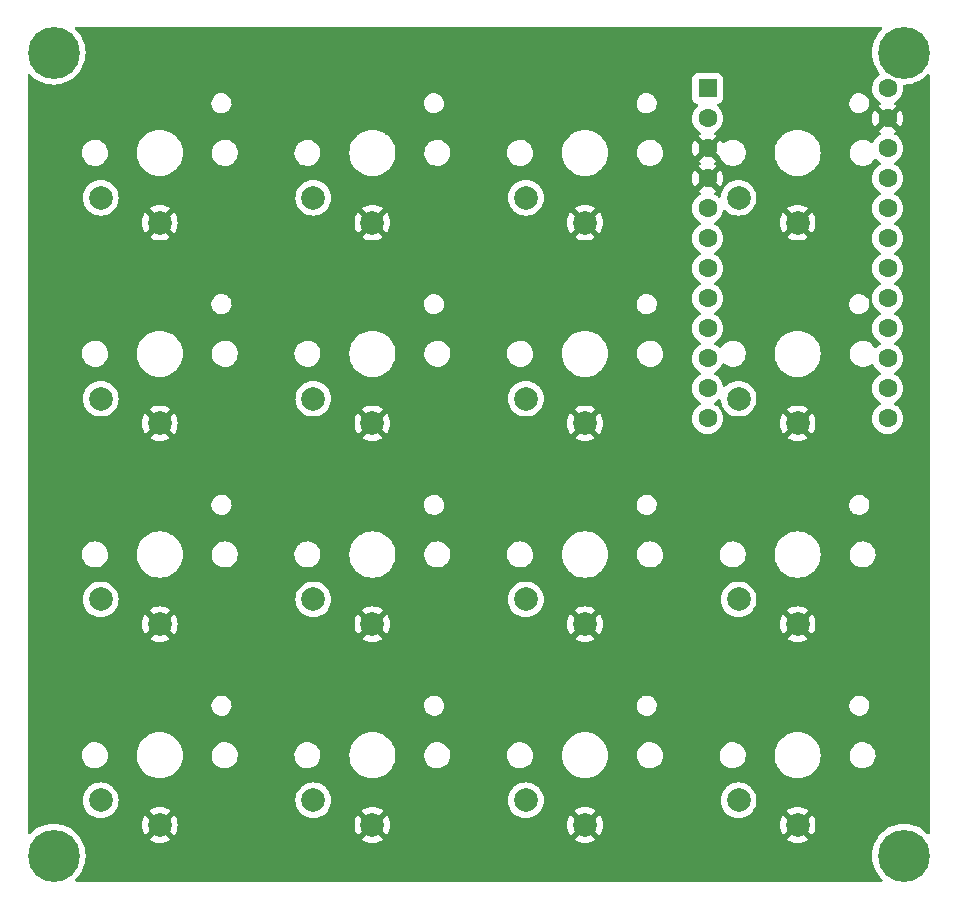
<source format=gbr>
%TF.GenerationSoftware,KiCad,Pcbnew,(7.0.0-rc1-156-g4c5a344629)*%
%TF.CreationDate,2023-03-07T17:57:50+10:30*%
%TF.ProjectId,4x4,3478342e-6b69-4636-9164-5f7063625858,rev?*%
%TF.SameCoordinates,Original*%
%TF.FileFunction,Copper,L2,Bot*%
%TF.FilePolarity,Positive*%
%FSLAX46Y46*%
G04 Gerber Fmt 4.6, Leading zero omitted, Abs format (unit mm)*
G04 Created by KiCad (PCBNEW (7.0.0-rc1-156-g4c5a344629)) date 2023-03-07 17:57:50*
%MOMM*%
%LPD*%
G01*
G04 APERTURE LIST*
%TA.AperFunction,ComponentPad*%
%ADD10C,0.700000*%
%TD*%
%TA.AperFunction,ComponentPad*%
%ADD11C,4.400000*%
%TD*%
%TA.AperFunction,ComponentPad*%
%ADD12C,2.000000*%
%TD*%
%TA.AperFunction,ComponentPad*%
%ADD13R,1.600000X1.600000*%
%TD*%
%TA.AperFunction,ComponentPad*%
%ADD14C,1.600000*%
%TD*%
%TA.AperFunction,ViaPad*%
%ADD15C,0.800000*%
%TD*%
G04 APERTURE END LIST*
D10*
%TO.P,REF\u002A\u002A,1*%
%TO.N,N/C*%
X103850010Y-5666668D03*
X104333284Y-4499942D03*
X104333284Y-6833394D03*
X105500010Y-4016668D03*
D11*
X105500010Y-5666668D03*
D10*
X105500010Y-7316668D03*
X106666736Y-4499942D03*
X106666736Y-6833394D03*
X107150010Y-5666668D03*
%TD*%
%TO.P,REF\u002A\u002A,1*%
%TO.N,N/C*%
X35150010Y-73666684D03*
X34666736Y-74833410D03*
X34666736Y-72499958D03*
X33500010Y-75316684D03*
D11*
X33500010Y-73666684D03*
D10*
X33500010Y-72016684D03*
X32333284Y-74833410D03*
X32333284Y-72499958D03*
X31850010Y-73666684D03*
%TD*%
%TO.P,REF\u002A\u002A,1*%
%TO.N,N/C*%
X31850010Y-5666668D03*
X32333284Y-4499942D03*
X32333284Y-6833394D03*
X33500010Y-4016668D03*
D11*
X33500010Y-5666668D03*
D10*
X33500010Y-7316668D03*
X34666736Y-4499942D03*
X34666736Y-6833394D03*
X35150010Y-5666668D03*
%TD*%
%TO.P,REF\u002A\u002A,1*%
%TO.N,N/C*%
X103850010Y-73666684D03*
X104333284Y-72499958D03*
X104333284Y-74833410D03*
X105500010Y-72016684D03*
D11*
X105500010Y-73666684D03*
D10*
X105500010Y-75316684D03*
X106666736Y-72499958D03*
X106666736Y-74833410D03*
X107150010Y-73666684D03*
%TD*%
D12*
%TO.P,SW13,1,1*%
%TO.N,4*%
X91500010Y-17966670D03*
%TO.P,SW13,2,2*%
%TO.N,GND*%
X96500010Y-20066670D03*
%TD*%
%TO.P,SW11,1,1*%
%TO.N,11*%
X73500010Y-51966678D03*
%TO.P,SW11,2,2*%
%TO.N,GND*%
X78500010Y-54066678D03*
%TD*%
%TO.P,SW2,1,1*%
%TO.N,5*%
X37500010Y-34966674D03*
%TO.P,SW2,2,2*%
%TO.N,GND*%
X42500010Y-37066674D03*
%TD*%
%TO.P,SW5,1,1*%
%TO.N,2*%
X55500010Y-17966670D03*
%TO.P,SW5,2,2*%
%TO.N,GND*%
X60500010Y-20066670D03*
%TD*%
%TO.P,SW4,1,1*%
%TO.N,13*%
X37500010Y-68966682D03*
%TO.P,SW4,2,2*%
%TO.N,GND*%
X42500010Y-71066682D03*
%TD*%
%TO.P,SW3,1,1*%
%TO.N,9*%
X37500010Y-51966678D03*
%TO.P,SW3,2,2*%
%TO.N,GND*%
X42500010Y-54066678D03*
%TD*%
%TO.P,SW14,1,1*%
%TO.N,8*%
X91500010Y-34966674D03*
%TO.P,SW14,2,2*%
%TO.N,GND*%
X96500010Y-37066674D03*
%TD*%
%TO.P,SW1,1,1*%
%TO.N,1*%
X37500010Y-17966670D03*
%TO.P,SW1,2,2*%
%TO.N,GND*%
X42500010Y-20066670D03*
%TD*%
%TO.P,SW16,1,1*%
%TO.N,16*%
X91500010Y-68966682D03*
%TO.P,SW16,2,2*%
%TO.N,GND*%
X96500010Y-71066682D03*
%TD*%
%TO.P,SW12,1,1*%
%TO.N,15*%
X73500010Y-68966682D03*
%TO.P,SW12,2,2*%
%TO.N,GND*%
X78500010Y-71066682D03*
%TD*%
%TO.P,SW8,1,1*%
%TO.N,14*%
X55500010Y-68966682D03*
%TO.P,SW8,2,2*%
%TO.N,GND*%
X60500010Y-71066682D03*
%TD*%
%TO.P,SW15,1,1*%
%TO.N,12*%
X91500010Y-51966678D03*
%TO.P,SW15,2,2*%
%TO.N,GND*%
X96500010Y-54066678D03*
%TD*%
%TO.P,SW9,1,1*%
%TO.N,3*%
X73500010Y-17966670D03*
%TO.P,SW9,2,2*%
%TO.N,GND*%
X78500010Y-20066670D03*
%TD*%
%TO.P,SW7,1,1*%
%TO.N,10*%
X55500010Y-51966678D03*
%TO.P,SW7,2,2*%
%TO.N,GND*%
X60500010Y-54066678D03*
%TD*%
%TO.P,SW10,1,1*%
%TO.N,7*%
X73500010Y-34966674D03*
%TO.P,SW10,2,2*%
%TO.N,GND*%
X78500010Y-37066674D03*
%TD*%
%TO.P,SW6,1,1*%
%TO.N,6*%
X55500010Y-34966674D03*
%TO.P,SW6,2,2*%
%TO.N,GND*%
X60500010Y-37066674D03*
%TD*%
D13*
%TO.P,U1,1,TX*%
%TO.N,1*%
X88880009Y-8696671D03*
D14*
%TO.P,U1,2,RX*%
%TO.N,2*%
X88880010Y-11236672D03*
%TO.P,U1,3,GND*%
%TO.N,GND*%
X88880010Y-13776672D03*
%TO.P,U1,4,GND*%
X88880010Y-16316672D03*
%TO.P,U1,5,SDA*%
%TO.N,3*%
X88880010Y-18856672D03*
%TO.P,U1,6,SCL*%
%TO.N,4*%
X88880010Y-21396672D03*
%TO.P,U1,7,D4*%
%TO.N,5*%
X88880010Y-23936672D03*
%TO.P,U1,8,C6*%
%TO.N,6*%
X88880010Y-26476672D03*
%TO.P,U1,9,D7*%
%TO.N,7*%
X88880010Y-29016672D03*
%TO.P,U1,10,E6*%
%TO.N,8*%
X88880010Y-31556672D03*
%TO.P,U1,11,B4*%
%TO.N,9*%
X88880010Y-34096672D03*
%TO.P,U1,12,B5*%
%TO.N,10*%
X88880010Y-36636672D03*
%TO.P,U1,13,B6*%
%TO.N,16*%
X104120010Y-36636672D03*
%TO.P,U1,14,B2*%
%TO.N,15*%
X104120010Y-34096672D03*
%TO.P,U1,15,B3*%
%TO.N,unconnected-(U1-B3-Pad15)*%
X104120010Y-31556672D03*
%TO.P,U1,16,B1*%
%TO.N,unconnected-(U1-B1-Pad16)*%
X104120010Y-29016672D03*
%TO.P,U1,17,F7*%
%TO.N,14*%
X104120010Y-26476672D03*
%TO.P,U1,18,F6*%
%TO.N,13*%
X104120010Y-23936672D03*
%TO.P,U1,19,F5*%
%TO.N,12*%
X104120010Y-21396672D03*
%TO.P,U1,20,F4*%
%TO.N,11*%
X104120010Y-18856672D03*
%TO.P,U1,21,VCC*%
%TO.N,unconnected-(U1-VCC-Pad21)*%
X104120010Y-16316672D03*
%TO.P,U1,22,RST*%
%TO.N,unconnected-(U1-RST-Pad22)*%
X104120010Y-13776672D03*
%TO.P,U1,23,GND*%
%TO.N,GND*%
X104120010Y-11236672D03*
%TO.P,U1,24,RAW*%
%TO.N,unconnected-(U1-RAW-Pad24)*%
X104120010Y-8696672D03*
%TD*%
D15*
%TO.N,GND*%
X102300010Y-45966682D03*
X101900010Y-28966682D03*
X75500010Y-9916669D03*
%TD*%
%TA.AperFunction,Conductor*%
%TO.N,GND*%
G36*
X103622123Y-3480903D02*
G01*
X103666856Y-3519109D01*
X103689369Y-3573459D01*
X103684753Y-3632106D01*
X103654015Y-3682265D01*
X103471665Y-3864614D01*
X103471657Y-3864622D01*
X103468963Y-3867317D01*
X103466619Y-3870308D01*
X103466610Y-3870319D01*
X103269227Y-4122260D01*
X103269219Y-4122271D01*
X103266884Y-4125252D01*
X103097368Y-4405664D01*
X103095810Y-4409125D01*
X103095803Y-4409139D01*
X102964453Y-4700988D01*
X102964448Y-4701000D01*
X102962889Y-4704465D01*
X102961760Y-4708086D01*
X102961755Y-4708101D01*
X102866539Y-5013663D01*
X102865407Y-5017297D01*
X102864723Y-5021027D01*
X102864720Y-5021041D01*
X102807028Y-5335855D01*
X102807026Y-5335870D01*
X102806343Y-5339598D01*
X102786559Y-5666668D01*
X102806343Y-5993738D01*
X102807026Y-5997467D01*
X102807028Y-5997480D01*
X102864720Y-6312294D01*
X102864722Y-6312305D01*
X102865407Y-6316039D01*
X102866538Y-6319670D01*
X102866539Y-6319672D01*
X102961755Y-6625234D01*
X102961758Y-6625243D01*
X102962889Y-6628871D01*
X102964450Y-6632341D01*
X102964453Y-6632347D01*
X103095803Y-6924196D01*
X103095807Y-6924203D01*
X103097368Y-6927672D01*
X103266884Y-7208084D01*
X103269227Y-7211075D01*
X103269233Y-7211083D01*
X103432062Y-7418920D01*
X103457924Y-7481158D01*
X103448007Y-7547823D01*
X103405148Y-7599839D01*
X103280221Y-7687314D01*
X103280211Y-7687322D01*
X103275710Y-7690474D01*
X103271818Y-7694365D01*
X103271812Y-7694371D01*
X103117709Y-7848474D01*
X103117703Y-7848480D01*
X103113812Y-7852372D01*
X103110655Y-7856880D01*
X103110653Y-7856883D01*
X102985643Y-8035414D01*
X102985637Y-8035424D01*
X102982487Y-8039923D01*
X102980163Y-8044905D01*
X102980161Y-8044910D01*
X102888049Y-8242446D01*
X102888046Y-8242451D01*
X102885726Y-8247429D01*
X102884303Y-8252737D01*
X102884303Y-8252739D01*
X102845045Y-8399252D01*
X102826467Y-8468585D01*
X102825988Y-8474058D01*
X102825987Y-8474065D01*
X102822430Y-8514724D01*
X102806512Y-8696672D01*
X102826467Y-8924759D01*
X102885726Y-9145915D01*
X102888048Y-9150895D01*
X102888049Y-9150897D01*
X102950862Y-9285600D01*
X102982487Y-9353421D01*
X102985640Y-9357924D01*
X102985643Y-9357929D01*
X103020788Y-9408121D01*
X103113812Y-9540972D01*
X103275710Y-9702870D01*
X103463261Y-9834195D01*
X103468243Y-9836518D01*
X103468255Y-9836525D01*
X103503056Y-9852752D01*
X103556074Y-9899245D01*
X103575808Y-9966944D01*
X103556077Y-10034644D01*
X103503061Y-10081140D01*
X103468502Y-10097255D01*
X103459005Y-10102739D01*
X103403423Y-10141657D01*
X103395870Y-10149899D01*
X103401879Y-10159331D01*
X104108280Y-10865732D01*
X104120009Y-10872504D01*
X104131740Y-10865731D01*
X104838142Y-10159328D01*
X104844148Y-10149900D01*
X104836596Y-10141657D01*
X104781012Y-10102738D01*
X104771521Y-10097258D01*
X104736959Y-10081141D01*
X104683942Y-10034645D01*
X104664211Y-9966944D01*
X104683945Y-9899245D01*
X104736962Y-9852752D01*
X104776759Y-9834195D01*
X104964310Y-9702870D01*
X105126208Y-9540972D01*
X105257533Y-9353421D01*
X105354294Y-9145915D01*
X105413553Y-8924759D01*
X105433508Y-8696672D01*
X105433029Y-8691197D01*
X105433029Y-8691186D01*
X105417590Y-8514724D01*
X105429396Y-8449472D01*
X105472698Y-8399252D01*
X105535501Y-8377972D01*
X105827080Y-8360335D01*
X106149381Y-8301271D01*
X106462213Y-8203789D01*
X106761014Y-8069310D01*
X107041426Y-7899794D01*
X107299361Y-7697715D01*
X107484415Y-7512660D01*
X107534574Y-7481923D01*
X107593221Y-7477307D01*
X107647571Y-7499820D01*
X107685777Y-7544553D01*
X107699510Y-7601756D01*
X107699510Y-71731596D01*
X107685777Y-71788799D01*
X107647571Y-71833532D01*
X107593221Y-71856045D01*
X107534574Y-71851429D01*
X107484415Y-71820691D01*
X107302063Y-71638339D01*
X107302062Y-71638338D01*
X107299361Y-71635637D01*
X107175622Y-71538694D01*
X107044417Y-71435901D01*
X107044413Y-71435898D01*
X107041426Y-71433558D01*
X106761014Y-71264042D01*
X106757545Y-71262481D01*
X106757538Y-71262477D01*
X106465689Y-71131127D01*
X106465683Y-71131124D01*
X106462213Y-71129563D01*
X106458585Y-71128432D01*
X106458576Y-71128429D01*
X106153014Y-71033213D01*
X106153012Y-71033212D01*
X106149381Y-71032081D01*
X106145647Y-71031396D01*
X106145636Y-71031394D01*
X105830822Y-70973702D01*
X105830809Y-70973700D01*
X105827080Y-70973017D01*
X105823286Y-70972787D01*
X105823282Y-70972787D01*
X105503812Y-70953463D01*
X105500010Y-70953233D01*
X105496208Y-70953463D01*
X105176737Y-70972787D01*
X105176731Y-70972787D01*
X105172940Y-70973017D01*
X105169212Y-70973700D01*
X105169197Y-70973702D01*
X104854383Y-71031394D01*
X104854369Y-71031397D01*
X104850639Y-71032081D01*
X104847011Y-71033211D01*
X104847005Y-71033213D01*
X104541443Y-71128429D01*
X104541428Y-71128434D01*
X104537807Y-71129563D01*
X104534342Y-71131122D01*
X104534330Y-71131127D01*
X104242481Y-71262477D01*
X104242467Y-71262484D01*
X104239006Y-71264042D01*
X104235749Y-71266010D01*
X104235745Y-71266013D01*
X103961847Y-71431591D01*
X103961841Y-71431594D01*
X103958594Y-71433558D01*
X103955613Y-71435893D01*
X103955602Y-71435901D01*
X103703661Y-71633284D01*
X103703650Y-71633293D01*
X103700659Y-71635637D01*
X103697964Y-71638331D01*
X103697956Y-71638339D01*
X103471665Y-71864630D01*
X103471657Y-71864638D01*
X103468963Y-71867333D01*
X103466619Y-71870324D01*
X103466610Y-71870335D01*
X103269227Y-72122276D01*
X103269219Y-72122287D01*
X103266884Y-72125268D01*
X103264920Y-72128515D01*
X103264917Y-72128521D01*
X103156873Y-72307247D01*
X103097368Y-72405680D01*
X103095810Y-72409141D01*
X103095803Y-72409155D01*
X102964453Y-72701004D01*
X102964448Y-72701016D01*
X102962889Y-72704481D01*
X102961760Y-72708102D01*
X102961755Y-72708117D01*
X102866539Y-73013679D01*
X102865407Y-73017313D01*
X102864723Y-73021043D01*
X102864720Y-73021057D01*
X102807028Y-73335871D01*
X102807026Y-73335886D01*
X102806343Y-73339614D01*
X102786559Y-73666684D01*
X102806343Y-73993754D01*
X102807026Y-73997483D01*
X102807028Y-73997496D01*
X102864720Y-74312310D01*
X102864722Y-74312321D01*
X102865407Y-74316055D01*
X102866538Y-74319686D01*
X102866539Y-74319688D01*
X102961755Y-74625250D01*
X102961758Y-74625259D01*
X102962889Y-74628887D01*
X102964450Y-74632357D01*
X102964453Y-74632363D01*
X103095803Y-74924212D01*
X103095807Y-74924219D01*
X103097368Y-74927688D01*
X103266884Y-75208100D01*
X103468963Y-75466035D01*
X103471665Y-75468737D01*
X103654003Y-75651075D01*
X103684741Y-75701234D01*
X103689357Y-75759881D01*
X103666844Y-75814231D01*
X103622111Y-75852437D01*
X103564908Y-75866170D01*
X35435112Y-75866170D01*
X35377909Y-75852437D01*
X35333176Y-75814231D01*
X35310663Y-75759881D01*
X35315279Y-75701234D01*
X35346017Y-75651075D01*
X35346017Y-75651074D01*
X35531057Y-75466035D01*
X35733136Y-75208100D01*
X35902652Y-74927688D01*
X36037131Y-74628887D01*
X36134613Y-74316055D01*
X36193677Y-73993754D01*
X36213461Y-73666684D01*
X36193677Y-73339614D01*
X36134613Y-73017313D01*
X36037131Y-72704481D01*
X35902652Y-72405680D01*
X35838343Y-72299301D01*
X41630193Y-72299301D01*
X41638296Y-72307247D01*
X41809054Y-72411888D01*
X41817849Y-72416369D01*
X42027997Y-72503415D01*
X42037383Y-72506465D01*
X42258564Y-72559566D01*
X42268310Y-72561110D01*
X42495080Y-72578957D01*
X42504940Y-72578957D01*
X42731709Y-72561110D01*
X42741455Y-72559566D01*
X42962636Y-72506465D01*
X42972022Y-72503415D01*
X43182172Y-72416368D01*
X43190967Y-72411887D01*
X43361718Y-72307250D01*
X43369824Y-72299301D01*
X59630193Y-72299301D01*
X59638296Y-72307247D01*
X59809054Y-72411888D01*
X59817849Y-72416369D01*
X60027997Y-72503415D01*
X60037383Y-72506465D01*
X60258564Y-72559566D01*
X60268310Y-72561110D01*
X60495080Y-72578957D01*
X60504940Y-72578957D01*
X60731709Y-72561110D01*
X60741455Y-72559566D01*
X60962636Y-72506465D01*
X60972022Y-72503415D01*
X61182172Y-72416368D01*
X61190967Y-72411887D01*
X61361718Y-72307250D01*
X61369824Y-72299301D01*
X77630193Y-72299301D01*
X77638296Y-72307247D01*
X77809054Y-72411888D01*
X77817849Y-72416369D01*
X78027997Y-72503415D01*
X78037383Y-72506465D01*
X78258564Y-72559566D01*
X78268310Y-72561110D01*
X78495080Y-72578957D01*
X78504940Y-72578957D01*
X78731709Y-72561110D01*
X78741455Y-72559566D01*
X78962636Y-72506465D01*
X78972022Y-72503415D01*
X79182172Y-72416368D01*
X79190967Y-72411887D01*
X79361718Y-72307250D01*
X79369824Y-72299301D01*
X95630193Y-72299301D01*
X95638296Y-72307247D01*
X95809054Y-72411888D01*
X95817849Y-72416369D01*
X96027997Y-72503415D01*
X96037383Y-72506465D01*
X96258564Y-72559566D01*
X96268310Y-72561110D01*
X96495080Y-72578957D01*
X96504940Y-72578957D01*
X96731709Y-72561110D01*
X96741455Y-72559566D01*
X96962636Y-72506465D01*
X96972022Y-72503415D01*
X97182172Y-72416368D01*
X97190967Y-72411887D01*
X97361718Y-72307250D01*
X97369824Y-72299301D01*
X97363797Y-72289679D01*
X96511739Y-71437621D01*
X96500009Y-71430849D01*
X96488281Y-71437620D01*
X95636218Y-72289682D01*
X95630193Y-72299301D01*
X79369824Y-72299301D01*
X79363797Y-72289679D01*
X78511739Y-71437621D01*
X78500009Y-71430849D01*
X78488281Y-71437620D01*
X77636218Y-72289682D01*
X77630193Y-72299301D01*
X61369824Y-72299301D01*
X61363797Y-72289679D01*
X60511739Y-71437621D01*
X60500009Y-71430849D01*
X60488281Y-71437620D01*
X59636218Y-72289682D01*
X59630193Y-72299301D01*
X43369824Y-72299301D01*
X43363797Y-72289679D01*
X42511739Y-71437621D01*
X42500009Y-71430849D01*
X42488281Y-71437620D01*
X41636218Y-72289682D01*
X41630193Y-72299301D01*
X35838343Y-72299301D01*
X35733136Y-72125268D01*
X35531057Y-71867333D01*
X35299361Y-71635637D01*
X35175622Y-71538694D01*
X35044417Y-71435901D01*
X35044413Y-71435898D01*
X35041426Y-71433558D01*
X34761014Y-71264042D01*
X34757545Y-71262481D01*
X34757538Y-71262477D01*
X34465689Y-71131127D01*
X34465683Y-71131124D01*
X34462213Y-71129563D01*
X34458585Y-71128432D01*
X34458576Y-71128429D01*
X34276242Y-71071612D01*
X40987735Y-71071612D01*
X41005581Y-71298381D01*
X41007125Y-71308127D01*
X41060226Y-71529308D01*
X41063276Y-71538694D01*
X41150322Y-71748842D01*
X41154803Y-71757637D01*
X41259443Y-71928394D01*
X41267389Y-71936498D01*
X41277007Y-71930473D01*
X42129069Y-71078412D01*
X42135842Y-71066681D01*
X42864177Y-71066681D01*
X42870949Y-71078411D01*
X43723007Y-71930469D01*
X43732629Y-71936496D01*
X43740578Y-71928390D01*
X43845215Y-71757639D01*
X43849696Y-71748844D01*
X43936743Y-71538694D01*
X43939793Y-71529308D01*
X43992894Y-71308127D01*
X43994438Y-71298381D01*
X44012285Y-71071612D01*
X58987735Y-71071612D01*
X59005581Y-71298381D01*
X59007125Y-71308127D01*
X59060226Y-71529308D01*
X59063276Y-71538694D01*
X59150322Y-71748842D01*
X59154803Y-71757637D01*
X59259443Y-71928394D01*
X59267389Y-71936498D01*
X59277007Y-71930473D01*
X60129069Y-71078412D01*
X60135842Y-71066681D01*
X60864177Y-71066681D01*
X60870949Y-71078411D01*
X61723007Y-71930469D01*
X61732629Y-71936496D01*
X61740578Y-71928390D01*
X61845215Y-71757639D01*
X61849696Y-71748844D01*
X61936743Y-71538694D01*
X61939793Y-71529308D01*
X61992894Y-71308127D01*
X61994438Y-71298381D01*
X62012285Y-71071612D01*
X76987735Y-71071612D01*
X77005581Y-71298381D01*
X77007125Y-71308127D01*
X77060226Y-71529308D01*
X77063276Y-71538694D01*
X77150322Y-71748842D01*
X77154803Y-71757637D01*
X77259443Y-71928394D01*
X77267389Y-71936498D01*
X77277007Y-71930473D01*
X78129069Y-71078412D01*
X78135842Y-71066681D01*
X78864177Y-71066681D01*
X78870949Y-71078411D01*
X79723007Y-71930469D01*
X79732629Y-71936496D01*
X79740578Y-71928390D01*
X79845215Y-71757639D01*
X79849696Y-71748844D01*
X79936743Y-71538694D01*
X79939793Y-71529308D01*
X79992894Y-71308127D01*
X79994438Y-71298381D01*
X80012285Y-71071612D01*
X94987735Y-71071612D01*
X95005581Y-71298381D01*
X95007125Y-71308127D01*
X95060226Y-71529308D01*
X95063276Y-71538694D01*
X95150322Y-71748842D01*
X95154803Y-71757637D01*
X95259443Y-71928394D01*
X95267389Y-71936498D01*
X95277007Y-71930473D01*
X96129069Y-71078412D01*
X96135842Y-71066681D01*
X96864177Y-71066681D01*
X96870949Y-71078411D01*
X97723007Y-71930469D01*
X97732629Y-71936496D01*
X97740578Y-71928390D01*
X97845215Y-71757639D01*
X97849696Y-71748844D01*
X97936743Y-71538694D01*
X97939793Y-71529308D01*
X97992894Y-71308127D01*
X97994438Y-71298381D01*
X98012285Y-71071612D01*
X98012285Y-71061752D01*
X97994438Y-70834982D01*
X97992894Y-70825236D01*
X97939793Y-70604055D01*
X97936743Y-70594669D01*
X97849697Y-70384521D01*
X97845216Y-70375726D01*
X97740575Y-70204968D01*
X97732629Y-70196865D01*
X97723010Y-70202890D01*
X96870948Y-71054953D01*
X96864177Y-71066681D01*
X96135842Y-71066681D01*
X96129070Y-71054952D01*
X95277009Y-70202891D01*
X95267388Y-70196865D01*
X95259443Y-70204967D01*
X95154803Y-70375726D01*
X95150322Y-70384521D01*
X95063276Y-70594669D01*
X95060226Y-70604055D01*
X95007125Y-70825236D01*
X95005581Y-70834982D01*
X94987735Y-71061752D01*
X94987735Y-71071612D01*
X80012285Y-71071612D01*
X80012285Y-71061752D01*
X79994438Y-70834982D01*
X79992894Y-70825236D01*
X79939793Y-70604055D01*
X79936743Y-70594669D01*
X79849697Y-70384521D01*
X79845216Y-70375726D01*
X79740575Y-70204968D01*
X79732629Y-70196865D01*
X79723010Y-70202890D01*
X78870948Y-71054953D01*
X78864177Y-71066681D01*
X78135842Y-71066681D01*
X78129070Y-71054952D01*
X77277009Y-70202891D01*
X77267388Y-70196865D01*
X77259443Y-70204967D01*
X77154803Y-70375726D01*
X77150322Y-70384521D01*
X77063276Y-70594669D01*
X77060226Y-70604055D01*
X77007125Y-70825236D01*
X77005581Y-70834982D01*
X76987735Y-71061752D01*
X76987735Y-71071612D01*
X62012285Y-71071612D01*
X62012285Y-71061752D01*
X61994438Y-70834982D01*
X61992894Y-70825236D01*
X61939793Y-70604055D01*
X61936743Y-70594669D01*
X61849697Y-70384521D01*
X61845216Y-70375726D01*
X61740575Y-70204968D01*
X61732629Y-70196865D01*
X61723010Y-70202890D01*
X60870948Y-71054953D01*
X60864177Y-71066681D01*
X60135842Y-71066681D01*
X60129070Y-71054952D01*
X59277009Y-70202891D01*
X59267388Y-70196865D01*
X59259443Y-70204967D01*
X59154803Y-70375726D01*
X59150322Y-70384521D01*
X59063276Y-70594669D01*
X59060226Y-70604055D01*
X59007125Y-70825236D01*
X59005581Y-70834982D01*
X58987735Y-71061752D01*
X58987735Y-71071612D01*
X44012285Y-71071612D01*
X44012285Y-71061752D01*
X43994438Y-70834982D01*
X43992894Y-70825236D01*
X43939793Y-70604055D01*
X43936743Y-70594669D01*
X43849697Y-70384521D01*
X43845216Y-70375726D01*
X43740575Y-70204968D01*
X43732629Y-70196865D01*
X43723010Y-70202890D01*
X42870948Y-71054953D01*
X42864177Y-71066681D01*
X42135842Y-71066681D01*
X42129070Y-71054952D01*
X41277009Y-70202891D01*
X41267388Y-70196865D01*
X41259443Y-70204967D01*
X41154803Y-70375726D01*
X41150322Y-70384521D01*
X41063276Y-70594669D01*
X41060226Y-70604055D01*
X41007125Y-70825236D01*
X41005581Y-70834982D01*
X40987735Y-71061752D01*
X40987735Y-71071612D01*
X34276242Y-71071612D01*
X34153014Y-71033213D01*
X34153012Y-71033212D01*
X34149381Y-71032081D01*
X34145647Y-71031396D01*
X34145636Y-71031394D01*
X33830822Y-70973702D01*
X33830809Y-70973700D01*
X33827080Y-70973017D01*
X33823286Y-70972787D01*
X33823282Y-70972787D01*
X33503812Y-70953463D01*
X33500010Y-70953233D01*
X33496208Y-70953463D01*
X33176737Y-70972787D01*
X33176731Y-70972787D01*
X33172940Y-70973017D01*
X33169212Y-70973700D01*
X33169197Y-70973702D01*
X32854383Y-71031394D01*
X32854369Y-71031397D01*
X32850639Y-71032081D01*
X32847011Y-71033211D01*
X32847005Y-71033213D01*
X32541443Y-71128429D01*
X32541428Y-71128434D01*
X32537807Y-71129563D01*
X32534342Y-71131122D01*
X32534330Y-71131127D01*
X32242481Y-71262477D01*
X32242467Y-71262484D01*
X32239006Y-71264042D01*
X32235749Y-71266010D01*
X32235745Y-71266013D01*
X31961847Y-71431591D01*
X31961841Y-71431594D01*
X31958594Y-71433558D01*
X31955613Y-71435893D01*
X31955602Y-71435901D01*
X31703661Y-71633284D01*
X31703650Y-71633293D01*
X31700659Y-71635637D01*
X31697964Y-71638331D01*
X31697956Y-71638339D01*
X31515605Y-71820691D01*
X31465446Y-71851429D01*
X31406799Y-71856045D01*
X31352449Y-71833532D01*
X31314243Y-71788799D01*
X31300510Y-71731596D01*
X31300510Y-68966682D01*
X35986845Y-68966682D01*
X35987233Y-68971612D01*
X36005086Y-69198459D01*
X36005087Y-69198467D01*
X36005475Y-69203393D01*
X36006629Y-69208201D01*
X36006630Y-69208205D01*
X36059749Y-69429463D01*
X36059750Y-69429468D01*
X36060905Y-69434276D01*
X36062798Y-69438846D01*
X36062799Y-69438849D01*
X36118696Y-69573797D01*
X36151770Y-69653645D01*
X36275834Y-69856098D01*
X36430041Y-70036651D01*
X36610594Y-70190858D01*
X36813047Y-70314922D01*
X37032416Y-70405787D01*
X37263299Y-70461217D01*
X37500010Y-70479847D01*
X37736721Y-70461217D01*
X37967604Y-70405787D01*
X38186973Y-70314922D01*
X38389426Y-70190858D01*
X38569979Y-70036651D01*
X38724186Y-69856098D01*
X38737691Y-69834060D01*
X41630193Y-69834060D01*
X41636219Y-69843681D01*
X42488280Y-70695742D01*
X42500009Y-70702514D01*
X42511740Y-70695741D01*
X43363801Y-69843679D01*
X43369826Y-69834061D01*
X43361722Y-69826115D01*
X43190965Y-69721475D01*
X43182170Y-69716994D01*
X42972022Y-69629948D01*
X42962636Y-69626898D01*
X42741455Y-69573797D01*
X42731709Y-69572253D01*
X42504940Y-69554407D01*
X42495080Y-69554407D01*
X42268310Y-69572253D01*
X42258564Y-69573797D01*
X42037383Y-69626898D01*
X42027997Y-69629948D01*
X41817849Y-69716994D01*
X41809054Y-69721475D01*
X41638295Y-69826115D01*
X41630193Y-69834060D01*
X38737691Y-69834060D01*
X38848250Y-69653645D01*
X38939115Y-69434276D01*
X38994545Y-69203393D01*
X39013175Y-68966682D01*
X53986845Y-68966682D01*
X53987233Y-68971612D01*
X54005086Y-69198459D01*
X54005087Y-69198467D01*
X54005475Y-69203393D01*
X54006629Y-69208201D01*
X54006630Y-69208205D01*
X54059749Y-69429463D01*
X54059750Y-69429468D01*
X54060905Y-69434276D01*
X54062798Y-69438846D01*
X54062799Y-69438849D01*
X54118696Y-69573797D01*
X54151770Y-69653645D01*
X54275834Y-69856098D01*
X54430041Y-70036651D01*
X54610594Y-70190858D01*
X54813047Y-70314922D01*
X55032416Y-70405787D01*
X55263299Y-70461217D01*
X55500010Y-70479847D01*
X55736721Y-70461217D01*
X55967604Y-70405787D01*
X56186973Y-70314922D01*
X56389426Y-70190858D01*
X56569979Y-70036651D01*
X56724186Y-69856098D01*
X56737691Y-69834060D01*
X59630193Y-69834060D01*
X59636219Y-69843681D01*
X60488280Y-70695742D01*
X60500009Y-70702514D01*
X60511740Y-70695741D01*
X61363801Y-69843679D01*
X61369826Y-69834061D01*
X61361722Y-69826115D01*
X61190965Y-69721475D01*
X61182170Y-69716994D01*
X60972022Y-69629948D01*
X60962636Y-69626898D01*
X60741455Y-69573797D01*
X60731709Y-69572253D01*
X60504940Y-69554407D01*
X60495080Y-69554407D01*
X60268310Y-69572253D01*
X60258564Y-69573797D01*
X60037383Y-69626898D01*
X60027997Y-69629948D01*
X59817849Y-69716994D01*
X59809054Y-69721475D01*
X59638295Y-69826115D01*
X59630193Y-69834060D01*
X56737691Y-69834060D01*
X56848250Y-69653645D01*
X56939115Y-69434276D01*
X56994545Y-69203393D01*
X57013175Y-68966682D01*
X71986845Y-68966682D01*
X71987233Y-68971612D01*
X72005086Y-69198459D01*
X72005087Y-69198467D01*
X72005475Y-69203393D01*
X72006629Y-69208201D01*
X72006630Y-69208205D01*
X72059749Y-69429463D01*
X72059750Y-69429468D01*
X72060905Y-69434276D01*
X72062798Y-69438846D01*
X72062799Y-69438849D01*
X72118696Y-69573797D01*
X72151770Y-69653645D01*
X72275834Y-69856098D01*
X72430041Y-70036651D01*
X72610594Y-70190858D01*
X72813047Y-70314922D01*
X73032416Y-70405787D01*
X73263299Y-70461217D01*
X73500010Y-70479847D01*
X73736721Y-70461217D01*
X73967604Y-70405787D01*
X74186973Y-70314922D01*
X74389426Y-70190858D01*
X74569979Y-70036651D01*
X74724186Y-69856098D01*
X74737691Y-69834060D01*
X77630193Y-69834060D01*
X77636219Y-69843681D01*
X78488280Y-70695742D01*
X78500009Y-70702514D01*
X78511740Y-70695741D01*
X79363801Y-69843679D01*
X79369826Y-69834061D01*
X79361722Y-69826115D01*
X79190965Y-69721475D01*
X79182170Y-69716994D01*
X78972022Y-69629948D01*
X78962636Y-69626898D01*
X78741455Y-69573797D01*
X78731709Y-69572253D01*
X78504940Y-69554407D01*
X78495080Y-69554407D01*
X78268310Y-69572253D01*
X78258564Y-69573797D01*
X78037383Y-69626898D01*
X78027997Y-69629948D01*
X77817849Y-69716994D01*
X77809054Y-69721475D01*
X77638295Y-69826115D01*
X77630193Y-69834060D01*
X74737691Y-69834060D01*
X74848250Y-69653645D01*
X74939115Y-69434276D01*
X74994545Y-69203393D01*
X75013175Y-68966682D01*
X89986845Y-68966682D01*
X89987233Y-68971612D01*
X90005086Y-69198459D01*
X90005087Y-69198467D01*
X90005475Y-69203393D01*
X90006629Y-69208201D01*
X90006630Y-69208205D01*
X90059749Y-69429463D01*
X90059750Y-69429468D01*
X90060905Y-69434276D01*
X90062798Y-69438846D01*
X90062799Y-69438849D01*
X90118696Y-69573797D01*
X90151770Y-69653645D01*
X90275834Y-69856098D01*
X90430041Y-70036651D01*
X90610594Y-70190858D01*
X90813047Y-70314922D01*
X91032416Y-70405787D01*
X91263299Y-70461217D01*
X91500010Y-70479847D01*
X91736721Y-70461217D01*
X91967604Y-70405787D01*
X92186973Y-70314922D01*
X92389426Y-70190858D01*
X92569979Y-70036651D01*
X92724186Y-69856098D01*
X92737691Y-69834060D01*
X95630193Y-69834060D01*
X95636219Y-69843681D01*
X96488280Y-70695742D01*
X96500009Y-70702514D01*
X96511740Y-70695741D01*
X97363801Y-69843679D01*
X97369826Y-69834061D01*
X97361722Y-69826115D01*
X97190965Y-69721475D01*
X97182170Y-69716994D01*
X96972022Y-69629948D01*
X96962636Y-69626898D01*
X96741455Y-69573797D01*
X96731709Y-69572253D01*
X96504940Y-69554407D01*
X96495080Y-69554407D01*
X96268310Y-69572253D01*
X96258564Y-69573797D01*
X96037383Y-69626898D01*
X96027997Y-69629948D01*
X95817849Y-69716994D01*
X95809054Y-69721475D01*
X95638295Y-69826115D01*
X95630193Y-69834060D01*
X92737691Y-69834060D01*
X92848250Y-69653645D01*
X92939115Y-69434276D01*
X92994545Y-69203393D01*
X93013175Y-68966682D01*
X92994545Y-68729971D01*
X92939115Y-68499088D01*
X92848250Y-68279719D01*
X92724186Y-68077266D01*
X92569979Y-67896713D01*
X92566223Y-67893505D01*
X92393185Y-67745716D01*
X92393181Y-67745713D01*
X92389426Y-67742506D01*
X92186973Y-67618442D01*
X91967604Y-67527577D01*
X91962796Y-67526422D01*
X91962791Y-67526421D01*
X91741533Y-67473302D01*
X91741529Y-67473301D01*
X91736721Y-67472147D01*
X91731795Y-67471759D01*
X91731787Y-67471758D01*
X91504940Y-67453905D01*
X91500010Y-67453517D01*
X91495080Y-67453905D01*
X91268232Y-67471758D01*
X91268222Y-67471759D01*
X91263299Y-67472147D01*
X91258492Y-67473301D01*
X91258486Y-67473302D01*
X91037228Y-67526421D01*
X91037219Y-67526423D01*
X91032416Y-67527577D01*
X91027848Y-67529468D01*
X91027842Y-67529471D01*
X90817621Y-67616547D01*
X90817616Y-67616549D01*
X90813047Y-67618442D01*
X90808827Y-67621027D01*
X90808827Y-67621028D01*
X90614808Y-67739923D01*
X90614802Y-67739927D01*
X90610594Y-67742506D01*
X90606844Y-67745708D01*
X90606834Y-67745716D01*
X90433796Y-67893505D01*
X90433789Y-67893511D01*
X90430041Y-67896713D01*
X90426839Y-67900461D01*
X90426833Y-67900468D01*
X90279044Y-68073506D01*
X90279036Y-68073516D01*
X90275834Y-68077266D01*
X90273255Y-68081474D01*
X90273251Y-68081480D01*
X90154356Y-68275499D01*
X90151770Y-68279719D01*
X90149877Y-68284288D01*
X90149875Y-68284293D01*
X90062799Y-68494514D01*
X90062796Y-68494520D01*
X90060905Y-68499088D01*
X90059751Y-68503891D01*
X90059749Y-68503900D01*
X90006630Y-68725158D01*
X90005475Y-68729971D01*
X90005087Y-68734894D01*
X90005086Y-68734904D01*
X89987233Y-68961752D01*
X89986845Y-68966682D01*
X75013175Y-68966682D01*
X74994545Y-68729971D01*
X74939115Y-68499088D01*
X74848250Y-68279719D01*
X74724186Y-68077266D01*
X74569979Y-67896713D01*
X74566223Y-67893505D01*
X74393185Y-67745716D01*
X74393181Y-67745713D01*
X74389426Y-67742506D01*
X74186973Y-67618442D01*
X73967604Y-67527577D01*
X73962796Y-67526422D01*
X73962791Y-67526421D01*
X73741533Y-67473302D01*
X73741529Y-67473301D01*
X73736721Y-67472147D01*
X73731795Y-67471759D01*
X73731787Y-67471758D01*
X73504940Y-67453905D01*
X73500010Y-67453517D01*
X73495080Y-67453905D01*
X73268232Y-67471758D01*
X73268222Y-67471759D01*
X73263299Y-67472147D01*
X73258492Y-67473301D01*
X73258486Y-67473302D01*
X73037228Y-67526421D01*
X73037219Y-67526423D01*
X73032416Y-67527577D01*
X73027848Y-67529468D01*
X73027842Y-67529471D01*
X72817621Y-67616547D01*
X72817616Y-67616549D01*
X72813047Y-67618442D01*
X72808827Y-67621027D01*
X72808827Y-67621028D01*
X72614808Y-67739923D01*
X72614802Y-67739927D01*
X72610594Y-67742506D01*
X72606844Y-67745708D01*
X72606834Y-67745716D01*
X72433796Y-67893505D01*
X72433789Y-67893511D01*
X72430041Y-67896713D01*
X72426839Y-67900461D01*
X72426833Y-67900468D01*
X72279044Y-68073506D01*
X72279036Y-68073516D01*
X72275834Y-68077266D01*
X72273255Y-68081474D01*
X72273251Y-68081480D01*
X72154356Y-68275499D01*
X72151770Y-68279719D01*
X72149877Y-68284288D01*
X72149875Y-68284293D01*
X72062799Y-68494514D01*
X72062796Y-68494520D01*
X72060905Y-68499088D01*
X72059751Y-68503891D01*
X72059749Y-68503900D01*
X72006630Y-68725158D01*
X72005475Y-68729971D01*
X72005087Y-68734894D01*
X72005086Y-68734904D01*
X71987233Y-68961752D01*
X71986845Y-68966682D01*
X57013175Y-68966682D01*
X56994545Y-68729971D01*
X56939115Y-68499088D01*
X56848250Y-68279719D01*
X56724186Y-68077266D01*
X56569979Y-67896713D01*
X56566223Y-67893505D01*
X56393185Y-67745716D01*
X56393181Y-67745713D01*
X56389426Y-67742506D01*
X56186973Y-67618442D01*
X55967604Y-67527577D01*
X55962796Y-67526422D01*
X55962791Y-67526421D01*
X55741533Y-67473302D01*
X55741529Y-67473301D01*
X55736721Y-67472147D01*
X55731795Y-67471759D01*
X55731787Y-67471758D01*
X55504940Y-67453905D01*
X55500010Y-67453517D01*
X55495080Y-67453905D01*
X55268232Y-67471758D01*
X55268222Y-67471759D01*
X55263299Y-67472147D01*
X55258492Y-67473301D01*
X55258486Y-67473302D01*
X55037228Y-67526421D01*
X55037219Y-67526423D01*
X55032416Y-67527577D01*
X55027848Y-67529468D01*
X55027842Y-67529471D01*
X54817621Y-67616547D01*
X54817616Y-67616549D01*
X54813047Y-67618442D01*
X54808827Y-67621027D01*
X54808827Y-67621028D01*
X54614808Y-67739923D01*
X54614802Y-67739927D01*
X54610594Y-67742506D01*
X54606844Y-67745708D01*
X54606834Y-67745716D01*
X54433796Y-67893505D01*
X54433789Y-67893511D01*
X54430041Y-67896713D01*
X54426839Y-67900461D01*
X54426833Y-67900468D01*
X54279044Y-68073506D01*
X54279036Y-68073516D01*
X54275834Y-68077266D01*
X54273255Y-68081474D01*
X54273251Y-68081480D01*
X54154356Y-68275499D01*
X54151770Y-68279719D01*
X54149877Y-68284288D01*
X54149875Y-68284293D01*
X54062799Y-68494514D01*
X54062796Y-68494520D01*
X54060905Y-68499088D01*
X54059751Y-68503891D01*
X54059749Y-68503900D01*
X54006630Y-68725158D01*
X54005475Y-68729971D01*
X54005087Y-68734894D01*
X54005086Y-68734904D01*
X53987233Y-68961752D01*
X53986845Y-68966682D01*
X39013175Y-68966682D01*
X38994545Y-68729971D01*
X38939115Y-68499088D01*
X38848250Y-68279719D01*
X38724186Y-68077266D01*
X38569979Y-67896713D01*
X38566223Y-67893505D01*
X38393185Y-67745716D01*
X38393181Y-67745713D01*
X38389426Y-67742506D01*
X38186973Y-67618442D01*
X37967604Y-67527577D01*
X37962796Y-67526422D01*
X37962791Y-67526421D01*
X37741533Y-67473302D01*
X37741529Y-67473301D01*
X37736721Y-67472147D01*
X37731795Y-67471759D01*
X37731787Y-67471758D01*
X37504940Y-67453905D01*
X37500010Y-67453517D01*
X37495080Y-67453905D01*
X37268232Y-67471758D01*
X37268222Y-67471759D01*
X37263299Y-67472147D01*
X37258492Y-67473301D01*
X37258486Y-67473302D01*
X37037228Y-67526421D01*
X37037219Y-67526423D01*
X37032416Y-67527577D01*
X37027848Y-67529468D01*
X37027842Y-67529471D01*
X36817621Y-67616547D01*
X36817616Y-67616549D01*
X36813047Y-67618442D01*
X36808827Y-67621027D01*
X36808827Y-67621028D01*
X36614808Y-67739923D01*
X36614802Y-67739927D01*
X36610594Y-67742506D01*
X36606844Y-67745708D01*
X36606834Y-67745716D01*
X36433796Y-67893505D01*
X36433789Y-67893511D01*
X36430041Y-67896713D01*
X36426839Y-67900461D01*
X36426833Y-67900468D01*
X36279044Y-68073506D01*
X36279036Y-68073516D01*
X36275834Y-68077266D01*
X36273255Y-68081474D01*
X36273251Y-68081480D01*
X36154356Y-68275499D01*
X36151770Y-68279719D01*
X36149877Y-68284288D01*
X36149875Y-68284293D01*
X36062799Y-68494514D01*
X36062796Y-68494520D01*
X36060905Y-68499088D01*
X36059751Y-68503891D01*
X36059749Y-68503900D01*
X36006630Y-68725158D01*
X36005475Y-68729971D01*
X36005087Y-68734894D01*
X36005086Y-68734904D01*
X35987233Y-68961752D01*
X35986845Y-68966682D01*
X31300510Y-68966682D01*
X31300510Y-65114080D01*
X35895756Y-65114080D01*
X35896041Y-65120067D01*
X35896041Y-65120071D01*
X35898475Y-65171170D01*
X35905756Y-65324012D01*
X35907171Y-65329845D01*
X35907172Y-65329851D01*
X35929376Y-65421375D01*
X35955306Y-65528258D01*
X35957800Y-65533719D01*
X36039765Y-65713198D01*
X36042614Y-65719435D01*
X36164524Y-65890634D01*
X36316632Y-66035668D01*
X36493438Y-66149295D01*
X36688553Y-66227407D01*
X36894925Y-66267182D01*
X37049434Y-66267182D01*
X37052435Y-66267182D01*
X37209228Y-66252210D01*
X37410885Y-66192998D01*
X37597692Y-66096693D01*
X37762896Y-65966774D01*
X37900529Y-65807938D01*
X38005614Y-65625926D01*
X38074354Y-65427315D01*
X38104264Y-65219284D01*
X38101758Y-65166682D01*
X40544528Y-65166682D01*
X40544849Y-65171170D01*
X40564110Y-65440484D01*
X40564111Y-65440494D01*
X40564432Y-65444976D01*
X40565389Y-65449379D01*
X40565390Y-65449380D01*
X40604926Y-65631126D01*
X40623739Y-65717605D01*
X40625313Y-65721825D01*
X40719667Y-65974801D01*
X40719671Y-65974810D01*
X40721241Y-65979019D01*
X40723396Y-65982966D01*
X40723399Y-65982972D01*
X40783467Y-66092977D01*
X40854954Y-66223895D01*
X40857650Y-66227497D01*
X40857653Y-66227501D01*
X40887144Y-66266896D01*
X41022155Y-66447250D01*
X41219442Y-66644537D01*
X41442797Y-66811738D01*
X41687673Y-66945451D01*
X41949087Y-67042953D01*
X42221716Y-67102260D01*
X42430353Y-67117182D01*
X42567410Y-67117182D01*
X42569667Y-67117182D01*
X42778304Y-67102260D01*
X43050933Y-67042953D01*
X43312347Y-66945451D01*
X43557223Y-66811738D01*
X43780578Y-66644537D01*
X43977865Y-66447250D01*
X44145066Y-66223895D01*
X44278779Y-65979019D01*
X44376281Y-65717605D01*
X44435588Y-65444976D01*
X44455492Y-65166682D01*
X44451730Y-65114080D01*
X46895756Y-65114080D01*
X46896041Y-65120067D01*
X46896041Y-65120071D01*
X46898475Y-65171170D01*
X46905756Y-65324012D01*
X46907171Y-65329845D01*
X46907172Y-65329851D01*
X46929376Y-65421375D01*
X46955306Y-65528258D01*
X46957800Y-65533719D01*
X47039765Y-65713198D01*
X47042614Y-65719435D01*
X47164524Y-65890634D01*
X47316632Y-66035668D01*
X47493438Y-66149295D01*
X47688553Y-66227407D01*
X47894925Y-66267182D01*
X48049434Y-66267182D01*
X48052435Y-66267182D01*
X48209228Y-66252210D01*
X48410885Y-66192998D01*
X48597692Y-66096693D01*
X48762896Y-65966774D01*
X48900529Y-65807938D01*
X49005614Y-65625926D01*
X49074354Y-65427315D01*
X49104264Y-65219284D01*
X49099253Y-65114080D01*
X53895756Y-65114080D01*
X53896041Y-65120067D01*
X53896041Y-65120071D01*
X53898475Y-65171170D01*
X53905756Y-65324012D01*
X53907171Y-65329845D01*
X53907172Y-65329851D01*
X53929376Y-65421375D01*
X53955306Y-65528258D01*
X53957800Y-65533719D01*
X54039765Y-65713198D01*
X54042614Y-65719435D01*
X54164524Y-65890634D01*
X54316632Y-66035668D01*
X54493438Y-66149295D01*
X54688553Y-66227407D01*
X54894925Y-66267182D01*
X55049434Y-66267182D01*
X55052435Y-66267182D01*
X55209228Y-66252210D01*
X55410885Y-66192998D01*
X55597692Y-66096693D01*
X55762896Y-65966774D01*
X55900529Y-65807938D01*
X56005614Y-65625926D01*
X56074354Y-65427315D01*
X56104264Y-65219284D01*
X56101758Y-65166682D01*
X58544528Y-65166682D01*
X58544849Y-65171170D01*
X58564110Y-65440484D01*
X58564111Y-65440494D01*
X58564432Y-65444976D01*
X58565389Y-65449379D01*
X58565390Y-65449380D01*
X58604926Y-65631126D01*
X58623739Y-65717605D01*
X58625313Y-65721825D01*
X58719667Y-65974801D01*
X58719671Y-65974810D01*
X58721241Y-65979019D01*
X58723396Y-65982966D01*
X58723399Y-65982972D01*
X58783467Y-66092977D01*
X58854954Y-66223895D01*
X58857650Y-66227497D01*
X58857653Y-66227501D01*
X58887144Y-66266896D01*
X59022155Y-66447250D01*
X59219442Y-66644537D01*
X59442797Y-66811738D01*
X59687673Y-66945451D01*
X59949087Y-67042953D01*
X60221716Y-67102260D01*
X60430353Y-67117182D01*
X60567410Y-67117182D01*
X60569667Y-67117182D01*
X60778304Y-67102260D01*
X61050933Y-67042953D01*
X61312347Y-66945451D01*
X61557223Y-66811738D01*
X61780578Y-66644537D01*
X61977865Y-66447250D01*
X62145066Y-66223895D01*
X62278779Y-65979019D01*
X62376281Y-65717605D01*
X62435588Y-65444976D01*
X62455492Y-65166682D01*
X62451730Y-65114080D01*
X64895756Y-65114080D01*
X64896041Y-65120067D01*
X64896041Y-65120071D01*
X64898475Y-65171170D01*
X64905756Y-65324012D01*
X64907171Y-65329845D01*
X64907172Y-65329851D01*
X64929376Y-65421375D01*
X64955306Y-65528258D01*
X64957800Y-65533719D01*
X65039765Y-65713198D01*
X65042614Y-65719435D01*
X65164524Y-65890634D01*
X65316632Y-66035668D01*
X65493438Y-66149295D01*
X65688553Y-66227407D01*
X65894925Y-66267182D01*
X66049434Y-66267182D01*
X66052435Y-66267182D01*
X66209228Y-66252210D01*
X66410885Y-66192998D01*
X66597692Y-66096693D01*
X66762896Y-65966774D01*
X66900529Y-65807938D01*
X67005614Y-65625926D01*
X67074354Y-65427315D01*
X67104264Y-65219284D01*
X67099253Y-65114080D01*
X71895756Y-65114080D01*
X71896041Y-65120067D01*
X71896041Y-65120071D01*
X71898475Y-65171170D01*
X71905756Y-65324012D01*
X71907171Y-65329845D01*
X71907172Y-65329851D01*
X71929376Y-65421375D01*
X71955306Y-65528258D01*
X71957800Y-65533719D01*
X72039765Y-65713198D01*
X72042614Y-65719435D01*
X72164524Y-65890634D01*
X72316632Y-66035668D01*
X72493438Y-66149295D01*
X72688553Y-66227407D01*
X72894925Y-66267182D01*
X73049434Y-66267182D01*
X73052435Y-66267182D01*
X73209228Y-66252210D01*
X73410885Y-66192998D01*
X73597692Y-66096693D01*
X73762896Y-65966774D01*
X73900529Y-65807938D01*
X74005614Y-65625926D01*
X74074354Y-65427315D01*
X74104264Y-65219284D01*
X74101758Y-65166682D01*
X76544528Y-65166682D01*
X76544849Y-65171170D01*
X76564110Y-65440484D01*
X76564111Y-65440494D01*
X76564432Y-65444976D01*
X76565389Y-65449379D01*
X76565390Y-65449380D01*
X76604926Y-65631126D01*
X76623739Y-65717605D01*
X76625313Y-65721825D01*
X76719667Y-65974801D01*
X76719671Y-65974810D01*
X76721241Y-65979019D01*
X76723396Y-65982966D01*
X76723399Y-65982972D01*
X76783467Y-66092977D01*
X76854954Y-66223895D01*
X76857650Y-66227497D01*
X76857653Y-66227501D01*
X76887144Y-66266896D01*
X77022155Y-66447250D01*
X77219442Y-66644537D01*
X77442797Y-66811738D01*
X77687673Y-66945451D01*
X77949087Y-67042953D01*
X78221716Y-67102260D01*
X78430353Y-67117182D01*
X78567410Y-67117182D01*
X78569667Y-67117182D01*
X78778304Y-67102260D01*
X79050933Y-67042953D01*
X79312347Y-66945451D01*
X79557223Y-66811738D01*
X79780578Y-66644537D01*
X79977865Y-66447250D01*
X80145066Y-66223895D01*
X80278779Y-65979019D01*
X80376281Y-65717605D01*
X80435588Y-65444976D01*
X80455492Y-65166682D01*
X80451730Y-65114080D01*
X82895756Y-65114080D01*
X82896041Y-65120067D01*
X82896041Y-65120071D01*
X82898475Y-65171170D01*
X82905756Y-65324012D01*
X82907171Y-65329845D01*
X82907172Y-65329851D01*
X82929376Y-65421375D01*
X82955306Y-65528258D01*
X82957800Y-65533719D01*
X83039765Y-65713198D01*
X83042614Y-65719435D01*
X83164524Y-65890634D01*
X83316632Y-66035668D01*
X83493438Y-66149295D01*
X83688553Y-66227407D01*
X83894925Y-66267182D01*
X84049434Y-66267182D01*
X84052435Y-66267182D01*
X84209228Y-66252210D01*
X84410885Y-66192998D01*
X84597692Y-66096693D01*
X84762896Y-65966774D01*
X84900529Y-65807938D01*
X85005614Y-65625926D01*
X85074354Y-65427315D01*
X85104264Y-65219284D01*
X85099253Y-65114080D01*
X89895756Y-65114080D01*
X89896041Y-65120067D01*
X89896041Y-65120071D01*
X89898475Y-65171170D01*
X89905756Y-65324012D01*
X89907171Y-65329845D01*
X89907172Y-65329851D01*
X89929376Y-65421375D01*
X89955306Y-65528258D01*
X89957800Y-65533719D01*
X90039765Y-65713198D01*
X90042614Y-65719435D01*
X90164524Y-65890634D01*
X90316632Y-66035668D01*
X90493438Y-66149295D01*
X90688553Y-66227407D01*
X90894925Y-66267182D01*
X91049434Y-66267182D01*
X91052435Y-66267182D01*
X91209228Y-66252210D01*
X91410885Y-66192998D01*
X91597692Y-66096693D01*
X91762896Y-65966774D01*
X91900529Y-65807938D01*
X92005614Y-65625926D01*
X92074354Y-65427315D01*
X92104264Y-65219284D01*
X92101758Y-65166682D01*
X94544528Y-65166682D01*
X94544849Y-65171170D01*
X94564110Y-65440484D01*
X94564111Y-65440494D01*
X94564432Y-65444976D01*
X94565389Y-65449379D01*
X94565390Y-65449380D01*
X94604926Y-65631126D01*
X94623739Y-65717605D01*
X94625313Y-65721825D01*
X94719667Y-65974801D01*
X94719671Y-65974810D01*
X94721241Y-65979019D01*
X94723396Y-65982966D01*
X94723399Y-65982972D01*
X94783467Y-66092977D01*
X94854954Y-66223895D01*
X94857650Y-66227497D01*
X94857653Y-66227501D01*
X94887144Y-66266896D01*
X95022155Y-66447250D01*
X95219442Y-66644537D01*
X95442797Y-66811738D01*
X95687673Y-66945451D01*
X95949087Y-67042953D01*
X96221716Y-67102260D01*
X96430353Y-67117182D01*
X96567410Y-67117182D01*
X96569667Y-67117182D01*
X96778304Y-67102260D01*
X97050933Y-67042953D01*
X97312347Y-66945451D01*
X97557223Y-66811738D01*
X97780578Y-66644537D01*
X97977865Y-66447250D01*
X98145066Y-66223895D01*
X98278779Y-65979019D01*
X98376281Y-65717605D01*
X98435588Y-65444976D01*
X98455492Y-65166682D01*
X98451730Y-65114080D01*
X100895756Y-65114080D01*
X100896041Y-65120067D01*
X100896041Y-65120071D01*
X100898475Y-65171170D01*
X100905756Y-65324012D01*
X100907171Y-65329845D01*
X100907172Y-65329851D01*
X100929376Y-65421375D01*
X100955306Y-65528258D01*
X100957800Y-65533719D01*
X101039765Y-65713198D01*
X101042614Y-65719435D01*
X101164524Y-65890634D01*
X101316632Y-66035668D01*
X101493438Y-66149295D01*
X101688553Y-66227407D01*
X101894925Y-66267182D01*
X102049434Y-66267182D01*
X102052435Y-66267182D01*
X102209228Y-66252210D01*
X102410885Y-66192998D01*
X102597692Y-66096693D01*
X102762896Y-65966774D01*
X102900529Y-65807938D01*
X103005614Y-65625926D01*
X103074354Y-65427315D01*
X103104264Y-65219284D01*
X103094264Y-65009352D01*
X103044714Y-64805106D01*
X102957406Y-64613929D01*
X102835496Y-64442730D01*
X102683388Y-64297696D01*
X102678346Y-64294456D01*
X102678344Y-64294454D01*
X102511630Y-64187313D01*
X102511628Y-64187312D01*
X102506582Y-64184069D01*
X102501007Y-64181837D01*
X102317039Y-64108187D01*
X102317032Y-64108185D01*
X102311467Y-64105957D01*
X102305579Y-64104822D01*
X102305575Y-64104821D01*
X102110983Y-64067316D01*
X102110974Y-64067315D01*
X102105095Y-64066182D01*
X101947585Y-64066182D01*
X101944607Y-64066466D01*
X101944593Y-64066467D01*
X101796767Y-64080583D01*
X101796762Y-64080583D01*
X101790792Y-64081154D01*
X101785042Y-64082842D01*
X101785033Y-64082844D01*
X101594899Y-64138673D01*
X101594894Y-64138674D01*
X101589135Y-64140366D01*
X101583797Y-64143117D01*
X101583794Y-64143119D01*
X101407669Y-64233917D01*
X101407664Y-64233919D01*
X101402328Y-64236671D01*
X101397608Y-64240382D01*
X101397603Y-64240386D01*
X101247332Y-64358562D01*
X101237124Y-64366590D01*
X101233195Y-64371124D01*
X101233189Y-64371130D01*
X101103423Y-64520887D01*
X101103417Y-64520894D01*
X101099491Y-64525426D01*
X101096493Y-64530618D01*
X101096487Y-64530627D01*
X100997408Y-64702237D01*
X100997404Y-64702243D01*
X100994406Y-64707438D01*
X100992444Y-64713105D01*
X100992442Y-64713111D01*
X100930224Y-64892879D01*
X100925666Y-64906049D01*
X100895756Y-65114080D01*
X98451730Y-65114080D01*
X98435588Y-64888388D01*
X98376281Y-64615759D01*
X98297604Y-64404818D01*
X98280352Y-64358562D01*
X98280351Y-64358560D01*
X98278779Y-64354345D01*
X98145066Y-64109469D01*
X97977865Y-63886114D01*
X97780578Y-63688827D01*
X97776974Y-63686129D01*
X97560829Y-63524325D01*
X97560825Y-63524322D01*
X97557223Y-63521626D01*
X97529541Y-63506510D01*
X97316300Y-63390071D01*
X97316294Y-63390068D01*
X97312347Y-63387913D01*
X97308138Y-63386343D01*
X97308129Y-63386339D01*
X97055153Y-63291985D01*
X97050933Y-63290411D01*
X97046530Y-63289453D01*
X97046526Y-63289452D01*
X96782708Y-63232062D01*
X96782707Y-63232061D01*
X96778304Y-63231104D01*
X96773822Y-63230783D01*
X96773812Y-63230782D01*
X96571917Y-63216342D01*
X96571891Y-63216341D01*
X96569667Y-63216182D01*
X96430353Y-63216182D01*
X96428129Y-63216341D01*
X96428102Y-63216342D01*
X96226207Y-63230782D01*
X96226195Y-63230783D01*
X96221716Y-63231104D01*
X96217314Y-63232061D01*
X96217311Y-63232062D01*
X95953493Y-63289452D01*
X95953486Y-63289454D01*
X95949087Y-63290411D01*
X95944870Y-63291983D01*
X95944866Y-63291985D01*
X95691890Y-63386339D01*
X95691876Y-63386345D01*
X95687673Y-63387913D01*
X95683730Y-63390065D01*
X95683719Y-63390071D01*
X95446750Y-63519467D01*
X95446744Y-63519470D01*
X95442797Y-63521626D01*
X95439200Y-63524317D01*
X95439190Y-63524325D01*
X95223045Y-63686129D01*
X95223037Y-63686135D01*
X95219442Y-63688827D01*
X95216263Y-63692005D01*
X95216256Y-63692012D01*
X95025340Y-63882928D01*
X95025333Y-63882935D01*
X95022155Y-63886114D01*
X95019463Y-63889709D01*
X95019457Y-63889717D01*
X94857653Y-64105862D01*
X94857645Y-64105872D01*
X94854954Y-64109469D01*
X94852798Y-64113416D01*
X94852795Y-64113422D01*
X94723399Y-64350391D01*
X94723393Y-64350402D01*
X94721241Y-64354345D01*
X94719673Y-64358548D01*
X94719667Y-64358562D01*
X94659124Y-64520887D01*
X94623739Y-64615759D01*
X94622782Y-64620158D01*
X94622780Y-64620165D01*
X94603795Y-64707438D01*
X94564432Y-64888388D01*
X94564111Y-64892867D01*
X94564110Y-64892879D01*
X94548290Y-65114080D01*
X94544528Y-65166682D01*
X92101758Y-65166682D01*
X92094264Y-65009352D01*
X92044714Y-64805106D01*
X91957406Y-64613929D01*
X91835496Y-64442730D01*
X91683388Y-64297696D01*
X91678346Y-64294456D01*
X91678344Y-64294454D01*
X91511630Y-64187313D01*
X91511628Y-64187312D01*
X91506582Y-64184069D01*
X91501007Y-64181837D01*
X91317039Y-64108187D01*
X91317032Y-64108185D01*
X91311467Y-64105957D01*
X91305579Y-64104822D01*
X91305575Y-64104821D01*
X91110983Y-64067316D01*
X91110974Y-64067315D01*
X91105095Y-64066182D01*
X90947585Y-64066182D01*
X90944607Y-64066466D01*
X90944593Y-64066467D01*
X90796767Y-64080583D01*
X90796762Y-64080583D01*
X90790792Y-64081154D01*
X90785042Y-64082842D01*
X90785033Y-64082844D01*
X90594899Y-64138673D01*
X90594894Y-64138674D01*
X90589135Y-64140366D01*
X90583797Y-64143117D01*
X90583794Y-64143119D01*
X90407669Y-64233917D01*
X90407664Y-64233919D01*
X90402328Y-64236671D01*
X90397608Y-64240382D01*
X90397603Y-64240386D01*
X90247332Y-64358562D01*
X90237124Y-64366590D01*
X90233195Y-64371124D01*
X90233189Y-64371130D01*
X90103423Y-64520887D01*
X90103417Y-64520894D01*
X90099491Y-64525426D01*
X90096493Y-64530618D01*
X90096487Y-64530627D01*
X89997408Y-64702237D01*
X89997404Y-64702243D01*
X89994406Y-64707438D01*
X89992444Y-64713105D01*
X89992442Y-64713111D01*
X89930224Y-64892879D01*
X89925666Y-64906049D01*
X89895756Y-65114080D01*
X85099253Y-65114080D01*
X85094264Y-65009352D01*
X85044714Y-64805106D01*
X84957406Y-64613929D01*
X84835496Y-64442730D01*
X84683388Y-64297696D01*
X84678346Y-64294456D01*
X84678344Y-64294454D01*
X84511630Y-64187313D01*
X84511628Y-64187312D01*
X84506582Y-64184069D01*
X84501007Y-64181837D01*
X84317039Y-64108187D01*
X84317032Y-64108185D01*
X84311467Y-64105957D01*
X84305579Y-64104822D01*
X84305575Y-64104821D01*
X84110983Y-64067316D01*
X84110974Y-64067315D01*
X84105095Y-64066182D01*
X83947585Y-64066182D01*
X83944607Y-64066466D01*
X83944593Y-64066467D01*
X83796767Y-64080583D01*
X83796762Y-64080583D01*
X83790792Y-64081154D01*
X83785042Y-64082842D01*
X83785033Y-64082844D01*
X83594899Y-64138673D01*
X83594894Y-64138674D01*
X83589135Y-64140366D01*
X83583797Y-64143117D01*
X83583794Y-64143119D01*
X83407669Y-64233917D01*
X83407664Y-64233919D01*
X83402328Y-64236671D01*
X83397608Y-64240382D01*
X83397603Y-64240386D01*
X83247332Y-64358562D01*
X83237124Y-64366590D01*
X83233195Y-64371124D01*
X83233189Y-64371130D01*
X83103423Y-64520887D01*
X83103417Y-64520894D01*
X83099491Y-64525426D01*
X83096493Y-64530618D01*
X83096487Y-64530627D01*
X82997408Y-64702237D01*
X82997404Y-64702243D01*
X82994406Y-64707438D01*
X82992444Y-64713105D01*
X82992442Y-64713111D01*
X82930224Y-64892879D01*
X82925666Y-64906049D01*
X82895756Y-65114080D01*
X80451730Y-65114080D01*
X80435588Y-64888388D01*
X80376281Y-64615759D01*
X80297604Y-64404818D01*
X80280352Y-64358562D01*
X80280351Y-64358560D01*
X80278779Y-64354345D01*
X80145066Y-64109469D01*
X79977865Y-63886114D01*
X79780578Y-63688827D01*
X79776974Y-63686129D01*
X79560829Y-63524325D01*
X79560825Y-63524322D01*
X79557223Y-63521626D01*
X79529541Y-63506510D01*
X79316300Y-63390071D01*
X79316294Y-63390068D01*
X79312347Y-63387913D01*
X79308138Y-63386343D01*
X79308129Y-63386339D01*
X79055153Y-63291985D01*
X79050933Y-63290411D01*
X79046530Y-63289453D01*
X79046526Y-63289452D01*
X78782708Y-63232062D01*
X78782707Y-63232061D01*
X78778304Y-63231104D01*
X78773822Y-63230783D01*
X78773812Y-63230782D01*
X78571917Y-63216342D01*
X78571891Y-63216341D01*
X78569667Y-63216182D01*
X78430353Y-63216182D01*
X78428129Y-63216341D01*
X78428102Y-63216342D01*
X78226207Y-63230782D01*
X78226195Y-63230783D01*
X78221716Y-63231104D01*
X78217314Y-63232061D01*
X78217311Y-63232062D01*
X77953493Y-63289452D01*
X77953486Y-63289454D01*
X77949087Y-63290411D01*
X77944870Y-63291983D01*
X77944866Y-63291985D01*
X77691890Y-63386339D01*
X77691876Y-63386345D01*
X77687673Y-63387913D01*
X77683730Y-63390065D01*
X77683719Y-63390071D01*
X77446750Y-63519467D01*
X77446744Y-63519470D01*
X77442797Y-63521626D01*
X77439200Y-63524317D01*
X77439190Y-63524325D01*
X77223045Y-63686129D01*
X77223037Y-63686135D01*
X77219442Y-63688827D01*
X77216263Y-63692005D01*
X77216256Y-63692012D01*
X77025340Y-63882928D01*
X77025333Y-63882935D01*
X77022155Y-63886114D01*
X77019463Y-63889709D01*
X77019457Y-63889717D01*
X76857653Y-64105862D01*
X76857645Y-64105872D01*
X76854954Y-64109469D01*
X76852798Y-64113416D01*
X76852795Y-64113422D01*
X76723399Y-64350391D01*
X76723393Y-64350402D01*
X76721241Y-64354345D01*
X76719673Y-64358548D01*
X76719667Y-64358562D01*
X76659124Y-64520887D01*
X76623739Y-64615759D01*
X76622782Y-64620158D01*
X76622780Y-64620165D01*
X76603795Y-64707438D01*
X76564432Y-64888388D01*
X76564111Y-64892867D01*
X76564110Y-64892879D01*
X76548290Y-65114080D01*
X76544528Y-65166682D01*
X74101758Y-65166682D01*
X74094264Y-65009352D01*
X74044714Y-64805106D01*
X73957406Y-64613929D01*
X73835496Y-64442730D01*
X73683388Y-64297696D01*
X73678346Y-64294456D01*
X73678344Y-64294454D01*
X73511630Y-64187313D01*
X73511628Y-64187312D01*
X73506582Y-64184069D01*
X73501007Y-64181837D01*
X73317039Y-64108187D01*
X73317032Y-64108185D01*
X73311467Y-64105957D01*
X73305579Y-64104822D01*
X73305575Y-64104821D01*
X73110983Y-64067316D01*
X73110974Y-64067315D01*
X73105095Y-64066182D01*
X72947585Y-64066182D01*
X72944607Y-64066466D01*
X72944593Y-64066467D01*
X72796767Y-64080583D01*
X72796762Y-64080583D01*
X72790792Y-64081154D01*
X72785042Y-64082842D01*
X72785033Y-64082844D01*
X72594899Y-64138673D01*
X72594894Y-64138674D01*
X72589135Y-64140366D01*
X72583797Y-64143117D01*
X72583794Y-64143119D01*
X72407669Y-64233917D01*
X72407664Y-64233919D01*
X72402328Y-64236671D01*
X72397608Y-64240382D01*
X72397603Y-64240386D01*
X72247332Y-64358562D01*
X72237124Y-64366590D01*
X72233195Y-64371124D01*
X72233189Y-64371130D01*
X72103423Y-64520887D01*
X72103417Y-64520894D01*
X72099491Y-64525426D01*
X72096493Y-64530618D01*
X72096487Y-64530627D01*
X71997408Y-64702237D01*
X71997404Y-64702243D01*
X71994406Y-64707438D01*
X71992444Y-64713105D01*
X71992442Y-64713111D01*
X71930224Y-64892879D01*
X71925666Y-64906049D01*
X71895756Y-65114080D01*
X67099253Y-65114080D01*
X67094264Y-65009352D01*
X67044714Y-64805106D01*
X66957406Y-64613929D01*
X66835496Y-64442730D01*
X66683388Y-64297696D01*
X66678346Y-64294456D01*
X66678344Y-64294454D01*
X66511630Y-64187313D01*
X66511628Y-64187312D01*
X66506582Y-64184069D01*
X66501007Y-64181837D01*
X66317039Y-64108187D01*
X66317032Y-64108185D01*
X66311467Y-64105957D01*
X66305579Y-64104822D01*
X66305575Y-64104821D01*
X66110983Y-64067316D01*
X66110974Y-64067315D01*
X66105095Y-64066182D01*
X65947585Y-64066182D01*
X65944607Y-64066466D01*
X65944593Y-64066467D01*
X65796767Y-64080583D01*
X65796762Y-64080583D01*
X65790792Y-64081154D01*
X65785042Y-64082842D01*
X65785033Y-64082844D01*
X65594899Y-64138673D01*
X65594894Y-64138674D01*
X65589135Y-64140366D01*
X65583797Y-64143117D01*
X65583794Y-64143119D01*
X65407669Y-64233917D01*
X65407664Y-64233919D01*
X65402328Y-64236671D01*
X65397608Y-64240382D01*
X65397603Y-64240386D01*
X65247332Y-64358562D01*
X65237124Y-64366590D01*
X65233195Y-64371124D01*
X65233189Y-64371130D01*
X65103423Y-64520887D01*
X65103417Y-64520894D01*
X65099491Y-64525426D01*
X65096493Y-64530618D01*
X65096487Y-64530627D01*
X64997408Y-64702237D01*
X64997404Y-64702243D01*
X64994406Y-64707438D01*
X64992444Y-64713105D01*
X64992442Y-64713111D01*
X64930224Y-64892879D01*
X64925666Y-64906049D01*
X64895756Y-65114080D01*
X62451730Y-65114080D01*
X62435588Y-64888388D01*
X62376281Y-64615759D01*
X62297604Y-64404818D01*
X62280352Y-64358562D01*
X62280351Y-64358560D01*
X62278779Y-64354345D01*
X62145066Y-64109469D01*
X61977865Y-63886114D01*
X61780578Y-63688827D01*
X61776974Y-63686129D01*
X61560829Y-63524325D01*
X61560825Y-63524322D01*
X61557223Y-63521626D01*
X61529541Y-63506510D01*
X61316300Y-63390071D01*
X61316294Y-63390068D01*
X61312347Y-63387913D01*
X61308138Y-63386343D01*
X61308129Y-63386339D01*
X61055153Y-63291985D01*
X61050933Y-63290411D01*
X61046530Y-63289453D01*
X61046526Y-63289452D01*
X60782708Y-63232062D01*
X60782707Y-63232061D01*
X60778304Y-63231104D01*
X60773822Y-63230783D01*
X60773812Y-63230782D01*
X60571917Y-63216342D01*
X60571891Y-63216341D01*
X60569667Y-63216182D01*
X60430353Y-63216182D01*
X60428129Y-63216341D01*
X60428102Y-63216342D01*
X60226207Y-63230782D01*
X60226195Y-63230783D01*
X60221716Y-63231104D01*
X60217314Y-63232061D01*
X60217311Y-63232062D01*
X59953493Y-63289452D01*
X59953486Y-63289454D01*
X59949087Y-63290411D01*
X59944870Y-63291983D01*
X59944866Y-63291985D01*
X59691890Y-63386339D01*
X59691876Y-63386345D01*
X59687673Y-63387913D01*
X59683730Y-63390065D01*
X59683719Y-63390071D01*
X59446750Y-63519467D01*
X59446744Y-63519470D01*
X59442797Y-63521626D01*
X59439200Y-63524317D01*
X59439190Y-63524325D01*
X59223045Y-63686129D01*
X59223037Y-63686135D01*
X59219442Y-63688827D01*
X59216263Y-63692005D01*
X59216256Y-63692012D01*
X59025340Y-63882928D01*
X59025333Y-63882935D01*
X59022155Y-63886114D01*
X59019463Y-63889709D01*
X59019457Y-63889717D01*
X58857653Y-64105862D01*
X58857645Y-64105872D01*
X58854954Y-64109469D01*
X58852798Y-64113416D01*
X58852795Y-64113422D01*
X58723399Y-64350391D01*
X58723393Y-64350402D01*
X58721241Y-64354345D01*
X58719673Y-64358548D01*
X58719667Y-64358562D01*
X58659124Y-64520887D01*
X58623739Y-64615759D01*
X58622782Y-64620158D01*
X58622780Y-64620165D01*
X58603795Y-64707438D01*
X58564432Y-64888388D01*
X58564111Y-64892867D01*
X58564110Y-64892879D01*
X58548290Y-65114080D01*
X58544528Y-65166682D01*
X56101758Y-65166682D01*
X56094264Y-65009352D01*
X56044714Y-64805106D01*
X55957406Y-64613929D01*
X55835496Y-64442730D01*
X55683388Y-64297696D01*
X55678346Y-64294456D01*
X55678344Y-64294454D01*
X55511630Y-64187313D01*
X55511628Y-64187312D01*
X55506582Y-64184069D01*
X55501007Y-64181837D01*
X55317039Y-64108187D01*
X55317032Y-64108185D01*
X55311467Y-64105957D01*
X55305579Y-64104822D01*
X55305575Y-64104821D01*
X55110983Y-64067316D01*
X55110974Y-64067315D01*
X55105095Y-64066182D01*
X54947585Y-64066182D01*
X54944607Y-64066466D01*
X54944593Y-64066467D01*
X54796767Y-64080583D01*
X54796762Y-64080583D01*
X54790792Y-64081154D01*
X54785042Y-64082842D01*
X54785033Y-64082844D01*
X54594899Y-64138673D01*
X54594894Y-64138674D01*
X54589135Y-64140366D01*
X54583797Y-64143117D01*
X54583794Y-64143119D01*
X54407669Y-64233917D01*
X54407664Y-64233919D01*
X54402328Y-64236671D01*
X54397608Y-64240382D01*
X54397603Y-64240386D01*
X54247332Y-64358562D01*
X54237124Y-64366590D01*
X54233195Y-64371124D01*
X54233189Y-64371130D01*
X54103423Y-64520887D01*
X54103417Y-64520894D01*
X54099491Y-64525426D01*
X54096493Y-64530618D01*
X54096487Y-64530627D01*
X53997408Y-64702237D01*
X53997404Y-64702243D01*
X53994406Y-64707438D01*
X53992444Y-64713105D01*
X53992442Y-64713111D01*
X53930224Y-64892879D01*
X53925666Y-64906049D01*
X53895756Y-65114080D01*
X49099253Y-65114080D01*
X49094264Y-65009352D01*
X49044714Y-64805106D01*
X48957406Y-64613929D01*
X48835496Y-64442730D01*
X48683388Y-64297696D01*
X48678346Y-64294456D01*
X48678344Y-64294454D01*
X48511630Y-64187313D01*
X48511628Y-64187312D01*
X48506582Y-64184069D01*
X48501007Y-64181837D01*
X48317039Y-64108187D01*
X48317032Y-64108185D01*
X48311467Y-64105957D01*
X48305579Y-64104822D01*
X48305575Y-64104821D01*
X48110983Y-64067316D01*
X48110974Y-64067315D01*
X48105095Y-64066182D01*
X47947585Y-64066182D01*
X47944607Y-64066466D01*
X47944593Y-64066467D01*
X47796767Y-64080583D01*
X47796762Y-64080583D01*
X47790792Y-64081154D01*
X47785042Y-64082842D01*
X47785033Y-64082844D01*
X47594899Y-64138673D01*
X47594894Y-64138674D01*
X47589135Y-64140366D01*
X47583797Y-64143117D01*
X47583794Y-64143119D01*
X47407669Y-64233917D01*
X47407664Y-64233919D01*
X47402328Y-64236671D01*
X47397608Y-64240382D01*
X47397603Y-64240386D01*
X47247332Y-64358562D01*
X47237124Y-64366590D01*
X47233195Y-64371124D01*
X47233189Y-64371130D01*
X47103423Y-64520887D01*
X47103417Y-64520894D01*
X47099491Y-64525426D01*
X47096493Y-64530618D01*
X47096487Y-64530627D01*
X46997408Y-64702237D01*
X46997404Y-64702243D01*
X46994406Y-64707438D01*
X46992444Y-64713105D01*
X46992442Y-64713111D01*
X46930224Y-64892879D01*
X46925666Y-64906049D01*
X46895756Y-65114080D01*
X44451730Y-65114080D01*
X44435588Y-64888388D01*
X44376281Y-64615759D01*
X44297604Y-64404818D01*
X44280352Y-64358562D01*
X44280351Y-64358560D01*
X44278779Y-64354345D01*
X44145066Y-64109469D01*
X43977865Y-63886114D01*
X43780578Y-63688827D01*
X43776974Y-63686129D01*
X43560829Y-63524325D01*
X43560825Y-63524322D01*
X43557223Y-63521626D01*
X43529541Y-63506510D01*
X43316300Y-63390071D01*
X43316294Y-63390068D01*
X43312347Y-63387913D01*
X43308138Y-63386343D01*
X43308129Y-63386339D01*
X43055153Y-63291985D01*
X43050933Y-63290411D01*
X43046530Y-63289453D01*
X43046526Y-63289452D01*
X42782708Y-63232062D01*
X42782707Y-63232061D01*
X42778304Y-63231104D01*
X42773822Y-63230783D01*
X42773812Y-63230782D01*
X42571917Y-63216342D01*
X42571891Y-63216341D01*
X42569667Y-63216182D01*
X42430353Y-63216182D01*
X42428129Y-63216341D01*
X42428102Y-63216342D01*
X42226207Y-63230782D01*
X42226195Y-63230783D01*
X42221716Y-63231104D01*
X42217314Y-63232061D01*
X42217311Y-63232062D01*
X41953493Y-63289452D01*
X41953486Y-63289454D01*
X41949087Y-63290411D01*
X41944870Y-63291983D01*
X41944866Y-63291985D01*
X41691890Y-63386339D01*
X41691876Y-63386345D01*
X41687673Y-63387913D01*
X41683730Y-63390065D01*
X41683719Y-63390071D01*
X41446750Y-63519467D01*
X41446744Y-63519470D01*
X41442797Y-63521626D01*
X41439200Y-63524317D01*
X41439190Y-63524325D01*
X41223045Y-63686129D01*
X41223037Y-63686135D01*
X41219442Y-63688827D01*
X41216263Y-63692005D01*
X41216256Y-63692012D01*
X41025340Y-63882928D01*
X41025333Y-63882935D01*
X41022155Y-63886114D01*
X41019463Y-63889709D01*
X41019457Y-63889717D01*
X40857653Y-64105862D01*
X40857645Y-64105872D01*
X40854954Y-64109469D01*
X40852798Y-64113416D01*
X40852795Y-64113422D01*
X40723399Y-64350391D01*
X40723393Y-64350402D01*
X40721241Y-64354345D01*
X40719673Y-64358548D01*
X40719667Y-64358562D01*
X40659124Y-64520887D01*
X40623739Y-64615759D01*
X40622782Y-64620158D01*
X40622780Y-64620165D01*
X40603795Y-64707438D01*
X40564432Y-64888388D01*
X40564111Y-64892867D01*
X40564110Y-64892879D01*
X40548290Y-65114080D01*
X40544528Y-65166682D01*
X38101758Y-65166682D01*
X38094264Y-65009352D01*
X38044714Y-64805106D01*
X37957406Y-64613929D01*
X37835496Y-64442730D01*
X37683388Y-64297696D01*
X37678346Y-64294456D01*
X37678344Y-64294454D01*
X37511630Y-64187313D01*
X37511628Y-64187312D01*
X37506582Y-64184069D01*
X37501007Y-64181837D01*
X37317039Y-64108187D01*
X37317032Y-64108185D01*
X37311467Y-64105957D01*
X37305579Y-64104822D01*
X37305575Y-64104821D01*
X37110983Y-64067316D01*
X37110974Y-64067315D01*
X37105095Y-64066182D01*
X36947585Y-64066182D01*
X36944607Y-64066466D01*
X36944593Y-64066467D01*
X36796767Y-64080583D01*
X36796762Y-64080583D01*
X36790792Y-64081154D01*
X36785042Y-64082842D01*
X36785033Y-64082844D01*
X36594899Y-64138673D01*
X36594894Y-64138674D01*
X36589135Y-64140366D01*
X36583797Y-64143117D01*
X36583794Y-64143119D01*
X36407669Y-64233917D01*
X36407664Y-64233919D01*
X36402328Y-64236671D01*
X36397608Y-64240382D01*
X36397603Y-64240386D01*
X36247332Y-64358562D01*
X36237124Y-64366590D01*
X36233195Y-64371124D01*
X36233189Y-64371130D01*
X36103423Y-64520887D01*
X36103417Y-64520894D01*
X36099491Y-64525426D01*
X36096493Y-64530618D01*
X36096487Y-64530627D01*
X35997408Y-64702237D01*
X35997404Y-64702243D01*
X35994406Y-64707438D01*
X35992444Y-64713105D01*
X35992442Y-64713111D01*
X35930224Y-64892879D01*
X35925666Y-64906049D01*
X35895756Y-65114080D01*
X31300510Y-65114080D01*
X31300510Y-60920365D01*
X46865750Y-60920365D01*
X46866119Y-60927178D01*
X46866119Y-60927185D01*
X46875395Y-61098265D01*
X46875765Y-61105089D01*
X46877592Y-61111671D01*
X46877593Y-61111674D01*
X46923427Y-61276756D01*
X46923429Y-61276761D01*
X46925256Y-61283341D01*
X46928455Y-61289376D01*
X46928456Y-61289377D01*
X46966461Y-61361062D01*
X47011910Y-61446786D01*
X47016333Y-61451993D01*
X47016335Y-61451996D01*
X47078540Y-61525230D01*
X47131673Y-61587782D01*
X47278946Y-61699736D01*
X47446843Y-61777414D01*
X47627513Y-61817182D01*
X47762708Y-61817182D01*
X47766123Y-61817182D01*
X47903920Y-61802196D01*
X48079231Y-61743126D01*
X48237746Y-61647752D01*
X48372051Y-61520531D01*
X48475868Y-61367412D01*
X48544341Y-61195557D01*
X48574270Y-61012999D01*
X48569248Y-60920365D01*
X64865750Y-60920365D01*
X64866119Y-60927178D01*
X64866119Y-60927185D01*
X64875395Y-61098265D01*
X64875765Y-61105089D01*
X64877592Y-61111671D01*
X64877593Y-61111674D01*
X64923427Y-61276756D01*
X64923429Y-61276761D01*
X64925256Y-61283341D01*
X64928455Y-61289376D01*
X64928456Y-61289377D01*
X64966461Y-61361062D01*
X65011910Y-61446786D01*
X65016333Y-61451993D01*
X65016335Y-61451996D01*
X65078540Y-61525230D01*
X65131673Y-61587782D01*
X65278946Y-61699736D01*
X65446843Y-61777414D01*
X65627513Y-61817182D01*
X65762708Y-61817182D01*
X65766123Y-61817182D01*
X65903920Y-61802196D01*
X66079231Y-61743126D01*
X66237746Y-61647752D01*
X66372051Y-61520531D01*
X66475868Y-61367412D01*
X66544341Y-61195557D01*
X66574270Y-61012999D01*
X66569248Y-60920365D01*
X82865750Y-60920365D01*
X82866119Y-60927178D01*
X82866119Y-60927185D01*
X82875395Y-61098265D01*
X82875765Y-61105089D01*
X82877592Y-61111671D01*
X82877593Y-61111674D01*
X82923427Y-61276756D01*
X82923429Y-61276761D01*
X82925256Y-61283341D01*
X82928455Y-61289376D01*
X82928456Y-61289377D01*
X82966461Y-61361062D01*
X83011910Y-61446786D01*
X83016333Y-61451993D01*
X83016335Y-61451996D01*
X83078540Y-61525230D01*
X83131673Y-61587782D01*
X83278946Y-61699736D01*
X83446843Y-61777414D01*
X83627513Y-61817182D01*
X83762708Y-61817182D01*
X83766123Y-61817182D01*
X83903920Y-61802196D01*
X84079231Y-61743126D01*
X84237746Y-61647752D01*
X84372051Y-61520531D01*
X84475868Y-61367412D01*
X84544341Y-61195557D01*
X84574270Y-61012999D01*
X84569248Y-60920365D01*
X100865750Y-60920365D01*
X100866119Y-60927178D01*
X100866119Y-60927185D01*
X100875395Y-61098265D01*
X100875765Y-61105089D01*
X100877592Y-61111671D01*
X100877593Y-61111674D01*
X100923427Y-61276756D01*
X100923429Y-61276761D01*
X100925256Y-61283341D01*
X100928455Y-61289376D01*
X100928456Y-61289377D01*
X100966461Y-61361062D01*
X101011910Y-61446786D01*
X101016333Y-61451993D01*
X101016335Y-61451996D01*
X101078540Y-61525230D01*
X101131673Y-61587782D01*
X101278946Y-61699736D01*
X101446843Y-61777414D01*
X101627513Y-61817182D01*
X101762708Y-61817182D01*
X101766123Y-61817182D01*
X101903920Y-61802196D01*
X102079231Y-61743126D01*
X102237746Y-61647752D01*
X102372051Y-61520531D01*
X102475868Y-61367412D01*
X102544341Y-61195557D01*
X102574270Y-61012999D01*
X102564255Y-60828275D01*
X102514764Y-60650023D01*
X102428110Y-60486578D01*
X102370274Y-60418488D01*
X102312771Y-60350790D01*
X102312769Y-60350788D01*
X102308347Y-60345582D01*
X102161074Y-60233628D01*
X102154870Y-60230758D01*
X102154869Y-60230757D01*
X101999380Y-60158820D01*
X101999381Y-60158820D01*
X101993177Y-60155950D01*
X101986508Y-60154482D01*
X101986502Y-60154480D01*
X101819177Y-60117650D01*
X101819175Y-60117649D01*
X101812507Y-60116182D01*
X101673897Y-60116182D01*
X101670510Y-60116550D01*
X101670498Y-60116551D01*
X101542889Y-60130429D01*
X101542883Y-60130430D01*
X101536100Y-60131168D01*
X101529632Y-60133347D01*
X101529629Y-60133348D01*
X101367266Y-60188055D01*
X101367261Y-60188057D01*
X101360789Y-60190238D01*
X101354938Y-60193758D01*
X101354930Y-60193762D01*
X101208132Y-60282086D01*
X101208123Y-60282092D01*
X101202274Y-60285612D01*
X101197314Y-60290309D01*
X101197309Y-60290314D01*
X101072930Y-60408133D01*
X101072927Y-60408136D01*
X101067969Y-60412833D01*
X101064138Y-60418483D01*
X101064134Y-60418488D01*
X100967987Y-60560294D01*
X100967982Y-60560302D01*
X100964152Y-60565952D01*
X100961626Y-60572290D01*
X100961621Y-60572301D01*
X100898207Y-60731460D01*
X100898205Y-60731467D01*
X100895679Y-60737807D01*
X100894575Y-60744537D01*
X100894573Y-60744547D01*
X100866855Y-60913624D01*
X100865750Y-60920365D01*
X84569248Y-60920365D01*
X84564255Y-60828275D01*
X84514764Y-60650023D01*
X84428110Y-60486578D01*
X84370274Y-60418488D01*
X84312771Y-60350790D01*
X84312769Y-60350788D01*
X84308347Y-60345582D01*
X84161074Y-60233628D01*
X84154870Y-60230758D01*
X84154869Y-60230757D01*
X83999380Y-60158820D01*
X83999381Y-60158820D01*
X83993177Y-60155950D01*
X83986508Y-60154482D01*
X83986502Y-60154480D01*
X83819177Y-60117650D01*
X83819175Y-60117649D01*
X83812507Y-60116182D01*
X83673897Y-60116182D01*
X83670510Y-60116550D01*
X83670498Y-60116551D01*
X83542889Y-60130429D01*
X83542883Y-60130430D01*
X83536100Y-60131168D01*
X83529632Y-60133347D01*
X83529629Y-60133348D01*
X83367266Y-60188055D01*
X83367261Y-60188057D01*
X83360789Y-60190238D01*
X83354938Y-60193758D01*
X83354930Y-60193762D01*
X83208132Y-60282086D01*
X83208123Y-60282092D01*
X83202274Y-60285612D01*
X83197314Y-60290309D01*
X83197309Y-60290314D01*
X83072930Y-60408133D01*
X83072927Y-60408136D01*
X83067969Y-60412833D01*
X83064138Y-60418483D01*
X83064134Y-60418488D01*
X82967987Y-60560294D01*
X82967982Y-60560302D01*
X82964152Y-60565952D01*
X82961626Y-60572290D01*
X82961621Y-60572301D01*
X82898207Y-60731460D01*
X82898205Y-60731467D01*
X82895679Y-60737807D01*
X82894575Y-60744537D01*
X82894573Y-60744547D01*
X82866855Y-60913624D01*
X82865750Y-60920365D01*
X66569248Y-60920365D01*
X66564255Y-60828275D01*
X66514764Y-60650023D01*
X66428110Y-60486578D01*
X66370274Y-60418488D01*
X66312771Y-60350790D01*
X66312769Y-60350788D01*
X66308347Y-60345582D01*
X66161074Y-60233628D01*
X66154870Y-60230758D01*
X66154869Y-60230757D01*
X65999380Y-60158820D01*
X65999381Y-60158820D01*
X65993177Y-60155950D01*
X65986508Y-60154482D01*
X65986502Y-60154480D01*
X65819177Y-60117650D01*
X65819175Y-60117649D01*
X65812507Y-60116182D01*
X65673897Y-60116182D01*
X65670510Y-60116550D01*
X65670498Y-60116551D01*
X65542889Y-60130429D01*
X65542883Y-60130430D01*
X65536100Y-60131168D01*
X65529632Y-60133347D01*
X65529629Y-60133348D01*
X65367266Y-60188055D01*
X65367261Y-60188057D01*
X65360789Y-60190238D01*
X65354938Y-60193758D01*
X65354930Y-60193762D01*
X65208132Y-60282086D01*
X65208123Y-60282092D01*
X65202274Y-60285612D01*
X65197314Y-60290309D01*
X65197309Y-60290314D01*
X65072930Y-60408133D01*
X65072927Y-60408136D01*
X65067969Y-60412833D01*
X65064138Y-60418483D01*
X65064134Y-60418488D01*
X64967987Y-60560294D01*
X64967982Y-60560302D01*
X64964152Y-60565952D01*
X64961626Y-60572290D01*
X64961621Y-60572301D01*
X64898207Y-60731460D01*
X64898205Y-60731467D01*
X64895679Y-60737807D01*
X64894575Y-60744537D01*
X64894573Y-60744547D01*
X64866855Y-60913624D01*
X64865750Y-60920365D01*
X48569248Y-60920365D01*
X48564255Y-60828275D01*
X48514764Y-60650023D01*
X48428110Y-60486578D01*
X48370274Y-60418488D01*
X48312771Y-60350790D01*
X48312769Y-60350788D01*
X48308347Y-60345582D01*
X48161074Y-60233628D01*
X48154870Y-60230758D01*
X48154869Y-60230757D01*
X47999380Y-60158820D01*
X47999381Y-60158820D01*
X47993177Y-60155950D01*
X47986508Y-60154482D01*
X47986502Y-60154480D01*
X47819177Y-60117650D01*
X47819175Y-60117649D01*
X47812507Y-60116182D01*
X47673897Y-60116182D01*
X47670510Y-60116550D01*
X47670498Y-60116551D01*
X47542889Y-60130429D01*
X47542883Y-60130430D01*
X47536100Y-60131168D01*
X47529632Y-60133347D01*
X47529629Y-60133348D01*
X47367266Y-60188055D01*
X47367261Y-60188057D01*
X47360789Y-60190238D01*
X47354938Y-60193758D01*
X47354930Y-60193762D01*
X47208132Y-60282086D01*
X47208123Y-60282092D01*
X47202274Y-60285612D01*
X47197314Y-60290309D01*
X47197309Y-60290314D01*
X47072930Y-60408133D01*
X47072927Y-60408136D01*
X47067969Y-60412833D01*
X47064138Y-60418483D01*
X47064134Y-60418488D01*
X46967987Y-60560294D01*
X46967982Y-60560302D01*
X46964152Y-60565952D01*
X46961626Y-60572290D01*
X46961621Y-60572301D01*
X46898207Y-60731460D01*
X46898205Y-60731467D01*
X46895679Y-60737807D01*
X46894575Y-60744537D01*
X46894573Y-60744547D01*
X46866855Y-60913624D01*
X46865750Y-60920365D01*
X31300510Y-60920365D01*
X31300510Y-55299297D01*
X41630193Y-55299297D01*
X41638296Y-55307243D01*
X41809054Y-55411884D01*
X41817849Y-55416365D01*
X42027997Y-55503411D01*
X42037383Y-55506461D01*
X42258564Y-55559562D01*
X42268310Y-55561106D01*
X42495080Y-55578953D01*
X42504940Y-55578953D01*
X42731709Y-55561106D01*
X42741455Y-55559562D01*
X42962636Y-55506461D01*
X42972022Y-55503411D01*
X43182172Y-55416364D01*
X43190967Y-55411883D01*
X43361718Y-55307246D01*
X43369824Y-55299297D01*
X59630193Y-55299297D01*
X59638296Y-55307243D01*
X59809054Y-55411884D01*
X59817849Y-55416365D01*
X60027997Y-55503411D01*
X60037383Y-55506461D01*
X60258564Y-55559562D01*
X60268310Y-55561106D01*
X60495080Y-55578953D01*
X60504940Y-55578953D01*
X60731709Y-55561106D01*
X60741455Y-55559562D01*
X60962636Y-55506461D01*
X60972022Y-55503411D01*
X61182172Y-55416364D01*
X61190967Y-55411883D01*
X61361718Y-55307246D01*
X61369824Y-55299297D01*
X77630193Y-55299297D01*
X77638296Y-55307243D01*
X77809054Y-55411884D01*
X77817849Y-55416365D01*
X78027997Y-55503411D01*
X78037383Y-55506461D01*
X78258564Y-55559562D01*
X78268310Y-55561106D01*
X78495080Y-55578953D01*
X78504940Y-55578953D01*
X78731709Y-55561106D01*
X78741455Y-55559562D01*
X78962636Y-55506461D01*
X78972022Y-55503411D01*
X79182172Y-55416364D01*
X79190967Y-55411883D01*
X79361718Y-55307246D01*
X79369824Y-55299297D01*
X95630193Y-55299297D01*
X95638296Y-55307243D01*
X95809054Y-55411884D01*
X95817849Y-55416365D01*
X96027997Y-55503411D01*
X96037383Y-55506461D01*
X96258564Y-55559562D01*
X96268310Y-55561106D01*
X96495080Y-55578953D01*
X96504940Y-55578953D01*
X96731709Y-55561106D01*
X96741455Y-55559562D01*
X96962636Y-55506461D01*
X96972022Y-55503411D01*
X97182172Y-55416364D01*
X97190967Y-55411883D01*
X97361718Y-55307246D01*
X97369824Y-55299297D01*
X97363797Y-55289675D01*
X96511739Y-54437617D01*
X96500009Y-54430845D01*
X96488281Y-54437616D01*
X95636218Y-55289678D01*
X95630193Y-55299297D01*
X79369824Y-55299297D01*
X79363797Y-55289675D01*
X78511739Y-54437617D01*
X78500009Y-54430845D01*
X78488281Y-54437616D01*
X77636218Y-55289678D01*
X77630193Y-55299297D01*
X61369824Y-55299297D01*
X61363797Y-55289675D01*
X60511739Y-54437617D01*
X60500009Y-54430845D01*
X60488281Y-54437616D01*
X59636218Y-55289678D01*
X59630193Y-55299297D01*
X43369824Y-55299297D01*
X43363797Y-55289675D01*
X42511739Y-54437617D01*
X42500009Y-54430845D01*
X42488281Y-54437616D01*
X41636218Y-55289678D01*
X41630193Y-55299297D01*
X31300510Y-55299297D01*
X31300510Y-54071608D01*
X40987735Y-54071608D01*
X41005581Y-54298377D01*
X41007125Y-54308123D01*
X41060226Y-54529304D01*
X41063276Y-54538690D01*
X41150322Y-54748838D01*
X41154803Y-54757633D01*
X41259443Y-54928390D01*
X41267389Y-54936494D01*
X41277007Y-54930469D01*
X42129069Y-54078408D01*
X42135842Y-54066677D01*
X42864177Y-54066677D01*
X42870949Y-54078407D01*
X43723007Y-54930465D01*
X43732629Y-54936492D01*
X43740578Y-54928386D01*
X43845215Y-54757635D01*
X43849696Y-54748840D01*
X43936743Y-54538690D01*
X43939793Y-54529304D01*
X43992894Y-54308123D01*
X43994438Y-54298377D01*
X44012285Y-54071608D01*
X58987735Y-54071608D01*
X59005581Y-54298377D01*
X59007125Y-54308123D01*
X59060226Y-54529304D01*
X59063276Y-54538690D01*
X59150322Y-54748838D01*
X59154803Y-54757633D01*
X59259443Y-54928390D01*
X59267389Y-54936494D01*
X59277007Y-54930469D01*
X60129069Y-54078408D01*
X60135842Y-54066677D01*
X60864177Y-54066677D01*
X60870949Y-54078407D01*
X61723007Y-54930465D01*
X61732629Y-54936492D01*
X61740578Y-54928386D01*
X61845215Y-54757635D01*
X61849696Y-54748840D01*
X61936743Y-54538690D01*
X61939793Y-54529304D01*
X61992894Y-54308123D01*
X61994438Y-54298377D01*
X62012285Y-54071608D01*
X76987735Y-54071608D01*
X77005581Y-54298377D01*
X77007125Y-54308123D01*
X77060226Y-54529304D01*
X77063276Y-54538690D01*
X77150322Y-54748838D01*
X77154803Y-54757633D01*
X77259443Y-54928390D01*
X77267389Y-54936494D01*
X77277007Y-54930469D01*
X78129069Y-54078408D01*
X78135842Y-54066677D01*
X78864177Y-54066677D01*
X78870949Y-54078407D01*
X79723007Y-54930465D01*
X79732629Y-54936492D01*
X79740578Y-54928386D01*
X79845215Y-54757635D01*
X79849696Y-54748840D01*
X79936743Y-54538690D01*
X79939793Y-54529304D01*
X79992894Y-54308123D01*
X79994438Y-54298377D01*
X80012285Y-54071608D01*
X94987735Y-54071608D01*
X95005581Y-54298377D01*
X95007125Y-54308123D01*
X95060226Y-54529304D01*
X95063276Y-54538690D01*
X95150322Y-54748838D01*
X95154803Y-54757633D01*
X95259443Y-54928390D01*
X95267389Y-54936494D01*
X95277007Y-54930469D01*
X96129069Y-54078408D01*
X96135842Y-54066677D01*
X96864177Y-54066677D01*
X96870949Y-54078407D01*
X97723007Y-54930465D01*
X97732629Y-54936492D01*
X97740578Y-54928386D01*
X97845215Y-54757635D01*
X97849696Y-54748840D01*
X97936743Y-54538690D01*
X97939793Y-54529304D01*
X97992894Y-54308123D01*
X97994438Y-54298377D01*
X98012285Y-54071608D01*
X98012285Y-54061748D01*
X97994438Y-53834978D01*
X97992894Y-53825232D01*
X97939793Y-53604051D01*
X97936743Y-53594665D01*
X97849697Y-53384517D01*
X97845216Y-53375722D01*
X97740575Y-53204964D01*
X97732629Y-53196861D01*
X97723010Y-53202886D01*
X96870948Y-54054949D01*
X96864177Y-54066677D01*
X96135842Y-54066677D01*
X96129070Y-54054948D01*
X95277009Y-53202887D01*
X95267388Y-53196861D01*
X95259443Y-53204963D01*
X95154803Y-53375722D01*
X95150322Y-53384517D01*
X95063276Y-53594665D01*
X95060226Y-53604051D01*
X95007125Y-53825232D01*
X95005581Y-53834978D01*
X94987735Y-54061748D01*
X94987735Y-54071608D01*
X80012285Y-54071608D01*
X80012285Y-54061748D01*
X79994438Y-53834978D01*
X79992894Y-53825232D01*
X79939793Y-53604051D01*
X79936743Y-53594665D01*
X79849697Y-53384517D01*
X79845216Y-53375722D01*
X79740575Y-53204964D01*
X79732629Y-53196861D01*
X79723010Y-53202886D01*
X78870948Y-54054949D01*
X78864177Y-54066677D01*
X78135842Y-54066677D01*
X78129070Y-54054948D01*
X77277009Y-53202887D01*
X77267388Y-53196861D01*
X77259443Y-53204963D01*
X77154803Y-53375722D01*
X77150322Y-53384517D01*
X77063276Y-53594665D01*
X77060226Y-53604051D01*
X77007125Y-53825232D01*
X77005581Y-53834978D01*
X76987735Y-54061748D01*
X76987735Y-54071608D01*
X62012285Y-54071608D01*
X62012285Y-54061748D01*
X61994438Y-53834978D01*
X61992894Y-53825232D01*
X61939793Y-53604051D01*
X61936743Y-53594665D01*
X61849697Y-53384517D01*
X61845216Y-53375722D01*
X61740575Y-53204964D01*
X61732629Y-53196861D01*
X61723010Y-53202886D01*
X60870948Y-54054949D01*
X60864177Y-54066677D01*
X60135842Y-54066677D01*
X60129070Y-54054948D01*
X59277009Y-53202887D01*
X59267388Y-53196861D01*
X59259443Y-53204963D01*
X59154803Y-53375722D01*
X59150322Y-53384517D01*
X59063276Y-53594665D01*
X59060226Y-53604051D01*
X59007125Y-53825232D01*
X59005581Y-53834978D01*
X58987735Y-54061748D01*
X58987735Y-54071608D01*
X44012285Y-54071608D01*
X44012285Y-54061748D01*
X43994438Y-53834978D01*
X43992894Y-53825232D01*
X43939793Y-53604051D01*
X43936743Y-53594665D01*
X43849697Y-53384517D01*
X43845216Y-53375722D01*
X43740575Y-53204964D01*
X43732629Y-53196861D01*
X43723010Y-53202886D01*
X42870948Y-54054949D01*
X42864177Y-54066677D01*
X42135842Y-54066677D01*
X42129070Y-54054948D01*
X41277009Y-53202887D01*
X41267388Y-53196861D01*
X41259443Y-53204963D01*
X41154803Y-53375722D01*
X41150322Y-53384517D01*
X41063276Y-53594665D01*
X41060226Y-53604051D01*
X41007125Y-53825232D01*
X41005581Y-53834978D01*
X40987735Y-54061748D01*
X40987735Y-54071608D01*
X31300510Y-54071608D01*
X31300510Y-51966678D01*
X35986845Y-51966678D01*
X35987233Y-51971608D01*
X36005086Y-52198455D01*
X36005087Y-52198463D01*
X36005475Y-52203389D01*
X36006629Y-52208197D01*
X36006630Y-52208201D01*
X36059749Y-52429459D01*
X36059750Y-52429464D01*
X36060905Y-52434272D01*
X36062798Y-52438842D01*
X36062799Y-52438845D01*
X36118696Y-52573793D01*
X36151770Y-52653641D01*
X36275834Y-52856094D01*
X36430041Y-53036647D01*
X36610594Y-53190854D01*
X36813047Y-53314918D01*
X37032416Y-53405783D01*
X37263299Y-53461213D01*
X37500010Y-53479843D01*
X37736721Y-53461213D01*
X37967604Y-53405783D01*
X38186973Y-53314918D01*
X38389426Y-53190854D01*
X38569979Y-53036647D01*
X38724186Y-52856094D01*
X38737691Y-52834056D01*
X41630193Y-52834056D01*
X41636219Y-52843677D01*
X42488280Y-53695738D01*
X42500009Y-53702510D01*
X42511740Y-53695737D01*
X43363801Y-52843675D01*
X43369826Y-52834057D01*
X43361722Y-52826111D01*
X43190965Y-52721471D01*
X43182170Y-52716990D01*
X42972022Y-52629944D01*
X42962636Y-52626894D01*
X42741455Y-52573793D01*
X42731709Y-52572249D01*
X42504940Y-52554403D01*
X42495080Y-52554403D01*
X42268310Y-52572249D01*
X42258564Y-52573793D01*
X42037383Y-52626894D01*
X42027997Y-52629944D01*
X41817849Y-52716990D01*
X41809054Y-52721471D01*
X41638295Y-52826111D01*
X41630193Y-52834056D01*
X38737691Y-52834056D01*
X38848250Y-52653641D01*
X38939115Y-52434272D01*
X38994545Y-52203389D01*
X39013175Y-51966678D01*
X53986845Y-51966678D01*
X53987233Y-51971608D01*
X54005086Y-52198455D01*
X54005087Y-52198463D01*
X54005475Y-52203389D01*
X54006629Y-52208197D01*
X54006630Y-52208201D01*
X54059749Y-52429459D01*
X54059750Y-52429464D01*
X54060905Y-52434272D01*
X54062798Y-52438842D01*
X54062799Y-52438845D01*
X54118696Y-52573793D01*
X54151770Y-52653641D01*
X54275834Y-52856094D01*
X54430041Y-53036647D01*
X54610594Y-53190854D01*
X54813047Y-53314918D01*
X55032416Y-53405783D01*
X55263299Y-53461213D01*
X55500010Y-53479843D01*
X55736721Y-53461213D01*
X55967604Y-53405783D01*
X56186973Y-53314918D01*
X56389426Y-53190854D01*
X56569979Y-53036647D01*
X56724186Y-52856094D01*
X56737691Y-52834056D01*
X59630193Y-52834056D01*
X59636219Y-52843677D01*
X60488280Y-53695738D01*
X60500009Y-53702510D01*
X60511740Y-53695737D01*
X61363801Y-52843675D01*
X61369826Y-52834057D01*
X61361722Y-52826111D01*
X61190965Y-52721471D01*
X61182170Y-52716990D01*
X60972022Y-52629944D01*
X60962636Y-52626894D01*
X60741455Y-52573793D01*
X60731709Y-52572249D01*
X60504940Y-52554403D01*
X60495080Y-52554403D01*
X60268310Y-52572249D01*
X60258564Y-52573793D01*
X60037383Y-52626894D01*
X60027997Y-52629944D01*
X59817849Y-52716990D01*
X59809054Y-52721471D01*
X59638295Y-52826111D01*
X59630193Y-52834056D01*
X56737691Y-52834056D01*
X56848250Y-52653641D01*
X56939115Y-52434272D01*
X56994545Y-52203389D01*
X57013175Y-51966678D01*
X71986845Y-51966678D01*
X71987233Y-51971608D01*
X72005086Y-52198455D01*
X72005087Y-52198463D01*
X72005475Y-52203389D01*
X72006629Y-52208197D01*
X72006630Y-52208201D01*
X72059749Y-52429459D01*
X72059750Y-52429464D01*
X72060905Y-52434272D01*
X72062798Y-52438842D01*
X72062799Y-52438845D01*
X72118696Y-52573793D01*
X72151770Y-52653641D01*
X72275834Y-52856094D01*
X72430041Y-53036647D01*
X72610594Y-53190854D01*
X72813047Y-53314918D01*
X73032416Y-53405783D01*
X73263299Y-53461213D01*
X73500010Y-53479843D01*
X73736721Y-53461213D01*
X73967604Y-53405783D01*
X74186973Y-53314918D01*
X74389426Y-53190854D01*
X74569979Y-53036647D01*
X74724186Y-52856094D01*
X74737691Y-52834056D01*
X77630193Y-52834056D01*
X77636219Y-52843677D01*
X78488280Y-53695738D01*
X78500009Y-53702510D01*
X78511740Y-53695737D01*
X79363801Y-52843675D01*
X79369826Y-52834057D01*
X79361722Y-52826111D01*
X79190965Y-52721471D01*
X79182170Y-52716990D01*
X78972022Y-52629944D01*
X78962636Y-52626894D01*
X78741455Y-52573793D01*
X78731709Y-52572249D01*
X78504940Y-52554403D01*
X78495080Y-52554403D01*
X78268310Y-52572249D01*
X78258564Y-52573793D01*
X78037383Y-52626894D01*
X78027997Y-52629944D01*
X77817849Y-52716990D01*
X77809054Y-52721471D01*
X77638295Y-52826111D01*
X77630193Y-52834056D01*
X74737691Y-52834056D01*
X74848250Y-52653641D01*
X74939115Y-52434272D01*
X74994545Y-52203389D01*
X75013175Y-51966678D01*
X89986845Y-51966678D01*
X89987233Y-51971608D01*
X90005086Y-52198455D01*
X90005087Y-52198463D01*
X90005475Y-52203389D01*
X90006629Y-52208197D01*
X90006630Y-52208201D01*
X90059749Y-52429459D01*
X90059750Y-52429464D01*
X90060905Y-52434272D01*
X90062798Y-52438842D01*
X90062799Y-52438845D01*
X90118696Y-52573793D01*
X90151770Y-52653641D01*
X90275834Y-52856094D01*
X90430041Y-53036647D01*
X90610594Y-53190854D01*
X90813047Y-53314918D01*
X91032416Y-53405783D01*
X91263299Y-53461213D01*
X91500010Y-53479843D01*
X91736721Y-53461213D01*
X91967604Y-53405783D01*
X92186973Y-53314918D01*
X92389426Y-53190854D01*
X92569979Y-53036647D01*
X92724186Y-52856094D01*
X92737691Y-52834056D01*
X95630193Y-52834056D01*
X95636219Y-52843677D01*
X96488280Y-53695738D01*
X96500009Y-53702510D01*
X96511740Y-53695737D01*
X97363801Y-52843675D01*
X97369826Y-52834057D01*
X97361722Y-52826111D01*
X97190965Y-52721471D01*
X97182170Y-52716990D01*
X96972022Y-52629944D01*
X96962636Y-52626894D01*
X96741455Y-52573793D01*
X96731709Y-52572249D01*
X96504940Y-52554403D01*
X96495080Y-52554403D01*
X96268310Y-52572249D01*
X96258564Y-52573793D01*
X96037383Y-52626894D01*
X96027997Y-52629944D01*
X95817849Y-52716990D01*
X95809054Y-52721471D01*
X95638295Y-52826111D01*
X95630193Y-52834056D01*
X92737691Y-52834056D01*
X92848250Y-52653641D01*
X92939115Y-52434272D01*
X92994545Y-52203389D01*
X93013175Y-51966678D01*
X92994545Y-51729967D01*
X92939115Y-51499084D01*
X92848250Y-51279715D01*
X92724186Y-51077262D01*
X92569979Y-50896709D01*
X92566223Y-50893501D01*
X92393185Y-50745712D01*
X92393181Y-50745709D01*
X92389426Y-50742502D01*
X92186973Y-50618438D01*
X91967604Y-50527573D01*
X91962796Y-50526418D01*
X91962791Y-50526417D01*
X91741533Y-50473298D01*
X91741529Y-50473297D01*
X91736721Y-50472143D01*
X91731795Y-50471755D01*
X91731787Y-50471754D01*
X91504940Y-50453901D01*
X91500010Y-50453513D01*
X91495080Y-50453901D01*
X91268232Y-50471754D01*
X91268222Y-50471755D01*
X91263299Y-50472143D01*
X91258492Y-50473297D01*
X91258486Y-50473298D01*
X91037228Y-50526417D01*
X91037219Y-50526419D01*
X91032416Y-50527573D01*
X91027848Y-50529464D01*
X91027842Y-50529467D01*
X90817621Y-50616543D01*
X90817616Y-50616545D01*
X90813047Y-50618438D01*
X90808827Y-50621023D01*
X90808827Y-50621024D01*
X90614808Y-50739919D01*
X90614802Y-50739923D01*
X90610594Y-50742502D01*
X90606844Y-50745704D01*
X90606834Y-50745712D01*
X90433796Y-50893501D01*
X90433789Y-50893507D01*
X90430041Y-50896709D01*
X90426839Y-50900457D01*
X90426833Y-50900464D01*
X90279044Y-51073502D01*
X90279036Y-51073512D01*
X90275834Y-51077262D01*
X90273255Y-51081470D01*
X90273251Y-51081476D01*
X90154356Y-51275495D01*
X90151770Y-51279715D01*
X90149877Y-51284284D01*
X90149875Y-51284289D01*
X90062799Y-51494510D01*
X90062796Y-51494516D01*
X90060905Y-51499084D01*
X90059751Y-51503887D01*
X90059749Y-51503896D01*
X90006630Y-51725154D01*
X90005475Y-51729967D01*
X90005087Y-51734890D01*
X90005086Y-51734900D01*
X89987233Y-51961748D01*
X89986845Y-51966678D01*
X75013175Y-51966678D01*
X74994545Y-51729967D01*
X74939115Y-51499084D01*
X74848250Y-51279715D01*
X74724186Y-51077262D01*
X74569979Y-50896709D01*
X74566223Y-50893501D01*
X74393185Y-50745712D01*
X74393181Y-50745709D01*
X74389426Y-50742502D01*
X74186973Y-50618438D01*
X73967604Y-50527573D01*
X73962796Y-50526418D01*
X73962791Y-50526417D01*
X73741533Y-50473298D01*
X73741529Y-50473297D01*
X73736721Y-50472143D01*
X73731795Y-50471755D01*
X73731787Y-50471754D01*
X73504940Y-50453901D01*
X73500010Y-50453513D01*
X73495080Y-50453901D01*
X73268232Y-50471754D01*
X73268222Y-50471755D01*
X73263299Y-50472143D01*
X73258492Y-50473297D01*
X73258486Y-50473298D01*
X73037228Y-50526417D01*
X73037219Y-50526419D01*
X73032416Y-50527573D01*
X73027848Y-50529464D01*
X73027842Y-50529467D01*
X72817621Y-50616543D01*
X72817616Y-50616545D01*
X72813047Y-50618438D01*
X72808827Y-50621023D01*
X72808827Y-50621024D01*
X72614808Y-50739919D01*
X72614802Y-50739923D01*
X72610594Y-50742502D01*
X72606844Y-50745704D01*
X72606834Y-50745712D01*
X72433796Y-50893501D01*
X72433789Y-50893507D01*
X72430041Y-50896709D01*
X72426839Y-50900457D01*
X72426833Y-50900464D01*
X72279044Y-51073502D01*
X72279036Y-51073512D01*
X72275834Y-51077262D01*
X72273255Y-51081470D01*
X72273251Y-51081476D01*
X72154356Y-51275495D01*
X72151770Y-51279715D01*
X72149877Y-51284284D01*
X72149875Y-51284289D01*
X72062799Y-51494510D01*
X72062796Y-51494516D01*
X72060905Y-51499084D01*
X72059751Y-51503887D01*
X72059749Y-51503896D01*
X72006630Y-51725154D01*
X72005475Y-51729967D01*
X72005087Y-51734890D01*
X72005086Y-51734900D01*
X71987233Y-51961748D01*
X71986845Y-51966678D01*
X57013175Y-51966678D01*
X56994545Y-51729967D01*
X56939115Y-51499084D01*
X56848250Y-51279715D01*
X56724186Y-51077262D01*
X56569979Y-50896709D01*
X56566223Y-50893501D01*
X56393185Y-50745712D01*
X56393181Y-50745709D01*
X56389426Y-50742502D01*
X56186973Y-50618438D01*
X55967604Y-50527573D01*
X55962796Y-50526418D01*
X55962791Y-50526417D01*
X55741533Y-50473298D01*
X55741529Y-50473297D01*
X55736721Y-50472143D01*
X55731795Y-50471755D01*
X55731787Y-50471754D01*
X55504940Y-50453901D01*
X55500010Y-50453513D01*
X55495080Y-50453901D01*
X55268232Y-50471754D01*
X55268222Y-50471755D01*
X55263299Y-50472143D01*
X55258492Y-50473297D01*
X55258486Y-50473298D01*
X55037228Y-50526417D01*
X55037219Y-50526419D01*
X55032416Y-50527573D01*
X55027848Y-50529464D01*
X55027842Y-50529467D01*
X54817621Y-50616543D01*
X54817616Y-50616545D01*
X54813047Y-50618438D01*
X54808827Y-50621023D01*
X54808827Y-50621024D01*
X54614808Y-50739919D01*
X54614802Y-50739923D01*
X54610594Y-50742502D01*
X54606844Y-50745704D01*
X54606834Y-50745712D01*
X54433796Y-50893501D01*
X54433789Y-50893507D01*
X54430041Y-50896709D01*
X54426839Y-50900457D01*
X54426833Y-50900464D01*
X54279044Y-51073502D01*
X54279036Y-51073512D01*
X54275834Y-51077262D01*
X54273255Y-51081470D01*
X54273251Y-51081476D01*
X54154356Y-51275495D01*
X54151770Y-51279715D01*
X54149877Y-51284284D01*
X54149875Y-51284289D01*
X54062799Y-51494510D01*
X54062796Y-51494516D01*
X54060905Y-51499084D01*
X54059751Y-51503887D01*
X54059749Y-51503896D01*
X54006630Y-51725154D01*
X54005475Y-51729967D01*
X54005087Y-51734890D01*
X54005086Y-51734900D01*
X53987233Y-51961748D01*
X53986845Y-51966678D01*
X39013175Y-51966678D01*
X38994545Y-51729967D01*
X38939115Y-51499084D01*
X38848250Y-51279715D01*
X38724186Y-51077262D01*
X38569979Y-50896709D01*
X38566223Y-50893501D01*
X38393185Y-50745712D01*
X38393181Y-50745709D01*
X38389426Y-50742502D01*
X38186973Y-50618438D01*
X37967604Y-50527573D01*
X37962796Y-50526418D01*
X37962791Y-50526417D01*
X37741533Y-50473298D01*
X37741529Y-50473297D01*
X37736721Y-50472143D01*
X37731795Y-50471755D01*
X37731787Y-50471754D01*
X37504940Y-50453901D01*
X37500010Y-50453513D01*
X37495080Y-50453901D01*
X37268232Y-50471754D01*
X37268222Y-50471755D01*
X37263299Y-50472143D01*
X37258492Y-50473297D01*
X37258486Y-50473298D01*
X37037228Y-50526417D01*
X37037219Y-50526419D01*
X37032416Y-50527573D01*
X37027848Y-50529464D01*
X37027842Y-50529467D01*
X36817621Y-50616543D01*
X36817616Y-50616545D01*
X36813047Y-50618438D01*
X36808827Y-50621023D01*
X36808827Y-50621024D01*
X36614808Y-50739919D01*
X36614802Y-50739923D01*
X36610594Y-50742502D01*
X36606844Y-50745704D01*
X36606834Y-50745712D01*
X36433796Y-50893501D01*
X36433789Y-50893507D01*
X36430041Y-50896709D01*
X36426839Y-50900457D01*
X36426833Y-50900464D01*
X36279044Y-51073502D01*
X36279036Y-51073512D01*
X36275834Y-51077262D01*
X36273255Y-51081470D01*
X36273251Y-51081476D01*
X36154356Y-51275495D01*
X36151770Y-51279715D01*
X36149877Y-51284284D01*
X36149875Y-51284289D01*
X36062799Y-51494510D01*
X36062796Y-51494516D01*
X36060905Y-51499084D01*
X36059751Y-51503887D01*
X36059749Y-51503896D01*
X36006630Y-51725154D01*
X36005475Y-51729967D01*
X36005087Y-51734890D01*
X36005086Y-51734900D01*
X35987233Y-51961748D01*
X35986845Y-51966678D01*
X31300510Y-51966678D01*
X31300510Y-48114076D01*
X35895756Y-48114076D01*
X35896041Y-48120063D01*
X35896041Y-48120067D01*
X35898475Y-48171166D01*
X35905756Y-48324008D01*
X35907171Y-48329841D01*
X35907172Y-48329847D01*
X35929376Y-48421371D01*
X35955306Y-48528254D01*
X35957800Y-48533715D01*
X36039765Y-48713194D01*
X36042614Y-48719431D01*
X36164524Y-48890630D01*
X36316632Y-49035664D01*
X36493438Y-49149291D01*
X36688553Y-49227403D01*
X36894925Y-49267178D01*
X37049434Y-49267178D01*
X37052435Y-49267178D01*
X37209228Y-49252206D01*
X37410885Y-49192994D01*
X37597692Y-49096689D01*
X37762896Y-48966770D01*
X37900529Y-48807934D01*
X38005614Y-48625922D01*
X38074354Y-48427311D01*
X38104264Y-48219280D01*
X38101758Y-48166678D01*
X40544528Y-48166678D01*
X40544849Y-48171166D01*
X40564110Y-48440480D01*
X40564111Y-48440490D01*
X40564432Y-48444972D01*
X40565389Y-48449375D01*
X40565390Y-48449376D01*
X40604926Y-48631122D01*
X40623739Y-48717601D01*
X40625313Y-48721821D01*
X40719667Y-48974797D01*
X40719671Y-48974806D01*
X40721241Y-48979015D01*
X40723396Y-48982962D01*
X40723399Y-48982968D01*
X40783467Y-49092973D01*
X40854954Y-49223891D01*
X40857650Y-49227493D01*
X40857653Y-49227497D01*
X40887144Y-49266892D01*
X41022155Y-49447246D01*
X41219442Y-49644533D01*
X41442797Y-49811734D01*
X41687673Y-49945447D01*
X41949087Y-50042949D01*
X42221716Y-50102256D01*
X42430353Y-50117178D01*
X42567410Y-50117178D01*
X42569667Y-50117178D01*
X42778304Y-50102256D01*
X43050933Y-50042949D01*
X43312347Y-49945447D01*
X43557223Y-49811734D01*
X43780578Y-49644533D01*
X43977865Y-49447246D01*
X44145066Y-49223891D01*
X44278779Y-48979015D01*
X44376281Y-48717601D01*
X44435588Y-48444972D01*
X44455492Y-48166678D01*
X44451730Y-48114076D01*
X46895756Y-48114076D01*
X46896041Y-48120063D01*
X46896041Y-48120067D01*
X46898475Y-48171166D01*
X46905756Y-48324008D01*
X46907171Y-48329841D01*
X46907172Y-48329847D01*
X46929376Y-48421371D01*
X46955306Y-48528254D01*
X46957800Y-48533715D01*
X47039765Y-48713194D01*
X47042614Y-48719431D01*
X47164524Y-48890630D01*
X47316632Y-49035664D01*
X47493438Y-49149291D01*
X47688553Y-49227403D01*
X47894925Y-49267178D01*
X48049434Y-49267178D01*
X48052435Y-49267178D01*
X48209228Y-49252206D01*
X48410885Y-49192994D01*
X48597692Y-49096689D01*
X48762896Y-48966770D01*
X48900529Y-48807934D01*
X49005614Y-48625922D01*
X49074354Y-48427311D01*
X49104264Y-48219280D01*
X49099253Y-48114076D01*
X53895756Y-48114076D01*
X53896041Y-48120063D01*
X53896041Y-48120067D01*
X53898475Y-48171166D01*
X53905756Y-48324008D01*
X53907171Y-48329841D01*
X53907172Y-48329847D01*
X53929376Y-48421371D01*
X53955306Y-48528254D01*
X53957800Y-48533715D01*
X54039765Y-48713194D01*
X54042614Y-48719431D01*
X54164524Y-48890630D01*
X54316632Y-49035664D01*
X54493438Y-49149291D01*
X54688553Y-49227403D01*
X54894925Y-49267178D01*
X55049434Y-49267178D01*
X55052435Y-49267178D01*
X55209228Y-49252206D01*
X55410885Y-49192994D01*
X55597692Y-49096689D01*
X55762896Y-48966770D01*
X55900529Y-48807934D01*
X56005614Y-48625922D01*
X56074354Y-48427311D01*
X56104264Y-48219280D01*
X56101758Y-48166678D01*
X58544528Y-48166678D01*
X58544849Y-48171166D01*
X58564110Y-48440480D01*
X58564111Y-48440490D01*
X58564432Y-48444972D01*
X58565389Y-48449375D01*
X58565390Y-48449376D01*
X58604926Y-48631122D01*
X58623739Y-48717601D01*
X58625313Y-48721821D01*
X58719667Y-48974797D01*
X58719671Y-48974806D01*
X58721241Y-48979015D01*
X58723396Y-48982962D01*
X58723399Y-48982968D01*
X58783467Y-49092973D01*
X58854954Y-49223891D01*
X58857650Y-49227493D01*
X58857653Y-49227497D01*
X58887144Y-49266892D01*
X59022155Y-49447246D01*
X59219442Y-49644533D01*
X59442797Y-49811734D01*
X59687673Y-49945447D01*
X59949087Y-50042949D01*
X60221716Y-50102256D01*
X60430353Y-50117178D01*
X60567410Y-50117178D01*
X60569667Y-50117178D01*
X60778304Y-50102256D01*
X61050933Y-50042949D01*
X61312347Y-49945447D01*
X61557223Y-49811734D01*
X61780578Y-49644533D01*
X61977865Y-49447246D01*
X62145066Y-49223891D01*
X62278779Y-48979015D01*
X62376281Y-48717601D01*
X62435588Y-48444972D01*
X62455492Y-48166678D01*
X62451730Y-48114076D01*
X64895756Y-48114076D01*
X64896041Y-48120063D01*
X64896041Y-48120067D01*
X64898475Y-48171166D01*
X64905756Y-48324008D01*
X64907171Y-48329841D01*
X64907172Y-48329847D01*
X64929376Y-48421371D01*
X64955306Y-48528254D01*
X64957800Y-48533715D01*
X65039765Y-48713194D01*
X65042614Y-48719431D01*
X65164524Y-48890630D01*
X65316632Y-49035664D01*
X65493438Y-49149291D01*
X65688553Y-49227403D01*
X65894925Y-49267178D01*
X66049434Y-49267178D01*
X66052435Y-49267178D01*
X66209228Y-49252206D01*
X66410885Y-49192994D01*
X66597692Y-49096689D01*
X66762896Y-48966770D01*
X66900529Y-48807934D01*
X67005614Y-48625922D01*
X67074354Y-48427311D01*
X67104264Y-48219280D01*
X67099253Y-48114076D01*
X71895756Y-48114076D01*
X71896041Y-48120063D01*
X71896041Y-48120067D01*
X71898475Y-48171166D01*
X71905756Y-48324008D01*
X71907171Y-48329841D01*
X71907172Y-48329847D01*
X71929376Y-48421371D01*
X71955306Y-48528254D01*
X71957800Y-48533715D01*
X72039765Y-48713194D01*
X72042614Y-48719431D01*
X72164524Y-48890630D01*
X72316632Y-49035664D01*
X72493438Y-49149291D01*
X72688553Y-49227403D01*
X72894925Y-49267178D01*
X73049434Y-49267178D01*
X73052435Y-49267178D01*
X73209228Y-49252206D01*
X73410885Y-49192994D01*
X73597692Y-49096689D01*
X73762896Y-48966770D01*
X73900529Y-48807934D01*
X74005614Y-48625922D01*
X74074354Y-48427311D01*
X74104264Y-48219280D01*
X74101758Y-48166678D01*
X76544528Y-48166678D01*
X76544849Y-48171166D01*
X76564110Y-48440480D01*
X76564111Y-48440490D01*
X76564432Y-48444972D01*
X76565389Y-48449375D01*
X76565390Y-48449376D01*
X76604926Y-48631122D01*
X76623739Y-48717601D01*
X76625313Y-48721821D01*
X76719667Y-48974797D01*
X76719671Y-48974806D01*
X76721241Y-48979015D01*
X76723396Y-48982962D01*
X76723399Y-48982968D01*
X76783467Y-49092973D01*
X76854954Y-49223891D01*
X76857650Y-49227493D01*
X76857653Y-49227497D01*
X76887144Y-49266892D01*
X77022155Y-49447246D01*
X77219442Y-49644533D01*
X77442797Y-49811734D01*
X77687673Y-49945447D01*
X77949087Y-50042949D01*
X78221716Y-50102256D01*
X78430353Y-50117178D01*
X78567410Y-50117178D01*
X78569667Y-50117178D01*
X78778304Y-50102256D01*
X79050933Y-50042949D01*
X79312347Y-49945447D01*
X79557223Y-49811734D01*
X79780578Y-49644533D01*
X79977865Y-49447246D01*
X80145066Y-49223891D01*
X80278779Y-48979015D01*
X80376281Y-48717601D01*
X80435588Y-48444972D01*
X80455492Y-48166678D01*
X80451730Y-48114076D01*
X82895756Y-48114076D01*
X82896041Y-48120063D01*
X82896041Y-48120067D01*
X82898475Y-48171166D01*
X82905756Y-48324008D01*
X82907171Y-48329841D01*
X82907172Y-48329847D01*
X82929376Y-48421371D01*
X82955306Y-48528254D01*
X82957800Y-48533715D01*
X83039765Y-48713194D01*
X83042614Y-48719431D01*
X83164524Y-48890630D01*
X83316632Y-49035664D01*
X83493438Y-49149291D01*
X83688553Y-49227403D01*
X83894925Y-49267178D01*
X84049434Y-49267178D01*
X84052435Y-49267178D01*
X84209228Y-49252206D01*
X84410885Y-49192994D01*
X84597692Y-49096689D01*
X84762896Y-48966770D01*
X84900529Y-48807934D01*
X85005614Y-48625922D01*
X85074354Y-48427311D01*
X85104264Y-48219280D01*
X85099253Y-48114076D01*
X89895756Y-48114076D01*
X89896041Y-48120063D01*
X89896041Y-48120067D01*
X89898475Y-48171166D01*
X89905756Y-48324008D01*
X89907171Y-48329841D01*
X89907172Y-48329847D01*
X89929376Y-48421371D01*
X89955306Y-48528254D01*
X89957800Y-48533715D01*
X90039765Y-48713194D01*
X90042614Y-48719431D01*
X90164524Y-48890630D01*
X90316632Y-49035664D01*
X90493438Y-49149291D01*
X90688553Y-49227403D01*
X90894925Y-49267178D01*
X91049434Y-49267178D01*
X91052435Y-49267178D01*
X91209228Y-49252206D01*
X91410885Y-49192994D01*
X91597692Y-49096689D01*
X91762896Y-48966770D01*
X91900529Y-48807934D01*
X92005614Y-48625922D01*
X92074354Y-48427311D01*
X92104264Y-48219280D01*
X92101758Y-48166678D01*
X94544528Y-48166678D01*
X94544849Y-48171166D01*
X94564110Y-48440480D01*
X94564111Y-48440490D01*
X94564432Y-48444972D01*
X94565389Y-48449375D01*
X94565390Y-48449376D01*
X94604926Y-48631122D01*
X94623739Y-48717601D01*
X94625313Y-48721821D01*
X94719667Y-48974797D01*
X94719671Y-48974806D01*
X94721241Y-48979015D01*
X94723396Y-48982962D01*
X94723399Y-48982968D01*
X94783467Y-49092973D01*
X94854954Y-49223891D01*
X94857650Y-49227493D01*
X94857653Y-49227497D01*
X94887144Y-49266892D01*
X95022155Y-49447246D01*
X95219442Y-49644533D01*
X95442797Y-49811734D01*
X95687673Y-49945447D01*
X95949087Y-50042949D01*
X96221716Y-50102256D01*
X96430353Y-50117178D01*
X96567410Y-50117178D01*
X96569667Y-50117178D01*
X96778304Y-50102256D01*
X97050933Y-50042949D01*
X97312347Y-49945447D01*
X97557223Y-49811734D01*
X97780578Y-49644533D01*
X97977865Y-49447246D01*
X98145066Y-49223891D01*
X98278779Y-48979015D01*
X98376281Y-48717601D01*
X98435588Y-48444972D01*
X98455492Y-48166678D01*
X98451730Y-48114076D01*
X100895756Y-48114076D01*
X100896041Y-48120063D01*
X100896041Y-48120067D01*
X100898475Y-48171166D01*
X100905756Y-48324008D01*
X100907171Y-48329841D01*
X100907172Y-48329847D01*
X100929376Y-48421371D01*
X100955306Y-48528254D01*
X100957800Y-48533715D01*
X101039765Y-48713194D01*
X101042614Y-48719431D01*
X101164524Y-48890630D01*
X101316632Y-49035664D01*
X101493438Y-49149291D01*
X101688553Y-49227403D01*
X101894925Y-49267178D01*
X102049434Y-49267178D01*
X102052435Y-49267178D01*
X102209228Y-49252206D01*
X102410885Y-49192994D01*
X102597692Y-49096689D01*
X102762896Y-48966770D01*
X102900529Y-48807934D01*
X103005614Y-48625922D01*
X103074354Y-48427311D01*
X103104264Y-48219280D01*
X103094264Y-48009348D01*
X103044714Y-47805102D01*
X102957406Y-47613925D01*
X102835496Y-47442726D01*
X102683388Y-47297692D01*
X102678346Y-47294452D01*
X102678344Y-47294450D01*
X102511630Y-47187309D01*
X102511628Y-47187308D01*
X102506582Y-47184065D01*
X102501007Y-47181833D01*
X102317039Y-47108183D01*
X102317032Y-47108181D01*
X102311467Y-47105953D01*
X102305579Y-47104818D01*
X102305575Y-47104817D01*
X102110983Y-47067312D01*
X102110974Y-47067311D01*
X102105095Y-47066178D01*
X101947585Y-47066178D01*
X101944607Y-47066462D01*
X101944593Y-47066463D01*
X101796767Y-47080579D01*
X101796762Y-47080579D01*
X101790792Y-47081150D01*
X101785042Y-47082838D01*
X101785033Y-47082840D01*
X101594899Y-47138669D01*
X101594894Y-47138670D01*
X101589135Y-47140362D01*
X101583797Y-47143113D01*
X101583794Y-47143115D01*
X101407669Y-47233913D01*
X101407664Y-47233915D01*
X101402328Y-47236667D01*
X101397608Y-47240378D01*
X101397603Y-47240382D01*
X101247332Y-47358558D01*
X101237124Y-47366586D01*
X101233195Y-47371120D01*
X101233189Y-47371126D01*
X101103423Y-47520883D01*
X101103417Y-47520890D01*
X101099491Y-47525422D01*
X101096493Y-47530614D01*
X101096487Y-47530623D01*
X100997408Y-47702233D01*
X100997404Y-47702239D01*
X100994406Y-47707434D01*
X100992444Y-47713101D01*
X100992442Y-47713107D01*
X100930224Y-47892875D01*
X100925666Y-47906045D01*
X100895756Y-48114076D01*
X98451730Y-48114076D01*
X98435588Y-47888384D01*
X98376281Y-47615755D01*
X98297604Y-47404814D01*
X98280352Y-47358558D01*
X98280351Y-47358556D01*
X98278779Y-47354341D01*
X98145066Y-47109465D01*
X97977865Y-46886110D01*
X97780578Y-46688823D01*
X97776974Y-46686125D01*
X97560829Y-46524321D01*
X97560825Y-46524318D01*
X97557223Y-46521622D01*
X97529541Y-46506506D01*
X97316300Y-46390067D01*
X97316294Y-46390064D01*
X97312347Y-46387909D01*
X97308138Y-46386339D01*
X97308129Y-46386335D01*
X97055153Y-46291981D01*
X97050933Y-46290407D01*
X97046530Y-46289449D01*
X97046526Y-46289448D01*
X96782708Y-46232058D01*
X96782707Y-46232057D01*
X96778304Y-46231100D01*
X96773822Y-46230779D01*
X96773812Y-46230778D01*
X96571917Y-46216338D01*
X96571891Y-46216337D01*
X96569667Y-46216178D01*
X96430353Y-46216178D01*
X96428129Y-46216337D01*
X96428102Y-46216338D01*
X96226207Y-46230778D01*
X96226195Y-46230779D01*
X96221716Y-46231100D01*
X96217314Y-46232057D01*
X96217311Y-46232058D01*
X95953493Y-46289448D01*
X95953486Y-46289450D01*
X95949087Y-46290407D01*
X95944870Y-46291979D01*
X95944866Y-46291981D01*
X95691890Y-46386335D01*
X95691876Y-46386341D01*
X95687673Y-46387909D01*
X95683730Y-46390061D01*
X95683719Y-46390067D01*
X95446750Y-46519463D01*
X95446744Y-46519466D01*
X95442797Y-46521622D01*
X95439200Y-46524313D01*
X95439190Y-46524321D01*
X95223045Y-46686125D01*
X95223037Y-46686131D01*
X95219442Y-46688823D01*
X95216263Y-46692001D01*
X95216256Y-46692008D01*
X95025340Y-46882924D01*
X95025333Y-46882931D01*
X95022155Y-46886110D01*
X95019463Y-46889705D01*
X95019457Y-46889713D01*
X94857653Y-47105858D01*
X94857645Y-47105868D01*
X94854954Y-47109465D01*
X94852798Y-47113412D01*
X94852795Y-47113418D01*
X94723399Y-47350387D01*
X94723393Y-47350398D01*
X94721241Y-47354341D01*
X94719673Y-47358544D01*
X94719667Y-47358558D01*
X94659124Y-47520883D01*
X94623739Y-47615755D01*
X94622782Y-47620154D01*
X94622780Y-47620161D01*
X94603795Y-47707434D01*
X94564432Y-47888384D01*
X94564111Y-47892863D01*
X94564110Y-47892875D01*
X94548290Y-48114076D01*
X94544528Y-48166678D01*
X92101758Y-48166678D01*
X92094264Y-48009348D01*
X92044714Y-47805102D01*
X91957406Y-47613925D01*
X91835496Y-47442726D01*
X91683388Y-47297692D01*
X91678346Y-47294452D01*
X91678344Y-47294450D01*
X91511630Y-47187309D01*
X91511628Y-47187308D01*
X91506582Y-47184065D01*
X91501007Y-47181833D01*
X91317039Y-47108183D01*
X91317032Y-47108181D01*
X91311467Y-47105953D01*
X91305579Y-47104818D01*
X91305575Y-47104817D01*
X91110983Y-47067312D01*
X91110974Y-47067311D01*
X91105095Y-47066178D01*
X90947585Y-47066178D01*
X90944607Y-47066462D01*
X90944593Y-47066463D01*
X90796767Y-47080579D01*
X90796762Y-47080579D01*
X90790792Y-47081150D01*
X90785042Y-47082838D01*
X90785033Y-47082840D01*
X90594899Y-47138669D01*
X90594894Y-47138670D01*
X90589135Y-47140362D01*
X90583797Y-47143113D01*
X90583794Y-47143115D01*
X90407669Y-47233913D01*
X90407664Y-47233915D01*
X90402328Y-47236667D01*
X90397608Y-47240378D01*
X90397603Y-47240382D01*
X90247332Y-47358558D01*
X90237124Y-47366586D01*
X90233195Y-47371120D01*
X90233189Y-47371126D01*
X90103423Y-47520883D01*
X90103417Y-47520890D01*
X90099491Y-47525422D01*
X90096493Y-47530614D01*
X90096487Y-47530623D01*
X89997408Y-47702233D01*
X89997404Y-47702239D01*
X89994406Y-47707434D01*
X89992444Y-47713101D01*
X89992442Y-47713107D01*
X89930224Y-47892875D01*
X89925666Y-47906045D01*
X89895756Y-48114076D01*
X85099253Y-48114076D01*
X85094264Y-48009348D01*
X85044714Y-47805102D01*
X84957406Y-47613925D01*
X84835496Y-47442726D01*
X84683388Y-47297692D01*
X84678346Y-47294452D01*
X84678344Y-47294450D01*
X84511630Y-47187309D01*
X84511628Y-47187308D01*
X84506582Y-47184065D01*
X84501007Y-47181833D01*
X84317039Y-47108183D01*
X84317032Y-47108181D01*
X84311467Y-47105953D01*
X84305579Y-47104818D01*
X84305575Y-47104817D01*
X84110983Y-47067312D01*
X84110974Y-47067311D01*
X84105095Y-47066178D01*
X83947585Y-47066178D01*
X83944607Y-47066462D01*
X83944593Y-47066463D01*
X83796767Y-47080579D01*
X83796762Y-47080579D01*
X83790792Y-47081150D01*
X83785042Y-47082838D01*
X83785033Y-47082840D01*
X83594899Y-47138669D01*
X83594894Y-47138670D01*
X83589135Y-47140362D01*
X83583797Y-47143113D01*
X83583794Y-47143115D01*
X83407669Y-47233913D01*
X83407664Y-47233915D01*
X83402328Y-47236667D01*
X83397608Y-47240378D01*
X83397603Y-47240382D01*
X83247332Y-47358558D01*
X83237124Y-47366586D01*
X83233195Y-47371120D01*
X83233189Y-47371126D01*
X83103423Y-47520883D01*
X83103417Y-47520890D01*
X83099491Y-47525422D01*
X83096493Y-47530614D01*
X83096487Y-47530623D01*
X82997408Y-47702233D01*
X82997404Y-47702239D01*
X82994406Y-47707434D01*
X82992444Y-47713101D01*
X82992442Y-47713107D01*
X82930224Y-47892875D01*
X82925666Y-47906045D01*
X82895756Y-48114076D01*
X80451730Y-48114076D01*
X80435588Y-47888384D01*
X80376281Y-47615755D01*
X80297604Y-47404814D01*
X80280352Y-47358558D01*
X80280351Y-47358556D01*
X80278779Y-47354341D01*
X80145066Y-47109465D01*
X79977865Y-46886110D01*
X79780578Y-46688823D01*
X79776974Y-46686125D01*
X79560829Y-46524321D01*
X79560825Y-46524318D01*
X79557223Y-46521622D01*
X79529541Y-46506506D01*
X79316300Y-46390067D01*
X79316294Y-46390064D01*
X79312347Y-46387909D01*
X79308138Y-46386339D01*
X79308129Y-46386335D01*
X79055153Y-46291981D01*
X79050933Y-46290407D01*
X79046530Y-46289449D01*
X79046526Y-46289448D01*
X78782708Y-46232058D01*
X78782707Y-46232057D01*
X78778304Y-46231100D01*
X78773822Y-46230779D01*
X78773812Y-46230778D01*
X78571917Y-46216338D01*
X78571891Y-46216337D01*
X78569667Y-46216178D01*
X78430353Y-46216178D01*
X78428129Y-46216337D01*
X78428102Y-46216338D01*
X78226207Y-46230778D01*
X78226195Y-46230779D01*
X78221716Y-46231100D01*
X78217314Y-46232057D01*
X78217311Y-46232058D01*
X77953493Y-46289448D01*
X77953486Y-46289450D01*
X77949087Y-46290407D01*
X77944870Y-46291979D01*
X77944866Y-46291981D01*
X77691890Y-46386335D01*
X77691876Y-46386341D01*
X77687673Y-46387909D01*
X77683730Y-46390061D01*
X77683719Y-46390067D01*
X77446750Y-46519463D01*
X77446744Y-46519466D01*
X77442797Y-46521622D01*
X77439200Y-46524313D01*
X77439190Y-46524321D01*
X77223045Y-46686125D01*
X77223037Y-46686131D01*
X77219442Y-46688823D01*
X77216263Y-46692001D01*
X77216256Y-46692008D01*
X77025340Y-46882924D01*
X77025333Y-46882931D01*
X77022155Y-46886110D01*
X77019463Y-46889705D01*
X77019457Y-46889713D01*
X76857653Y-47105858D01*
X76857645Y-47105868D01*
X76854954Y-47109465D01*
X76852798Y-47113412D01*
X76852795Y-47113418D01*
X76723399Y-47350387D01*
X76723393Y-47350398D01*
X76721241Y-47354341D01*
X76719673Y-47358544D01*
X76719667Y-47358558D01*
X76659124Y-47520883D01*
X76623739Y-47615755D01*
X76622782Y-47620154D01*
X76622780Y-47620161D01*
X76603795Y-47707434D01*
X76564432Y-47888384D01*
X76564111Y-47892863D01*
X76564110Y-47892875D01*
X76548290Y-48114076D01*
X76544528Y-48166678D01*
X74101758Y-48166678D01*
X74094264Y-48009348D01*
X74044714Y-47805102D01*
X73957406Y-47613925D01*
X73835496Y-47442726D01*
X73683388Y-47297692D01*
X73678346Y-47294452D01*
X73678344Y-47294450D01*
X73511630Y-47187309D01*
X73511628Y-47187308D01*
X73506582Y-47184065D01*
X73501007Y-47181833D01*
X73317039Y-47108183D01*
X73317032Y-47108181D01*
X73311467Y-47105953D01*
X73305579Y-47104818D01*
X73305575Y-47104817D01*
X73110983Y-47067312D01*
X73110974Y-47067311D01*
X73105095Y-47066178D01*
X72947585Y-47066178D01*
X72944607Y-47066462D01*
X72944593Y-47066463D01*
X72796767Y-47080579D01*
X72796762Y-47080579D01*
X72790792Y-47081150D01*
X72785042Y-47082838D01*
X72785033Y-47082840D01*
X72594899Y-47138669D01*
X72594894Y-47138670D01*
X72589135Y-47140362D01*
X72583797Y-47143113D01*
X72583794Y-47143115D01*
X72407669Y-47233913D01*
X72407664Y-47233915D01*
X72402328Y-47236667D01*
X72397608Y-47240378D01*
X72397603Y-47240382D01*
X72247332Y-47358558D01*
X72237124Y-47366586D01*
X72233195Y-47371120D01*
X72233189Y-47371126D01*
X72103423Y-47520883D01*
X72103417Y-47520890D01*
X72099491Y-47525422D01*
X72096493Y-47530614D01*
X72096487Y-47530623D01*
X71997408Y-47702233D01*
X71997404Y-47702239D01*
X71994406Y-47707434D01*
X71992444Y-47713101D01*
X71992442Y-47713107D01*
X71930224Y-47892875D01*
X71925666Y-47906045D01*
X71895756Y-48114076D01*
X67099253Y-48114076D01*
X67094264Y-48009348D01*
X67044714Y-47805102D01*
X66957406Y-47613925D01*
X66835496Y-47442726D01*
X66683388Y-47297692D01*
X66678346Y-47294452D01*
X66678344Y-47294450D01*
X66511630Y-47187309D01*
X66511628Y-47187308D01*
X66506582Y-47184065D01*
X66501007Y-47181833D01*
X66317039Y-47108183D01*
X66317032Y-47108181D01*
X66311467Y-47105953D01*
X66305579Y-47104818D01*
X66305575Y-47104817D01*
X66110983Y-47067312D01*
X66110974Y-47067311D01*
X66105095Y-47066178D01*
X65947585Y-47066178D01*
X65944607Y-47066462D01*
X65944593Y-47066463D01*
X65796767Y-47080579D01*
X65796762Y-47080579D01*
X65790792Y-47081150D01*
X65785042Y-47082838D01*
X65785033Y-47082840D01*
X65594899Y-47138669D01*
X65594894Y-47138670D01*
X65589135Y-47140362D01*
X65583797Y-47143113D01*
X65583794Y-47143115D01*
X65407669Y-47233913D01*
X65407664Y-47233915D01*
X65402328Y-47236667D01*
X65397608Y-47240378D01*
X65397603Y-47240382D01*
X65247332Y-47358558D01*
X65237124Y-47366586D01*
X65233195Y-47371120D01*
X65233189Y-47371126D01*
X65103423Y-47520883D01*
X65103417Y-47520890D01*
X65099491Y-47525422D01*
X65096493Y-47530614D01*
X65096487Y-47530623D01*
X64997408Y-47702233D01*
X64997404Y-47702239D01*
X64994406Y-47707434D01*
X64992444Y-47713101D01*
X64992442Y-47713107D01*
X64930224Y-47892875D01*
X64925666Y-47906045D01*
X64895756Y-48114076D01*
X62451730Y-48114076D01*
X62435588Y-47888384D01*
X62376281Y-47615755D01*
X62297604Y-47404814D01*
X62280352Y-47358558D01*
X62280351Y-47358556D01*
X62278779Y-47354341D01*
X62145066Y-47109465D01*
X61977865Y-46886110D01*
X61780578Y-46688823D01*
X61776974Y-46686125D01*
X61560829Y-46524321D01*
X61560825Y-46524318D01*
X61557223Y-46521622D01*
X61529541Y-46506506D01*
X61316300Y-46390067D01*
X61316294Y-46390064D01*
X61312347Y-46387909D01*
X61308138Y-46386339D01*
X61308129Y-46386335D01*
X61055153Y-46291981D01*
X61050933Y-46290407D01*
X61046530Y-46289449D01*
X61046526Y-46289448D01*
X60782708Y-46232058D01*
X60782707Y-46232057D01*
X60778304Y-46231100D01*
X60773822Y-46230779D01*
X60773812Y-46230778D01*
X60571917Y-46216338D01*
X60571891Y-46216337D01*
X60569667Y-46216178D01*
X60430353Y-46216178D01*
X60428129Y-46216337D01*
X60428102Y-46216338D01*
X60226207Y-46230778D01*
X60226195Y-46230779D01*
X60221716Y-46231100D01*
X60217314Y-46232057D01*
X60217311Y-46232058D01*
X59953493Y-46289448D01*
X59953486Y-46289450D01*
X59949087Y-46290407D01*
X59944870Y-46291979D01*
X59944866Y-46291981D01*
X59691890Y-46386335D01*
X59691876Y-46386341D01*
X59687673Y-46387909D01*
X59683730Y-46390061D01*
X59683719Y-46390067D01*
X59446750Y-46519463D01*
X59446744Y-46519466D01*
X59442797Y-46521622D01*
X59439200Y-46524313D01*
X59439190Y-46524321D01*
X59223045Y-46686125D01*
X59223037Y-46686131D01*
X59219442Y-46688823D01*
X59216263Y-46692001D01*
X59216256Y-46692008D01*
X59025340Y-46882924D01*
X59025333Y-46882931D01*
X59022155Y-46886110D01*
X59019463Y-46889705D01*
X59019457Y-46889713D01*
X58857653Y-47105858D01*
X58857645Y-47105868D01*
X58854954Y-47109465D01*
X58852798Y-47113412D01*
X58852795Y-47113418D01*
X58723399Y-47350387D01*
X58723393Y-47350398D01*
X58721241Y-47354341D01*
X58719673Y-47358544D01*
X58719667Y-47358558D01*
X58659124Y-47520883D01*
X58623739Y-47615755D01*
X58622782Y-47620154D01*
X58622780Y-47620161D01*
X58603795Y-47707434D01*
X58564432Y-47888384D01*
X58564111Y-47892863D01*
X58564110Y-47892875D01*
X58548290Y-48114076D01*
X58544528Y-48166678D01*
X56101758Y-48166678D01*
X56094264Y-48009348D01*
X56044714Y-47805102D01*
X55957406Y-47613925D01*
X55835496Y-47442726D01*
X55683388Y-47297692D01*
X55678346Y-47294452D01*
X55678344Y-47294450D01*
X55511630Y-47187309D01*
X55511628Y-47187308D01*
X55506582Y-47184065D01*
X55501007Y-47181833D01*
X55317039Y-47108183D01*
X55317032Y-47108181D01*
X55311467Y-47105953D01*
X55305579Y-47104818D01*
X55305575Y-47104817D01*
X55110983Y-47067312D01*
X55110974Y-47067311D01*
X55105095Y-47066178D01*
X54947585Y-47066178D01*
X54944607Y-47066462D01*
X54944593Y-47066463D01*
X54796767Y-47080579D01*
X54796762Y-47080579D01*
X54790792Y-47081150D01*
X54785042Y-47082838D01*
X54785033Y-47082840D01*
X54594899Y-47138669D01*
X54594894Y-47138670D01*
X54589135Y-47140362D01*
X54583797Y-47143113D01*
X54583794Y-47143115D01*
X54407669Y-47233913D01*
X54407664Y-47233915D01*
X54402328Y-47236667D01*
X54397608Y-47240378D01*
X54397603Y-47240382D01*
X54247332Y-47358558D01*
X54237124Y-47366586D01*
X54233195Y-47371120D01*
X54233189Y-47371126D01*
X54103423Y-47520883D01*
X54103417Y-47520890D01*
X54099491Y-47525422D01*
X54096493Y-47530614D01*
X54096487Y-47530623D01*
X53997408Y-47702233D01*
X53997404Y-47702239D01*
X53994406Y-47707434D01*
X53992444Y-47713101D01*
X53992442Y-47713107D01*
X53930224Y-47892875D01*
X53925666Y-47906045D01*
X53895756Y-48114076D01*
X49099253Y-48114076D01*
X49094264Y-48009348D01*
X49044714Y-47805102D01*
X48957406Y-47613925D01*
X48835496Y-47442726D01*
X48683388Y-47297692D01*
X48678346Y-47294452D01*
X48678344Y-47294450D01*
X48511630Y-47187309D01*
X48511628Y-47187308D01*
X48506582Y-47184065D01*
X48501007Y-47181833D01*
X48317039Y-47108183D01*
X48317032Y-47108181D01*
X48311467Y-47105953D01*
X48305579Y-47104818D01*
X48305575Y-47104817D01*
X48110983Y-47067312D01*
X48110974Y-47067311D01*
X48105095Y-47066178D01*
X47947585Y-47066178D01*
X47944607Y-47066462D01*
X47944593Y-47066463D01*
X47796767Y-47080579D01*
X47796762Y-47080579D01*
X47790792Y-47081150D01*
X47785042Y-47082838D01*
X47785033Y-47082840D01*
X47594899Y-47138669D01*
X47594894Y-47138670D01*
X47589135Y-47140362D01*
X47583797Y-47143113D01*
X47583794Y-47143115D01*
X47407669Y-47233913D01*
X47407664Y-47233915D01*
X47402328Y-47236667D01*
X47397608Y-47240378D01*
X47397603Y-47240382D01*
X47247332Y-47358558D01*
X47237124Y-47366586D01*
X47233195Y-47371120D01*
X47233189Y-47371126D01*
X47103423Y-47520883D01*
X47103417Y-47520890D01*
X47099491Y-47525422D01*
X47096493Y-47530614D01*
X47096487Y-47530623D01*
X46997408Y-47702233D01*
X46997404Y-47702239D01*
X46994406Y-47707434D01*
X46992444Y-47713101D01*
X46992442Y-47713107D01*
X46930224Y-47892875D01*
X46925666Y-47906045D01*
X46895756Y-48114076D01*
X44451730Y-48114076D01*
X44435588Y-47888384D01*
X44376281Y-47615755D01*
X44297604Y-47404814D01*
X44280352Y-47358558D01*
X44280351Y-47358556D01*
X44278779Y-47354341D01*
X44145066Y-47109465D01*
X43977865Y-46886110D01*
X43780578Y-46688823D01*
X43776974Y-46686125D01*
X43560829Y-46524321D01*
X43560825Y-46524318D01*
X43557223Y-46521622D01*
X43529541Y-46506506D01*
X43316300Y-46390067D01*
X43316294Y-46390064D01*
X43312347Y-46387909D01*
X43308138Y-46386339D01*
X43308129Y-46386335D01*
X43055153Y-46291981D01*
X43050933Y-46290407D01*
X43046530Y-46289449D01*
X43046526Y-46289448D01*
X42782708Y-46232058D01*
X42782707Y-46232057D01*
X42778304Y-46231100D01*
X42773822Y-46230779D01*
X42773812Y-46230778D01*
X42571917Y-46216338D01*
X42571891Y-46216337D01*
X42569667Y-46216178D01*
X42430353Y-46216178D01*
X42428129Y-46216337D01*
X42428102Y-46216338D01*
X42226207Y-46230778D01*
X42226195Y-46230779D01*
X42221716Y-46231100D01*
X42217314Y-46232057D01*
X42217311Y-46232058D01*
X41953493Y-46289448D01*
X41953486Y-46289450D01*
X41949087Y-46290407D01*
X41944870Y-46291979D01*
X41944866Y-46291981D01*
X41691890Y-46386335D01*
X41691876Y-46386341D01*
X41687673Y-46387909D01*
X41683730Y-46390061D01*
X41683719Y-46390067D01*
X41446750Y-46519463D01*
X41446744Y-46519466D01*
X41442797Y-46521622D01*
X41439200Y-46524313D01*
X41439190Y-46524321D01*
X41223045Y-46686125D01*
X41223037Y-46686131D01*
X41219442Y-46688823D01*
X41216263Y-46692001D01*
X41216256Y-46692008D01*
X41025340Y-46882924D01*
X41025333Y-46882931D01*
X41022155Y-46886110D01*
X41019463Y-46889705D01*
X41019457Y-46889713D01*
X40857653Y-47105858D01*
X40857645Y-47105868D01*
X40854954Y-47109465D01*
X40852798Y-47113412D01*
X40852795Y-47113418D01*
X40723399Y-47350387D01*
X40723393Y-47350398D01*
X40721241Y-47354341D01*
X40719673Y-47358544D01*
X40719667Y-47358558D01*
X40659124Y-47520883D01*
X40623739Y-47615755D01*
X40622782Y-47620154D01*
X40622780Y-47620161D01*
X40603795Y-47707434D01*
X40564432Y-47888384D01*
X40564111Y-47892863D01*
X40564110Y-47892875D01*
X40548290Y-48114076D01*
X40544528Y-48166678D01*
X38101758Y-48166678D01*
X38094264Y-48009348D01*
X38044714Y-47805102D01*
X37957406Y-47613925D01*
X37835496Y-47442726D01*
X37683388Y-47297692D01*
X37678346Y-47294452D01*
X37678344Y-47294450D01*
X37511630Y-47187309D01*
X37511628Y-47187308D01*
X37506582Y-47184065D01*
X37501007Y-47181833D01*
X37317039Y-47108183D01*
X37317032Y-47108181D01*
X37311467Y-47105953D01*
X37305579Y-47104818D01*
X37305575Y-47104817D01*
X37110983Y-47067312D01*
X37110974Y-47067311D01*
X37105095Y-47066178D01*
X36947585Y-47066178D01*
X36944607Y-47066462D01*
X36944593Y-47066463D01*
X36796767Y-47080579D01*
X36796762Y-47080579D01*
X36790792Y-47081150D01*
X36785042Y-47082838D01*
X36785033Y-47082840D01*
X36594899Y-47138669D01*
X36594894Y-47138670D01*
X36589135Y-47140362D01*
X36583797Y-47143113D01*
X36583794Y-47143115D01*
X36407669Y-47233913D01*
X36407664Y-47233915D01*
X36402328Y-47236667D01*
X36397608Y-47240378D01*
X36397603Y-47240382D01*
X36247332Y-47358558D01*
X36237124Y-47366586D01*
X36233195Y-47371120D01*
X36233189Y-47371126D01*
X36103423Y-47520883D01*
X36103417Y-47520890D01*
X36099491Y-47525422D01*
X36096493Y-47530614D01*
X36096487Y-47530623D01*
X35997408Y-47702233D01*
X35997404Y-47702239D01*
X35994406Y-47707434D01*
X35992444Y-47713101D01*
X35992442Y-47713107D01*
X35930224Y-47892875D01*
X35925666Y-47906045D01*
X35895756Y-48114076D01*
X31300510Y-48114076D01*
X31300510Y-43920361D01*
X46865750Y-43920361D01*
X46866119Y-43927174D01*
X46866119Y-43927181D01*
X46875395Y-44098261D01*
X46875765Y-44105085D01*
X46877592Y-44111667D01*
X46877593Y-44111670D01*
X46923427Y-44276752D01*
X46923429Y-44276757D01*
X46925256Y-44283337D01*
X46928455Y-44289372D01*
X46928456Y-44289373D01*
X46966461Y-44361058D01*
X47011910Y-44446782D01*
X47016333Y-44451989D01*
X47016335Y-44451992D01*
X47078540Y-44525226D01*
X47131673Y-44587778D01*
X47278946Y-44699732D01*
X47446843Y-44777410D01*
X47627513Y-44817178D01*
X47762708Y-44817178D01*
X47766123Y-44817178D01*
X47903920Y-44802192D01*
X48079231Y-44743122D01*
X48237746Y-44647748D01*
X48372051Y-44520527D01*
X48475868Y-44367408D01*
X48544341Y-44195553D01*
X48574270Y-44012995D01*
X48569248Y-43920361D01*
X64865750Y-43920361D01*
X64866119Y-43927174D01*
X64866119Y-43927181D01*
X64875395Y-44098261D01*
X64875765Y-44105085D01*
X64877592Y-44111667D01*
X64877593Y-44111670D01*
X64923427Y-44276752D01*
X64923429Y-44276757D01*
X64925256Y-44283337D01*
X64928455Y-44289372D01*
X64928456Y-44289373D01*
X64966461Y-44361058D01*
X65011910Y-44446782D01*
X65016333Y-44451989D01*
X65016335Y-44451992D01*
X65078540Y-44525226D01*
X65131673Y-44587778D01*
X65278946Y-44699732D01*
X65446843Y-44777410D01*
X65627513Y-44817178D01*
X65762708Y-44817178D01*
X65766123Y-44817178D01*
X65903920Y-44802192D01*
X66079231Y-44743122D01*
X66237746Y-44647748D01*
X66372051Y-44520527D01*
X66475868Y-44367408D01*
X66544341Y-44195553D01*
X66574270Y-44012995D01*
X66569248Y-43920361D01*
X82865750Y-43920361D01*
X82866119Y-43927174D01*
X82866119Y-43927181D01*
X82875395Y-44098261D01*
X82875765Y-44105085D01*
X82877592Y-44111667D01*
X82877593Y-44111670D01*
X82923427Y-44276752D01*
X82923429Y-44276757D01*
X82925256Y-44283337D01*
X82928455Y-44289372D01*
X82928456Y-44289373D01*
X82966461Y-44361058D01*
X83011910Y-44446782D01*
X83016333Y-44451989D01*
X83016335Y-44451992D01*
X83078540Y-44525226D01*
X83131673Y-44587778D01*
X83278946Y-44699732D01*
X83446843Y-44777410D01*
X83627513Y-44817178D01*
X83762708Y-44817178D01*
X83766123Y-44817178D01*
X83903920Y-44802192D01*
X84079231Y-44743122D01*
X84237746Y-44647748D01*
X84372051Y-44520527D01*
X84475868Y-44367408D01*
X84544341Y-44195553D01*
X84574270Y-44012995D01*
X84569248Y-43920361D01*
X100865750Y-43920361D01*
X100866119Y-43927174D01*
X100866119Y-43927181D01*
X100875395Y-44098261D01*
X100875765Y-44105085D01*
X100877592Y-44111667D01*
X100877593Y-44111670D01*
X100923427Y-44276752D01*
X100923429Y-44276757D01*
X100925256Y-44283337D01*
X100928455Y-44289372D01*
X100928456Y-44289373D01*
X100966461Y-44361058D01*
X101011910Y-44446782D01*
X101016333Y-44451989D01*
X101016335Y-44451992D01*
X101078540Y-44525226D01*
X101131673Y-44587778D01*
X101278946Y-44699732D01*
X101446843Y-44777410D01*
X101627513Y-44817178D01*
X101762708Y-44817178D01*
X101766123Y-44817178D01*
X101903920Y-44802192D01*
X102079231Y-44743122D01*
X102237746Y-44647748D01*
X102372051Y-44520527D01*
X102475868Y-44367408D01*
X102544341Y-44195553D01*
X102574270Y-44012995D01*
X102564255Y-43828271D01*
X102514764Y-43650019D01*
X102428110Y-43486574D01*
X102370274Y-43418484D01*
X102312771Y-43350786D01*
X102312769Y-43350784D01*
X102308347Y-43345578D01*
X102161074Y-43233624D01*
X102154870Y-43230754D01*
X102154869Y-43230753D01*
X101999380Y-43158816D01*
X101999381Y-43158816D01*
X101993177Y-43155946D01*
X101986508Y-43154478D01*
X101986502Y-43154476D01*
X101819177Y-43117646D01*
X101819175Y-43117645D01*
X101812507Y-43116178D01*
X101673897Y-43116178D01*
X101670510Y-43116546D01*
X101670498Y-43116547D01*
X101542889Y-43130425D01*
X101542883Y-43130426D01*
X101536100Y-43131164D01*
X101529632Y-43133343D01*
X101529629Y-43133344D01*
X101367266Y-43188051D01*
X101367261Y-43188053D01*
X101360789Y-43190234D01*
X101354938Y-43193754D01*
X101354930Y-43193758D01*
X101208132Y-43282082D01*
X101208123Y-43282088D01*
X101202274Y-43285608D01*
X101197314Y-43290305D01*
X101197309Y-43290310D01*
X101072930Y-43408129D01*
X101072927Y-43408132D01*
X101067969Y-43412829D01*
X101064138Y-43418479D01*
X101064134Y-43418484D01*
X100967987Y-43560290D01*
X100967982Y-43560298D01*
X100964152Y-43565948D01*
X100961626Y-43572286D01*
X100961621Y-43572297D01*
X100898207Y-43731456D01*
X100898205Y-43731463D01*
X100895679Y-43737803D01*
X100894575Y-43744533D01*
X100894573Y-43744543D01*
X100866855Y-43913620D01*
X100865750Y-43920361D01*
X84569248Y-43920361D01*
X84564255Y-43828271D01*
X84514764Y-43650019D01*
X84428110Y-43486574D01*
X84370274Y-43418484D01*
X84312771Y-43350786D01*
X84312769Y-43350784D01*
X84308347Y-43345578D01*
X84161074Y-43233624D01*
X84154870Y-43230754D01*
X84154869Y-43230753D01*
X83999380Y-43158816D01*
X83999381Y-43158816D01*
X83993177Y-43155946D01*
X83986508Y-43154478D01*
X83986502Y-43154476D01*
X83819177Y-43117646D01*
X83819175Y-43117645D01*
X83812507Y-43116178D01*
X83673897Y-43116178D01*
X83670510Y-43116546D01*
X83670498Y-43116547D01*
X83542889Y-43130425D01*
X83542883Y-43130426D01*
X83536100Y-43131164D01*
X83529632Y-43133343D01*
X83529629Y-43133344D01*
X83367266Y-43188051D01*
X83367261Y-43188053D01*
X83360789Y-43190234D01*
X83354938Y-43193754D01*
X83354930Y-43193758D01*
X83208132Y-43282082D01*
X83208123Y-43282088D01*
X83202274Y-43285608D01*
X83197314Y-43290305D01*
X83197309Y-43290310D01*
X83072930Y-43408129D01*
X83072927Y-43408132D01*
X83067969Y-43412829D01*
X83064138Y-43418479D01*
X83064134Y-43418484D01*
X82967987Y-43560290D01*
X82967982Y-43560298D01*
X82964152Y-43565948D01*
X82961626Y-43572286D01*
X82961621Y-43572297D01*
X82898207Y-43731456D01*
X82898205Y-43731463D01*
X82895679Y-43737803D01*
X82894575Y-43744533D01*
X82894573Y-43744543D01*
X82866855Y-43913620D01*
X82865750Y-43920361D01*
X66569248Y-43920361D01*
X66564255Y-43828271D01*
X66514764Y-43650019D01*
X66428110Y-43486574D01*
X66370274Y-43418484D01*
X66312771Y-43350786D01*
X66312769Y-43350784D01*
X66308347Y-43345578D01*
X66161074Y-43233624D01*
X66154870Y-43230754D01*
X66154869Y-43230753D01*
X65999380Y-43158816D01*
X65999381Y-43158816D01*
X65993177Y-43155946D01*
X65986508Y-43154478D01*
X65986502Y-43154476D01*
X65819177Y-43117646D01*
X65819175Y-43117645D01*
X65812507Y-43116178D01*
X65673897Y-43116178D01*
X65670510Y-43116546D01*
X65670498Y-43116547D01*
X65542889Y-43130425D01*
X65542883Y-43130426D01*
X65536100Y-43131164D01*
X65529632Y-43133343D01*
X65529629Y-43133344D01*
X65367266Y-43188051D01*
X65367261Y-43188053D01*
X65360789Y-43190234D01*
X65354938Y-43193754D01*
X65354930Y-43193758D01*
X65208132Y-43282082D01*
X65208123Y-43282088D01*
X65202274Y-43285608D01*
X65197314Y-43290305D01*
X65197309Y-43290310D01*
X65072930Y-43408129D01*
X65072927Y-43408132D01*
X65067969Y-43412829D01*
X65064138Y-43418479D01*
X65064134Y-43418484D01*
X64967987Y-43560290D01*
X64967982Y-43560298D01*
X64964152Y-43565948D01*
X64961626Y-43572286D01*
X64961621Y-43572297D01*
X64898207Y-43731456D01*
X64898205Y-43731463D01*
X64895679Y-43737803D01*
X64894575Y-43744533D01*
X64894573Y-43744543D01*
X64866855Y-43913620D01*
X64865750Y-43920361D01*
X48569248Y-43920361D01*
X48564255Y-43828271D01*
X48514764Y-43650019D01*
X48428110Y-43486574D01*
X48370274Y-43418484D01*
X48312771Y-43350786D01*
X48312769Y-43350784D01*
X48308347Y-43345578D01*
X48161074Y-43233624D01*
X48154870Y-43230754D01*
X48154869Y-43230753D01*
X47999380Y-43158816D01*
X47999381Y-43158816D01*
X47993177Y-43155946D01*
X47986508Y-43154478D01*
X47986502Y-43154476D01*
X47819177Y-43117646D01*
X47819175Y-43117645D01*
X47812507Y-43116178D01*
X47673897Y-43116178D01*
X47670510Y-43116546D01*
X47670498Y-43116547D01*
X47542889Y-43130425D01*
X47542883Y-43130426D01*
X47536100Y-43131164D01*
X47529632Y-43133343D01*
X47529629Y-43133344D01*
X47367266Y-43188051D01*
X47367261Y-43188053D01*
X47360789Y-43190234D01*
X47354938Y-43193754D01*
X47354930Y-43193758D01*
X47208132Y-43282082D01*
X47208123Y-43282088D01*
X47202274Y-43285608D01*
X47197314Y-43290305D01*
X47197309Y-43290310D01*
X47072930Y-43408129D01*
X47072927Y-43408132D01*
X47067969Y-43412829D01*
X47064138Y-43418479D01*
X47064134Y-43418484D01*
X46967987Y-43560290D01*
X46967982Y-43560298D01*
X46964152Y-43565948D01*
X46961626Y-43572286D01*
X46961621Y-43572297D01*
X46898207Y-43731456D01*
X46898205Y-43731463D01*
X46895679Y-43737803D01*
X46894575Y-43744533D01*
X46894573Y-43744543D01*
X46866855Y-43913620D01*
X46865750Y-43920361D01*
X31300510Y-43920361D01*
X31300510Y-38299293D01*
X41630193Y-38299293D01*
X41638296Y-38307239D01*
X41809054Y-38411880D01*
X41817849Y-38416361D01*
X42027997Y-38503407D01*
X42037383Y-38506457D01*
X42258564Y-38559558D01*
X42268310Y-38561102D01*
X42495080Y-38578949D01*
X42504940Y-38578949D01*
X42731709Y-38561102D01*
X42741455Y-38559558D01*
X42962636Y-38506457D01*
X42972022Y-38503407D01*
X43182172Y-38416360D01*
X43190967Y-38411879D01*
X43361718Y-38307242D01*
X43369824Y-38299293D01*
X59630193Y-38299293D01*
X59638296Y-38307239D01*
X59809054Y-38411880D01*
X59817849Y-38416361D01*
X60027997Y-38503407D01*
X60037383Y-38506457D01*
X60258564Y-38559558D01*
X60268310Y-38561102D01*
X60495080Y-38578949D01*
X60504940Y-38578949D01*
X60731709Y-38561102D01*
X60741455Y-38559558D01*
X60962636Y-38506457D01*
X60972022Y-38503407D01*
X61182172Y-38416360D01*
X61190967Y-38411879D01*
X61361718Y-38307242D01*
X61369824Y-38299293D01*
X77630193Y-38299293D01*
X77638296Y-38307239D01*
X77809054Y-38411880D01*
X77817849Y-38416361D01*
X78027997Y-38503407D01*
X78037383Y-38506457D01*
X78258564Y-38559558D01*
X78268310Y-38561102D01*
X78495080Y-38578949D01*
X78504940Y-38578949D01*
X78731709Y-38561102D01*
X78741455Y-38559558D01*
X78962636Y-38506457D01*
X78972022Y-38503407D01*
X79182172Y-38416360D01*
X79190967Y-38411879D01*
X79361718Y-38307242D01*
X79369824Y-38299293D01*
X95630193Y-38299293D01*
X95638296Y-38307239D01*
X95809054Y-38411880D01*
X95817849Y-38416361D01*
X96027997Y-38503407D01*
X96037383Y-38506457D01*
X96258564Y-38559558D01*
X96268310Y-38561102D01*
X96495080Y-38578949D01*
X96504940Y-38578949D01*
X96731709Y-38561102D01*
X96741455Y-38559558D01*
X96962636Y-38506457D01*
X96972022Y-38503407D01*
X97182172Y-38416360D01*
X97190967Y-38411879D01*
X97361718Y-38307242D01*
X97369824Y-38299293D01*
X97363797Y-38289671D01*
X96511739Y-37437613D01*
X96500009Y-37430841D01*
X96488281Y-37437612D01*
X95636218Y-38289674D01*
X95630193Y-38299293D01*
X79369824Y-38299293D01*
X79363797Y-38289671D01*
X78511739Y-37437613D01*
X78500009Y-37430841D01*
X78488281Y-37437612D01*
X77636218Y-38289674D01*
X77630193Y-38299293D01*
X61369824Y-38299293D01*
X61363797Y-38289671D01*
X60511739Y-37437613D01*
X60500009Y-37430841D01*
X60488281Y-37437612D01*
X59636218Y-38289674D01*
X59630193Y-38299293D01*
X43369824Y-38299293D01*
X43363797Y-38289671D01*
X42511739Y-37437613D01*
X42500009Y-37430841D01*
X42488281Y-37437612D01*
X41636218Y-38289674D01*
X41630193Y-38299293D01*
X31300510Y-38299293D01*
X31300510Y-37071604D01*
X40987735Y-37071604D01*
X41005581Y-37298373D01*
X41007125Y-37308119D01*
X41060226Y-37529300D01*
X41063276Y-37538686D01*
X41150322Y-37748834D01*
X41154803Y-37757629D01*
X41259443Y-37928386D01*
X41267389Y-37936490D01*
X41277007Y-37930465D01*
X42129069Y-37078404D01*
X42135842Y-37066673D01*
X42864177Y-37066673D01*
X42870949Y-37078403D01*
X43723007Y-37930461D01*
X43732629Y-37936488D01*
X43740578Y-37928382D01*
X43845215Y-37757631D01*
X43849696Y-37748836D01*
X43936743Y-37538686D01*
X43939793Y-37529300D01*
X43992894Y-37308119D01*
X43994438Y-37298373D01*
X44012285Y-37071604D01*
X58987735Y-37071604D01*
X59005581Y-37298373D01*
X59007125Y-37308119D01*
X59060226Y-37529300D01*
X59063276Y-37538686D01*
X59150322Y-37748834D01*
X59154803Y-37757629D01*
X59259443Y-37928386D01*
X59267389Y-37936490D01*
X59277007Y-37930465D01*
X60129069Y-37078404D01*
X60135842Y-37066673D01*
X60864177Y-37066673D01*
X60870949Y-37078403D01*
X61723007Y-37930461D01*
X61732629Y-37936488D01*
X61740578Y-37928382D01*
X61845215Y-37757631D01*
X61849696Y-37748836D01*
X61936743Y-37538686D01*
X61939793Y-37529300D01*
X61992894Y-37308119D01*
X61994438Y-37298373D01*
X62012285Y-37071604D01*
X76987735Y-37071604D01*
X77005581Y-37298373D01*
X77007125Y-37308119D01*
X77060226Y-37529300D01*
X77063276Y-37538686D01*
X77150322Y-37748834D01*
X77154803Y-37757629D01*
X77259443Y-37928386D01*
X77267389Y-37936490D01*
X77277007Y-37930465D01*
X78129069Y-37078404D01*
X78135842Y-37066673D01*
X78864177Y-37066673D01*
X78870949Y-37078403D01*
X79723007Y-37930461D01*
X79732629Y-37936488D01*
X79740578Y-37928382D01*
X79845215Y-37757631D01*
X79849696Y-37748836D01*
X79936743Y-37538686D01*
X79939793Y-37529300D01*
X79992894Y-37308119D01*
X79994438Y-37298373D01*
X80012285Y-37071604D01*
X80012285Y-37061744D01*
X79994438Y-36834974D01*
X79992894Y-36825228D01*
X79947626Y-36636672D01*
X87566512Y-36636672D01*
X87586467Y-36864759D01*
X87645726Y-37085915D01*
X87742487Y-37293421D01*
X87745640Y-37297924D01*
X87745643Y-37297929D01*
X87822133Y-37407168D01*
X87873812Y-37480972D01*
X88035710Y-37642870D01*
X88223261Y-37774195D01*
X88430767Y-37870956D01*
X88651923Y-37930215D01*
X88880010Y-37950170D01*
X89108097Y-37930215D01*
X89329253Y-37870956D01*
X89536759Y-37774195D01*
X89724310Y-37642870D01*
X89886208Y-37480972D01*
X90017533Y-37293421D01*
X90114294Y-37085915D01*
X90118129Y-37071604D01*
X94987735Y-37071604D01*
X95005581Y-37298373D01*
X95007125Y-37308119D01*
X95060226Y-37529300D01*
X95063276Y-37538686D01*
X95150322Y-37748834D01*
X95154803Y-37757629D01*
X95259443Y-37928386D01*
X95267389Y-37936490D01*
X95277007Y-37930465D01*
X96129069Y-37078404D01*
X96135842Y-37066673D01*
X96864177Y-37066673D01*
X96870949Y-37078403D01*
X97723007Y-37930461D01*
X97732629Y-37936488D01*
X97740578Y-37928382D01*
X97845215Y-37757631D01*
X97849696Y-37748836D01*
X97936743Y-37538686D01*
X97939793Y-37529300D01*
X97992894Y-37308119D01*
X97994438Y-37298373D01*
X98012285Y-37071604D01*
X98012285Y-37061744D01*
X97994438Y-36834974D01*
X97992894Y-36825228D01*
X97939793Y-36604047D01*
X97936743Y-36594661D01*
X97849697Y-36384513D01*
X97845216Y-36375718D01*
X97740575Y-36204960D01*
X97732629Y-36196857D01*
X97723010Y-36202882D01*
X96870948Y-37054945D01*
X96864177Y-37066673D01*
X96135842Y-37066673D01*
X96129070Y-37054944D01*
X95277009Y-36202883D01*
X95267388Y-36196857D01*
X95259443Y-36204959D01*
X95154803Y-36375718D01*
X95150322Y-36384513D01*
X95063276Y-36594661D01*
X95060226Y-36604047D01*
X95007125Y-36825228D01*
X95005581Y-36834974D01*
X94987735Y-37061744D01*
X94987735Y-37071604D01*
X90118129Y-37071604D01*
X90173553Y-36864759D01*
X90193508Y-36636672D01*
X90173553Y-36408585D01*
X90114294Y-36187429D01*
X90017533Y-35979923D01*
X89886208Y-35792372D01*
X89724310Y-35630474D01*
X89615664Y-35554399D01*
X89541267Y-35502305D01*
X89541262Y-35502302D01*
X89536759Y-35499149D01*
X89531771Y-35496823D01*
X89531768Y-35496821D01*
X89497553Y-35480867D01*
X89444535Y-35434372D01*
X89424802Y-35366672D01*
X89444535Y-35298972D01*
X89497553Y-35252477D01*
X89503039Y-35249918D01*
X89536759Y-35234195D01*
X89724310Y-35102870D01*
X89784367Y-35042812D01*
X89846455Y-35008838D01*
X89917069Y-35013698D01*
X89973921Y-35055861D01*
X89999070Y-35122023D01*
X90005084Y-35198438D01*
X90005087Y-35198458D01*
X90005475Y-35203385D01*
X90006629Y-35208193D01*
X90006630Y-35208197D01*
X90059749Y-35429455D01*
X90059750Y-35429460D01*
X90060905Y-35434268D01*
X90062798Y-35438838D01*
X90062799Y-35438841D01*
X90118696Y-35573789D01*
X90151770Y-35653637D01*
X90275834Y-35856090D01*
X90430041Y-36036643D01*
X90433796Y-36039850D01*
X90606588Y-36187429D01*
X90610594Y-36190850D01*
X90813047Y-36314914D01*
X91032416Y-36405779D01*
X91263299Y-36461209D01*
X91500010Y-36479839D01*
X91736721Y-36461209D01*
X91967604Y-36405779D01*
X92186973Y-36314914D01*
X92389426Y-36190850D01*
X92569979Y-36036643D01*
X92724186Y-35856090D01*
X92737691Y-35834052D01*
X95630193Y-35834052D01*
X95636219Y-35843673D01*
X96488280Y-36695734D01*
X96500009Y-36702506D01*
X96511740Y-36695733D01*
X97363801Y-35843671D01*
X97369826Y-35834053D01*
X97361722Y-35826107D01*
X97190965Y-35721467D01*
X97182170Y-35716986D01*
X96972022Y-35629940D01*
X96962636Y-35626890D01*
X96741455Y-35573789D01*
X96731709Y-35572245D01*
X96504940Y-35554399D01*
X96495080Y-35554399D01*
X96268310Y-35572245D01*
X96258564Y-35573789D01*
X96037383Y-35626890D01*
X96027997Y-35629940D01*
X95817849Y-35716986D01*
X95809054Y-35721467D01*
X95638295Y-35826107D01*
X95630193Y-35834052D01*
X92737691Y-35834052D01*
X92848250Y-35653637D01*
X92939115Y-35434268D01*
X92994545Y-35203385D01*
X93013175Y-34966674D01*
X92994545Y-34729963D01*
X92939115Y-34499080D01*
X92848250Y-34279711D01*
X92724186Y-34077258D01*
X92569979Y-33896705D01*
X92530832Y-33863270D01*
X92393185Y-33745708D01*
X92393181Y-33745705D01*
X92389426Y-33742498D01*
X92186973Y-33618434D01*
X91967604Y-33527569D01*
X91962796Y-33526414D01*
X91962791Y-33526413D01*
X91741533Y-33473294D01*
X91741529Y-33473293D01*
X91736721Y-33472139D01*
X91731795Y-33471751D01*
X91731787Y-33471750D01*
X91504940Y-33453897D01*
X91500010Y-33453509D01*
X91495080Y-33453897D01*
X91268232Y-33471750D01*
X91268222Y-33471751D01*
X91263299Y-33472139D01*
X91258492Y-33473293D01*
X91258486Y-33473294D01*
X91037228Y-33526413D01*
X91037219Y-33526415D01*
X91032416Y-33527569D01*
X91027848Y-33529460D01*
X91027842Y-33529463D01*
X90817621Y-33616539D01*
X90817616Y-33616541D01*
X90813047Y-33618434D01*
X90808827Y-33621019D01*
X90808827Y-33621020D01*
X90614808Y-33739915D01*
X90614802Y-33739919D01*
X90610594Y-33742498D01*
X90606844Y-33745700D01*
X90606834Y-33745708D01*
X90433796Y-33893497D01*
X90433789Y-33893503D01*
X90430041Y-33896705D01*
X90426839Y-33900453D01*
X90426833Y-33900460D01*
X90394656Y-33938135D01*
X90335946Y-33976718D01*
X90265703Y-33977867D01*
X90205763Y-33941226D01*
X90174760Y-33878185D01*
X90174031Y-33874055D01*
X90173553Y-33868585D01*
X90114294Y-33647429D01*
X90017533Y-33439923D01*
X89886208Y-33252372D01*
X89724310Y-33090474D01*
X89650506Y-33038795D01*
X89541267Y-32962305D01*
X89541262Y-32962302D01*
X89536759Y-32959149D01*
X89531774Y-32956824D01*
X89531768Y-32956821D01*
X89497553Y-32940867D01*
X89444535Y-32894372D01*
X89424802Y-32826672D01*
X89444535Y-32758972D01*
X89497553Y-32712477D01*
X89503039Y-32709918D01*
X89536759Y-32694195D01*
X89724310Y-32562870D01*
X89886208Y-32400972D01*
X90017533Y-32213421D01*
X90092813Y-32051979D01*
X90129709Y-32005727D01*
X90183651Y-31981415D01*
X90242744Y-31984405D01*
X90293957Y-32014039D01*
X90316632Y-32035660D01*
X90493438Y-32149287D01*
X90688553Y-32227399D01*
X90894925Y-32267174D01*
X91049434Y-32267174D01*
X91052435Y-32267174D01*
X91209228Y-32252202D01*
X91410885Y-32192990D01*
X91597692Y-32096685D01*
X91762896Y-31966766D01*
X91900529Y-31807930D01*
X92005614Y-31625918D01*
X92074354Y-31427307D01*
X92104264Y-31219276D01*
X92101758Y-31166674D01*
X94544528Y-31166674D01*
X94544849Y-31171162D01*
X94564110Y-31440476D01*
X94564111Y-31440486D01*
X94564432Y-31444968D01*
X94565389Y-31449371D01*
X94565390Y-31449372D01*
X94604926Y-31631118D01*
X94623739Y-31717597D01*
X94625313Y-31721817D01*
X94719667Y-31974793D01*
X94719671Y-31974802D01*
X94721241Y-31979011D01*
X94723396Y-31982958D01*
X94723399Y-31982964D01*
X94761086Y-32051982D01*
X94854954Y-32223887D01*
X94857650Y-32227489D01*
X94857653Y-32227493D01*
X94887144Y-32266888D01*
X95022155Y-32447242D01*
X95219442Y-32644529D01*
X95442797Y-32811730D01*
X95687673Y-32945443D01*
X95949087Y-33042945D01*
X96221716Y-33102252D01*
X96430353Y-33117174D01*
X96567410Y-33117174D01*
X96569667Y-33117174D01*
X96778304Y-33102252D01*
X97050933Y-33042945D01*
X97312347Y-32945443D01*
X97557223Y-32811730D01*
X97780578Y-32644529D01*
X97977865Y-32447242D01*
X98145066Y-32223887D01*
X98278779Y-31979011D01*
X98376281Y-31717597D01*
X98435588Y-31444968D01*
X98455492Y-31166674D01*
X98451730Y-31114072D01*
X100895756Y-31114072D01*
X100896041Y-31120059D01*
X100896041Y-31120063D01*
X100898475Y-31171162D01*
X100905756Y-31324004D01*
X100907171Y-31329837D01*
X100907172Y-31329843D01*
X100929376Y-31421367D01*
X100955306Y-31528250D01*
X100957800Y-31533711D01*
X101039765Y-31713190D01*
X101042614Y-31719427D01*
X101164524Y-31890626D01*
X101168866Y-31894766D01*
X101259103Y-31980807D01*
X101316632Y-32035660D01*
X101493438Y-32149287D01*
X101688553Y-32227399D01*
X101894925Y-32267174D01*
X102049434Y-32267174D01*
X102052435Y-32267174D01*
X102209228Y-32252202D01*
X102410885Y-32192990D01*
X102597692Y-32096685D01*
X102714493Y-32004830D01*
X102765351Y-31980807D01*
X102821598Y-31981309D01*
X102872022Y-32006237D01*
X102906574Y-32050624D01*
X102982487Y-32213421D01*
X102985640Y-32217924D01*
X102985643Y-32217929D01*
X103019925Y-32266888D01*
X103113812Y-32400972D01*
X103275710Y-32562870D01*
X103463261Y-32694195D01*
X103502465Y-32712476D01*
X103555483Y-32758969D01*
X103575217Y-32826668D01*
X103555486Y-32894369D01*
X103502469Y-32940865D01*
X103468249Y-32956822D01*
X103468239Y-32956827D01*
X103463261Y-32959149D01*
X103458762Y-32962299D01*
X103458752Y-32962305D01*
X103280221Y-33087315D01*
X103280218Y-33087317D01*
X103275710Y-33090474D01*
X103271818Y-33094365D01*
X103271812Y-33094371D01*
X103117709Y-33248474D01*
X103117703Y-33248480D01*
X103113812Y-33252372D01*
X103110655Y-33256880D01*
X103110653Y-33256883D01*
X102985643Y-33435414D01*
X102985637Y-33435424D01*
X102982487Y-33439923D01*
X102980163Y-33444905D01*
X102980161Y-33444910D01*
X102888049Y-33642446D01*
X102888046Y-33642451D01*
X102885726Y-33647429D01*
X102826467Y-33868585D01*
X102825988Y-33874058D01*
X102825987Y-33874065D01*
X102807842Y-34081472D01*
X102806512Y-34096672D01*
X102806991Y-34102147D01*
X102822525Y-34279711D01*
X102826467Y-34324759D01*
X102885726Y-34545915D01*
X102982487Y-34753421D01*
X102985640Y-34757924D01*
X102985643Y-34757929D01*
X102998151Y-34775792D01*
X103113812Y-34940972D01*
X103275710Y-35102870D01*
X103463261Y-35234195D01*
X103498393Y-35250577D01*
X103502467Y-35252477D01*
X103555484Y-35298972D01*
X103575217Y-35366672D01*
X103555484Y-35434372D01*
X103502467Y-35480867D01*
X103468248Y-35496823D01*
X103468243Y-35496825D01*
X103463261Y-35499149D01*
X103458762Y-35502299D01*
X103458752Y-35502305D01*
X103280221Y-35627315D01*
X103280218Y-35627317D01*
X103275710Y-35630474D01*
X103271818Y-35634365D01*
X103271812Y-35634371D01*
X103117709Y-35788474D01*
X103117703Y-35788480D01*
X103113812Y-35792372D01*
X103110655Y-35796880D01*
X103110653Y-35796883D01*
X102985643Y-35975414D01*
X102985637Y-35975424D01*
X102982487Y-35979923D01*
X102980163Y-35984905D01*
X102980161Y-35984910D01*
X102888049Y-36182446D01*
X102888046Y-36182451D01*
X102885726Y-36187429D01*
X102884303Y-36192737D01*
X102884303Y-36192739D01*
X102852259Y-36312327D01*
X102826467Y-36408585D01*
X102825988Y-36414058D01*
X102825987Y-36414065D01*
X102821964Y-36460053D01*
X102806512Y-36636672D01*
X102826467Y-36864759D01*
X102885726Y-37085915D01*
X102982487Y-37293421D01*
X102985640Y-37297924D01*
X102985643Y-37297929D01*
X103062133Y-37407168D01*
X103113812Y-37480972D01*
X103275710Y-37642870D01*
X103463261Y-37774195D01*
X103670767Y-37870956D01*
X103891923Y-37930215D01*
X104120010Y-37950170D01*
X104348097Y-37930215D01*
X104569253Y-37870956D01*
X104776759Y-37774195D01*
X104964310Y-37642870D01*
X105126208Y-37480972D01*
X105257533Y-37293421D01*
X105354294Y-37085915D01*
X105413553Y-36864759D01*
X105433508Y-36636672D01*
X105413553Y-36408585D01*
X105354294Y-36187429D01*
X105257533Y-35979923D01*
X105126208Y-35792372D01*
X104964310Y-35630474D01*
X104855664Y-35554399D01*
X104781267Y-35502305D01*
X104781262Y-35502302D01*
X104776759Y-35499149D01*
X104771771Y-35496823D01*
X104771768Y-35496821D01*
X104737553Y-35480867D01*
X104684535Y-35434372D01*
X104664802Y-35366672D01*
X104684535Y-35298972D01*
X104737553Y-35252477D01*
X104743039Y-35249918D01*
X104776759Y-35234195D01*
X104964310Y-35102870D01*
X105126208Y-34940972D01*
X105257533Y-34753421D01*
X105354294Y-34545915D01*
X105413553Y-34324759D01*
X105433508Y-34096672D01*
X105413553Y-33868585D01*
X105354294Y-33647429D01*
X105257533Y-33439923D01*
X105126208Y-33252372D01*
X104964310Y-33090474D01*
X104890506Y-33038795D01*
X104781267Y-32962305D01*
X104781262Y-32962302D01*
X104776759Y-32959149D01*
X104771774Y-32956824D01*
X104771768Y-32956821D01*
X104737553Y-32940867D01*
X104684535Y-32894372D01*
X104664802Y-32826672D01*
X104684535Y-32758972D01*
X104737553Y-32712477D01*
X104743039Y-32709918D01*
X104776759Y-32694195D01*
X104964310Y-32562870D01*
X105126208Y-32400972D01*
X105257533Y-32213421D01*
X105354294Y-32005915D01*
X105413553Y-31784759D01*
X105433508Y-31556672D01*
X105413553Y-31328585D01*
X105354294Y-31107429D01*
X105257533Y-30899923D01*
X105249450Y-30888380D01*
X105195222Y-30810934D01*
X105126208Y-30712372D01*
X104964310Y-30550474D01*
X104890506Y-30498795D01*
X104781267Y-30422305D01*
X104781262Y-30422302D01*
X104776759Y-30419149D01*
X104771771Y-30416823D01*
X104771768Y-30416821D01*
X104737553Y-30400867D01*
X104684535Y-30354372D01*
X104664802Y-30286672D01*
X104684535Y-30218972D01*
X104737553Y-30172477D01*
X104743039Y-30169918D01*
X104776759Y-30154195D01*
X104964310Y-30022870D01*
X105126208Y-29860972D01*
X105257533Y-29673421D01*
X105354294Y-29465915D01*
X105413553Y-29244759D01*
X105433508Y-29016672D01*
X105413553Y-28788585D01*
X105354294Y-28567429D01*
X105257533Y-28359923D01*
X105126208Y-28172372D01*
X104964310Y-28010474D01*
X104890506Y-27958795D01*
X104781267Y-27882305D01*
X104781262Y-27882302D01*
X104776759Y-27879149D01*
X104771771Y-27876823D01*
X104771768Y-27876821D01*
X104737553Y-27860867D01*
X104684535Y-27814372D01*
X104664802Y-27746672D01*
X104684535Y-27678972D01*
X104737553Y-27632477D01*
X104743039Y-27629918D01*
X104776759Y-27614195D01*
X104964310Y-27482870D01*
X105126208Y-27320972D01*
X105257533Y-27133421D01*
X105354294Y-26925915D01*
X105413553Y-26704759D01*
X105433508Y-26476672D01*
X105413553Y-26248585D01*
X105354294Y-26027429D01*
X105257533Y-25819923D01*
X105126208Y-25632372D01*
X104964310Y-25470474D01*
X104890506Y-25418795D01*
X104781267Y-25342305D01*
X104781262Y-25342302D01*
X104776759Y-25339149D01*
X104771774Y-25336824D01*
X104771768Y-25336821D01*
X104737553Y-25320867D01*
X104684535Y-25274372D01*
X104664802Y-25206672D01*
X104684535Y-25138972D01*
X104737553Y-25092477D01*
X104743039Y-25089918D01*
X104776759Y-25074195D01*
X104964310Y-24942870D01*
X105126208Y-24780972D01*
X105257533Y-24593421D01*
X105354294Y-24385915D01*
X105413553Y-24164759D01*
X105433508Y-23936672D01*
X105413553Y-23708585D01*
X105354294Y-23487429D01*
X105257533Y-23279923D01*
X105126208Y-23092372D01*
X104964310Y-22930474D01*
X104890506Y-22878795D01*
X104781267Y-22802305D01*
X104781262Y-22802302D01*
X104776759Y-22799149D01*
X104771771Y-22796823D01*
X104771768Y-22796821D01*
X104737553Y-22780867D01*
X104684535Y-22734372D01*
X104664802Y-22666672D01*
X104684535Y-22598972D01*
X104737553Y-22552477D01*
X104743039Y-22549918D01*
X104776759Y-22534195D01*
X104964310Y-22402870D01*
X105126208Y-22240972D01*
X105257533Y-22053421D01*
X105354294Y-21845915D01*
X105413553Y-21624759D01*
X105433508Y-21396672D01*
X105413553Y-21168585D01*
X105354294Y-20947429D01*
X105257533Y-20739923D01*
X105126208Y-20552372D01*
X104964310Y-20390474D01*
X104890506Y-20338795D01*
X104781267Y-20262305D01*
X104781262Y-20262302D01*
X104776759Y-20259149D01*
X104771772Y-20256823D01*
X104771766Y-20256820D01*
X104737551Y-20240865D01*
X104684534Y-20194369D01*
X104664802Y-20126668D01*
X104684536Y-20058968D01*
X104737554Y-20012476D01*
X104760208Y-20001912D01*
X104771765Y-19996524D01*
X104771767Y-19996522D01*
X104776759Y-19994195D01*
X104964310Y-19862870D01*
X105126208Y-19700972D01*
X105257533Y-19513421D01*
X105354294Y-19305915D01*
X105413553Y-19084759D01*
X105433508Y-18856672D01*
X105413553Y-18628585D01*
X105354294Y-18407429D01*
X105257533Y-18199923D01*
X105126208Y-18012372D01*
X104964310Y-17850474D01*
X104890506Y-17798795D01*
X104781267Y-17722305D01*
X104781262Y-17722302D01*
X104776759Y-17719149D01*
X104771771Y-17716823D01*
X104771768Y-17716821D01*
X104737553Y-17700867D01*
X104684535Y-17654372D01*
X104664802Y-17586672D01*
X104684535Y-17518972D01*
X104737553Y-17472477D01*
X104743039Y-17469918D01*
X104776759Y-17454195D01*
X104964310Y-17322870D01*
X105126208Y-17160972D01*
X105257533Y-16973421D01*
X105354294Y-16765915D01*
X105413553Y-16544759D01*
X105433508Y-16316672D01*
X105413553Y-16088585D01*
X105354294Y-15867429D01*
X105257533Y-15659923D01*
X105126208Y-15472372D01*
X104964310Y-15310474D01*
X104881898Y-15252768D01*
X104781267Y-15182305D01*
X104781262Y-15182302D01*
X104776759Y-15179149D01*
X104771772Y-15176823D01*
X104771766Y-15176820D01*
X104737551Y-15160865D01*
X104684534Y-15114369D01*
X104664802Y-15046668D01*
X104684536Y-14978968D01*
X104737554Y-14932476D01*
X104760208Y-14921912D01*
X104771765Y-14916524D01*
X104771767Y-14916522D01*
X104776759Y-14914195D01*
X104964310Y-14782870D01*
X105126208Y-14620972D01*
X105257533Y-14433421D01*
X105354294Y-14225915D01*
X105413553Y-14004759D01*
X105433508Y-13776672D01*
X105413553Y-13548585D01*
X105354294Y-13327429D01*
X105257533Y-13119923D01*
X105247745Y-13105945D01*
X105210345Y-13052532D01*
X105126208Y-12932372D01*
X104964310Y-12770474D01*
X104849239Y-12689900D01*
X104781267Y-12642305D01*
X104781262Y-12642302D01*
X104776759Y-12639149D01*
X104771764Y-12636820D01*
X104736961Y-12620591D01*
X104683944Y-12574096D01*
X104664211Y-12506396D01*
X104683944Y-12438696D01*
X104736961Y-12392201D01*
X104771520Y-12376085D01*
X104781016Y-12370603D01*
X104836596Y-12331685D01*
X104844148Y-12323443D01*
X104838138Y-12314010D01*
X104131739Y-11607611D01*
X104120009Y-11600839D01*
X104108281Y-11607610D01*
X103401877Y-12314013D01*
X103395870Y-12323442D01*
X103403424Y-12331686D01*
X103459006Y-12370605D01*
X103468498Y-12376085D01*
X103503059Y-12392202D01*
X103556076Y-12438697D01*
X103575808Y-12506396D01*
X103556076Y-12574095D01*
X103503059Y-12620590D01*
X103468253Y-12636820D01*
X103468242Y-12636826D01*
X103463261Y-12639149D01*
X103458762Y-12642299D01*
X103458752Y-12642305D01*
X103280221Y-12767315D01*
X103280218Y-12767317D01*
X103275710Y-12770474D01*
X103271818Y-12774365D01*
X103271812Y-12774371D01*
X103117709Y-12928474D01*
X103117703Y-12928480D01*
X103113812Y-12932372D01*
X103110655Y-12936880D01*
X103110653Y-12936883D01*
X102985643Y-13115414D01*
X102985637Y-13115424D01*
X102982487Y-13119923D01*
X102980163Y-13124905D01*
X102980161Y-13124910D01*
X102907207Y-13281362D01*
X102870310Y-13327616D01*
X102816368Y-13351928D01*
X102757275Y-13348938D01*
X102706063Y-13319304D01*
X102687726Y-13301820D01*
X102687724Y-13301818D01*
X102683388Y-13297684D01*
X102678346Y-13294444D01*
X102678344Y-13294442D01*
X102511630Y-13187301D01*
X102511628Y-13187300D01*
X102506582Y-13184057D01*
X102501007Y-13181825D01*
X102317039Y-13108175D01*
X102317032Y-13108173D01*
X102311467Y-13105945D01*
X102305579Y-13104810D01*
X102305575Y-13104809D01*
X102110983Y-13067304D01*
X102110974Y-13067303D01*
X102105095Y-13066170D01*
X101947585Y-13066170D01*
X101944607Y-13066454D01*
X101944593Y-13066455D01*
X101796767Y-13080571D01*
X101796762Y-13080571D01*
X101790792Y-13081142D01*
X101785042Y-13082830D01*
X101785033Y-13082832D01*
X101594899Y-13138661D01*
X101594894Y-13138662D01*
X101589135Y-13140354D01*
X101583797Y-13143105D01*
X101583794Y-13143107D01*
X101407669Y-13233905D01*
X101407664Y-13233907D01*
X101402328Y-13236659D01*
X101397608Y-13240370D01*
X101397603Y-13240374D01*
X101247332Y-13358550D01*
X101237124Y-13366578D01*
X101233195Y-13371112D01*
X101233189Y-13371118D01*
X101103423Y-13520875D01*
X101103417Y-13520882D01*
X101099491Y-13525414D01*
X101096493Y-13530606D01*
X101096487Y-13530615D01*
X100997408Y-13702225D01*
X100997404Y-13702231D01*
X100994406Y-13707426D01*
X100992444Y-13713093D01*
X100992442Y-13713099D01*
X100930224Y-13892867D01*
X100925666Y-13906037D01*
X100924812Y-13911974D01*
X100924812Y-13911976D01*
X100912273Y-13999191D01*
X100895756Y-14114068D01*
X100896041Y-14120055D01*
X100896041Y-14120059D01*
X100900831Y-14220604D01*
X100905756Y-14324000D01*
X100907171Y-14329833D01*
X100907172Y-14329839D01*
X100929376Y-14421363D01*
X100955306Y-14528246D01*
X100957800Y-14533706D01*
X100957800Y-14533707D01*
X101039765Y-14713186D01*
X101042614Y-14719423D01*
X101164524Y-14890622D01*
X101316632Y-15035656D01*
X101493438Y-15149283D01*
X101688553Y-15227395D01*
X101894925Y-15267170D01*
X102049434Y-15267170D01*
X102052435Y-15267170D01*
X102209228Y-15252198D01*
X102410885Y-15192986D01*
X102597692Y-15096681D01*
X102762896Y-14966762D01*
X102900529Y-14807926D01*
X102964923Y-14696390D01*
X103004040Y-14654627D01*
X103057596Y-14634470D01*
X103114543Y-14640079D01*
X103163137Y-14670297D01*
X103275710Y-14782870D01*
X103463261Y-14914195D01*
X103498393Y-14930577D01*
X103502467Y-14932477D01*
X103555484Y-14978972D01*
X103575217Y-15046672D01*
X103555484Y-15114372D01*
X103502467Y-15160867D01*
X103468248Y-15176823D01*
X103468243Y-15176825D01*
X103463261Y-15179149D01*
X103458762Y-15182299D01*
X103458752Y-15182305D01*
X103280221Y-15307315D01*
X103280218Y-15307317D01*
X103275710Y-15310474D01*
X103271818Y-15314365D01*
X103271812Y-15314371D01*
X103117709Y-15468474D01*
X103117703Y-15468480D01*
X103113812Y-15472372D01*
X103110655Y-15476880D01*
X103110653Y-15476883D01*
X102985643Y-15655414D01*
X102985637Y-15655424D01*
X102982487Y-15659923D01*
X102980163Y-15664905D01*
X102980161Y-15664910D01*
X102888049Y-15862446D01*
X102888046Y-15862451D01*
X102885726Y-15867429D01*
X102884303Y-15872737D01*
X102884303Y-15872739D01*
X102862930Y-15952504D01*
X102826467Y-16088585D01*
X102825988Y-16094058D01*
X102825987Y-16094065D01*
X102823980Y-16117009D01*
X102806512Y-16316672D01*
X102806991Y-16322147D01*
X102825979Y-16539191D01*
X102826467Y-16544759D01*
X102885726Y-16765915D01*
X102982487Y-16973421D01*
X102985640Y-16977924D01*
X102985643Y-16977929D01*
X103024385Y-17033258D01*
X103113812Y-17160972D01*
X103275710Y-17322870D01*
X103463261Y-17454195D01*
X103498393Y-17470577D01*
X103502467Y-17472477D01*
X103555484Y-17518972D01*
X103575217Y-17586672D01*
X103555484Y-17654372D01*
X103502467Y-17700867D01*
X103468248Y-17716823D01*
X103468243Y-17716825D01*
X103463261Y-17719149D01*
X103458762Y-17722299D01*
X103458752Y-17722305D01*
X103280221Y-17847315D01*
X103280218Y-17847317D01*
X103275710Y-17850474D01*
X103271818Y-17854365D01*
X103271812Y-17854371D01*
X103117709Y-18008474D01*
X103117703Y-18008480D01*
X103113812Y-18012372D01*
X103110655Y-18016880D01*
X103110653Y-18016883D01*
X102985643Y-18195414D01*
X102985637Y-18195424D01*
X102982487Y-18199923D01*
X102980163Y-18204905D01*
X102980161Y-18204910D01*
X102888049Y-18402446D01*
X102888046Y-18402451D01*
X102885726Y-18407429D01*
X102884303Y-18412737D01*
X102884303Y-18412739D01*
X102877310Y-18438837D01*
X102826467Y-18628585D01*
X102825988Y-18634058D01*
X102825987Y-18634065D01*
X102818733Y-18716982D01*
X102806512Y-18856672D01*
X102806991Y-18862147D01*
X102825004Y-19068045D01*
X102826467Y-19084759D01*
X102885726Y-19305915D01*
X102888048Y-19310895D01*
X102888049Y-19310897D01*
X102932291Y-19405775D01*
X102982487Y-19513421D01*
X102985640Y-19517924D01*
X102985643Y-19517929D01*
X103039369Y-19594657D01*
X103113812Y-19700972D01*
X103275710Y-19862870D01*
X103463261Y-19994195D01*
X103498393Y-20010577D01*
X103502467Y-20012477D01*
X103555484Y-20058972D01*
X103575217Y-20126672D01*
X103555484Y-20194372D01*
X103502467Y-20240867D01*
X103468248Y-20256823D01*
X103468243Y-20256825D01*
X103463261Y-20259149D01*
X103458762Y-20262299D01*
X103458752Y-20262305D01*
X103280221Y-20387315D01*
X103280218Y-20387317D01*
X103275710Y-20390474D01*
X103271818Y-20394365D01*
X103271812Y-20394371D01*
X103117709Y-20548474D01*
X103117703Y-20548480D01*
X103113812Y-20552372D01*
X103110655Y-20556880D01*
X103110653Y-20556883D01*
X102985643Y-20735414D01*
X102985637Y-20735424D01*
X102982487Y-20739923D01*
X102980163Y-20744905D01*
X102980161Y-20744910D01*
X102888049Y-20942446D01*
X102888046Y-20942451D01*
X102885726Y-20947429D01*
X102826467Y-21168585D01*
X102825988Y-21174058D01*
X102825987Y-21174065D01*
X102814336Y-21307238D01*
X102806512Y-21396672D01*
X102806991Y-21402147D01*
X102822458Y-21578945D01*
X102826467Y-21624759D01*
X102885726Y-21845915D01*
X102982487Y-22053421D01*
X102985640Y-22057924D01*
X102985643Y-22057929D01*
X103062133Y-22167168D01*
X103113812Y-22240972D01*
X103275710Y-22402870D01*
X103463261Y-22534195D01*
X103498393Y-22550577D01*
X103502467Y-22552477D01*
X103555484Y-22598972D01*
X103575217Y-22666672D01*
X103555484Y-22734372D01*
X103502467Y-22780867D01*
X103468248Y-22796823D01*
X103468243Y-22796825D01*
X103463261Y-22799149D01*
X103458762Y-22802299D01*
X103458752Y-22802305D01*
X103280221Y-22927315D01*
X103280218Y-22927317D01*
X103275710Y-22930474D01*
X103271818Y-22934365D01*
X103271812Y-22934371D01*
X103117709Y-23088474D01*
X103117703Y-23088480D01*
X103113812Y-23092372D01*
X103110655Y-23096880D01*
X103110653Y-23096883D01*
X102985643Y-23275414D01*
X102985637Y-23275424D01*
X102982487Y-23279923D01*
X102980163Y-23284905D01*
X102980161Y-23284910D01*
X102888049Y-23482446D01*
X102888046Y-23482451D01*
X102885726Y-23487429D01*
X102826467Y-23708585D01*
X102825988Y-23714058D01*
X102825987Y-23714065D01*
X102806998Y-23931115D01*
X102806512Y-23936672D01*
X102826467Y-24164759D01*
X102885726Y-24385915D01*
X102982487Y-24593421D01*
X102985640Y-24597924D01*
X102985643Y-24597929D01*
X103062133Y-24707168D01*
X103113812Y-24780972D01*
X103275710Y-24942870D01*
X103463261Y-25074195D01*
X103502465Y-25092476D01*
X103555483Y-25138969D01*
X103575217Y-25206668D01*
X103555486Y-25274369D01*
X103502469Y-25320865D01*
X103468249Y-25336822D01*
X103468239Y-25336827D01*
X103463261Y-25339149D01*
X103458762Y-25342299D01*
X103458752Y-25342305D01*
X103280221Y-25467315D01*
X103280218Y-25467317D01*
X103275710Y-25470474D01*
X103271818Y-25474365D01*
X103271812Y-25474371D01*
X103117709Y-25628474D01*
X103117703Y-25628480D01*
X103113812Y-25632372D01*
X103110655Y-25636880D01*
X103110653Y-25636883D01*
X102985643Y-25815414D01*
X102985637Y-25815424D01*
X102982487Y-25819923D01*
X102980163Y-25824905D01*
X102980161Y-25824910D01*
X102888049Y-26022446D01*
X102888046Y-26022451D01*
X102885726Y-26027429D01*
X102826467Y-26248585D01*
X102825988Y-26254058D01*
X102825987Y-26254065D01*
X102817526Y-26350782D01*
X102806512Y-26476672D01*
X102806991Y-26482147D01*
X102822253Y-26656599D01*
X102826467Y-26704759D01*
X102885726Y-26925915D01*
X102888048Y-26930895D01*
X102888049Y-26930897D01*
X102980161Y-27128433D01*
X102982487Y-27133421D01*
X102985640Y-27137924D01*
X102985643Y-27137929D01*
X103030433Y-27201895D01*
X103113812Y-27320972D01*
X103275710Y-27482870D01*
X103463261Y-27614195D01*
X103498393Y-27630577D01*
X103502467Y-27632477D01*
X103555484Y-27678972D01*
X103575217Y-27746672D01*
X103555484Y-27814372D01*
X103502467Y-27860867D01*
X103468248Y-27876823D01*
X103468243Y-27876825D01*
X103463261Y-27879149D01*
X103458762Y-27882299D01*
X103458752Y-27882305D01*
X103280221Y-28007315D01*
X103280218Y-28007317D01*
X103275710Y-28010474D01*
X103271818Y-28014365D01*
X103271812Y-28014371D01*
X103117709Y-28168474D01*
X103117703Y-28168480D01*
X103113812Y-28172372D01*
X103110655Y-28176880D01*
X103110653Y-28176883D01*
X102985643Y-28355414D01*
X102985637Y-28355424D01*
X102982487Y-28359923D01*
X102980163Y-28364905D01*
X102980161Y-28364910D01*
X102888049Y-28562446D01*
X102888046Y-28562451D01*
X102885726Y-28567429D01*
X102826467Y-28788585D01*
X102825988Y-28794058D01*
X102825987Y-28794065D01*
X102806998Y-29011115D01*
X102806512Y-29016672D01*
X102806991Y-29022147D01*
X102825271Y-29231096D01*
X102826467Y-29244759D01*
X102885726Y-29465915D01*
X102888048Y-29470895D01*
X102888049Y-29470897D01*
X102912959Y-29524317D01*
X102982487Y-29673421D01*
X102985640Y-29677924D01*
X102985643Y-29677929D01*
X102995499Y-29692004D01*
X103113812Y-29860972D01*
X103275710Y-30022870D01*
X103463261Y-30154195D01*
X103498393Y-30170577D01*
X103502467Y-30172477D01*
X103555484Y-30218972D01*
X103575217Y-30286672D01*
X103555484Y-30354372D01*
X103502467Y-30400867D01*
X103468248Y-30416823D01*
X103468243Y-30416825D01*
X103463261Y-30419149D01*
X103458762Y-30422299D01*
X103458752Y-30422305D01*
X103280221Y-30547315D01*
X103280218Y-30547317D01*
X103275710Y-30550474D01*
X103271817Y-30554366D01*
X103271818Y-30554366D01*
X103165627Y-30660557D01*
X103114180Y-30691705D01*
X103054155Y-30695458D01*
X102999229Y-30670961D01*
X102961916Y-30623796D01*
X102957406Y-30613921D01*
X102835496Y-30442722D01*
X102683388Y-30297688D01*
X102678346Y-30294448D01*
X102678344Y-30294446D01*
X102511630Y-30187305D01*
X102511628Y-30187304D01*
X102506582Y-30184061D01*
X102501007Y-30181829D01*
X102317039Y-30108179D01*
X102317032Y-30108177D01*
X102311467Y-30105949D01*
X102305579Y-30104814D01*
X102305575Y-30104813D01*
X102110983Y-30067308D01*
X102110974Y-30067307D01*
X102105095Y-30066174D01*
X101947585Y-30066174D01*
X101944607Y-30066458D01*
X101944593Y-30066459D01*
X101796767Y-30080575D01*
X101796762Y-30080575D01*
X101790792Y-30081146D01*
X101785042Y-30082834D01*
X101785033Y-30082836D01*
X101594899Y-30138665D01*
X101594894Y-30138666D01*
X101589135Y-30140358D01*
X101583797Y-30143109D01*
X101583794Y-30143111D01*
X101407669Y-30233909D01*
X101407664Y-30233911D01*
X101402328Y-30236663D01*
X101397608Y-30240374D01*
X101397603Y-30240378D01*
X101252650Y-30354372D01*
X101237124Y-30366582D01*
X101233195Y-30371116D01*
X101233189Y-30371122D01*
X101103423Y-30520879D01*
X101103417Y-30520886D01*
X101099491Y-30525418D01*
X101096493Y-30530610D01*
X101096487Y-30530619D01*
X100997408Y-30702229D01*
X100997404Y-30702235D01*
X100994406Y-30707430D01*
X100992444Y-30713097D01*
X100992442Y-30713103D01*
X100930224Y-30892871D01*
X100925666Y-30906041D01*
X100924812Y-30911978D01*
X100924812Y-30911980D01*
X100897428Y-31102446D01*
X100895756Y-31114072D01*
X98451730Y-31114072D01*
X98435588Y-30888380D01*
X98376281Y-30615751D01*
X98296134Y-30400867D01*
X98280352Y-30358554D01*
X98280351Y-30358552D01*
X98278779Y-30354337D01*
X98145066Y-30109461D01*
X97977865Y-29886106D01*
X97780578Y-29688819D01*
X97760009Y-29673421D01*
X97560829Y-29524317D01*
X97560825Y-29524314D01*
X97557223Y-29521618D01*
X97445485Y-29460604D01*
X97316300Y-29390063D01*
X97316294Y-29390060D01*
X97312347Y-29387905D01*
X97308138Y-29386335D01*
X97308129Y-29386331D01*
X97055153Y-29291977D01*
X97050933Y-29290403D01*
X97046530Y-29289445D01*
X97046526Y-29289444D01*
X96782708Y-29232054D01*
X96782707Y-29232053D01*
X96778304Y-29231096D01*
X96773822Y-29230775D01*
X96773812Y-29230774D01*
X96571917Y-29216334D01*
X96571891Y-29216333D01*
X96569667Y-29216174D01*
X96430353Y-29216174D01*
X96428129Y-29216333D01*
X96428102Y-29216334D01*
X96226207Y-29230774D01*
X96226195Y-29230775D01*
X96221716Y-29231096D01*
X96217314Y-29232053D01*
X96217311Y-29232054D01*
X95953493Y-29289444D01*
X95953486Y-29289446D01*
X95949087Y-29290403D01*
X95944870Y-29291975D01*
X95944866Y-29291977D01*
X95691890Y-29386331D01*
X95691876Y-29386337D01*
X95687673Y-29387905D01*
X95683730Y-29390057D01*
X95683719Y-29390063D01*
X95446750Y-29519459D01*
X95446744Y-29519462D01*
X95442797Y-29521618D01*
X95439200Y-29524309D01*
X95439190Y-29524317D01*
X95223045Y-29686121D01*
X95223037Y-29686127D01*
X95219442Y-29688819D01*
X95216263Y-29691997D01*
X95216256Y-29692004D01*
X95025340Y-29882920D01*
X95025333Y-29882927D01*
X95022155Y-29886106D01*
X95019463Y-29889701D01*
X95019457Y-29889709D01*
X94857653Y-30105854D01*
X94857645Y-30105864D01*
X94854954Y-30109461D01*
X94852798Y-30113408D01*
X94852795Y-30113414D01*
X94723399Y-30350383D01*
X94723393Y-30350394D01*
X94721241Y-30354337D01*
X94719673Y-30358540D01*
X94719667Y-30358554D01*
X94646634Y-30554366D01*
X94623739Y-30615751D01*
X94622782Y-30620150D01*
X94622780Y-30620157D01*
X94565390Y-30883975D01*
X94564432Y-30888380D01*
X94564111Y-30892859D01*
X94564110Y-30892871D01*
X94548290Y-31114072D01*
X94544528Y-31166674D01*
X92101758Y-31166674D01*
X92094264Y-31009344D01*
X92044714Y-30805098D01*
X91957406Y-30613921D01*
X91835496Y-30442722D01*
X91683388Y-30297688D01*
X91678346Y-30294448D01*
X91678344Y-30294446D01*
X91511630Y-30187305D01*
X91511628Y-30187304D01*
X91506582Y-30184061D01*
X91501007Y-30181829D01*
X91317039Y-30108179D01*
X91317032Y-30108177D01*
X91311467Y-30105949D01*
X91305579Y-30104814D01*
X91305575Y-30104813D01*
X91110983Y-30067308D01*
X91110974Y-30067307D01*
X91105095Y-30066174D01*
X90947585Y-30066174D01*
X90944607Y-30066458D01*
X90944593Y-30066459D01*
X90796767Y-30080575D01*
X90796762Y-30080575D01*
X90790792Y-30081146D01*
X90785042Y-30082834D01*
X90785033Y-30082836D01*
X90594899Y-30138665D01*
X90594894Y-30138666D01*
X90589135Y-30140358D01*
X90583797Y-30143109D01*
X90583794Y-30143111D01*
X90407669Y-30233909D01*
X90407664Y-30233911D01*
X90402328Y-30236663D01*
X90397608Y-30240374D01*
X90397603Y-30240378D01*
X90252650Y-30354372D01*
X90237124Y-30366582D01*
X90233195Y-30371116D01*
X90233189Y-30371122D01*
X90103423Y-30520879D01*
X90103417Y-30520886D01*
X90099491Y-30525418D01*
X90096492Y-30530611D01*
X90096490Y-30530615D01*
X90035096Y-30636952D01*
X89995978Y-30678717D01*
X89942423Y-30698873D01*
X89885475Y-30693264D01*
X89836882Y-30663046D01*
X89728207Y-30554371D01*
X89724310Y-30550474D01*
X89650506Y-30498795D01*
X89541267Y-30422305D01*
X89541262Y-30422302D01*
X89536759Y-30419149D01*
X89531771Y-30416823D01*
X89531768Y-30416821D01*
X89497553Y-30400867D01*
X89444535Y-30354372D01*
X89424802Y-30286672D01*
X89444535Y-30218972D01*
X89497553Y-30172477D01*
X89503039Y-30169918D01*
X89536759Y-30154195D01*
X89724310Y-30022870D01*
X89886208Y-29860972D01*
X90017533Y-29673421D01*
X90114294Y-29465915D01*
X90173553Y-29244759D01*
X90193508Y-29016672D01*
X90173553Y-28788585D01*
X90114294Y-28567429D01*
X90017533Y-28359923D01*
X89886208Y-28172372D01*
X89724310Y-28010474D01*
X89650506Y-27958795D01*
X89541267Y-27882305D01*
X89541262Y-27882302D01*
X89536759Y-27879149D01*
X89531771Y-27876823D01*
X89531768Y-27876821D01*
X89497553Y-27860867D01*
X89444535Y-27814372D01*
X89424802Y-27746672D01*
X89444535Y-27678972D01*
X89497553Y-27632477D01*
X89503039Y-27629918D01*
X89536759Y-27614195D01*
X89724310Y-27482870D01*
X89886208Y-27320972D01*
X90017533Y-27133421D01*
X90114294Y-26925915D01*
X90115783Y-26920357D01*
X100865750Y-26920357D01*
X100866119Y-26927170D01*
X100866119Y-26927177D01*
X100875395Y-27098257D01*
X100875765Y-27105081D01*
X100877592Y-27111663D01*
X100877593Y-27111666D01*
X100923427Y-27276748D01*
X100923429Y-27276753D01*
X100925256Y-27283333D01*
X100928455Y-27289368D01*
X100928456Y-27289369D01*
X100966461Y-27361054D01*
X101011910Y-27446778D01*
X101016333Y-27451985D01*
X101016335Y-27451988D01*
X101078540Y-27525222D01*
X101131673Y-27587774D01*
X101278946Y-27699728D01*
X101446843Y-27777406D01*
X101627513Y-27817174D01*
X101762708Y-27817174D01*
X101766123Y-27817174D01*
X101903920Y-27802188D01*
X102079231Y-27743118D01*
X102237746Y-27647744D01*
X102372051Y-27520523D01*
X102475868Y-27367404D01*
X102544341Y-27195549D01*
X102574270Y-27012991D01*
X102564255Y-26828267D01*
X102514764Y-26650015D01*
X102428110Y-26486570D01*
X102370274Y-26418480D01*
X102312771Y-26350782D01*
X102312769Y-26350780D01*
X102308347Y-26345574D01*
X102161074Y-26233620D01*
X102154870Y-26230750D01*
X102154869Y-26230749D01*
X101999380Y-26158812D01*
X101999381Y-26158812D01*
X101993177Y-26155942D01*
X101986508Y-26154474D01*
X101986502Y-26154472D01*
X101819177Y-26117642D01*
X101819175Y-26117641D01*
X101812507Y-26116174D01*
X101673897Y-26116174D01*
X101670510Y-26116542D01*
X101670498Y-26116543D01*
X101542889Y-26130421D01*
X101542883Y-26130422D01*
X101536100Y-26131160D01*
X101529632Y-26133339D01*
X101529629Y-26133340D01*
X101367266Y-26188047D01*
X101367261Y-26188049D01*
X101360789Y-26190230D01*
X101354938Y-26193750D01*
X101354930Y-26193754D01*
X101208132Y-26282078D01*
X101208123Y-26282084D01*
X101202274Y-26285604D01*
X101197314Y-26290301D01*
X101197309Y-26290306D01*
X101072930Y-26408125D01*
X101072927Y-26408128D01*
X101067969Y-26412825D01*
X101064138Y-26418475D01*
X101064134Y-26418480D01*
X100967987Y-26560286D01*
X100967982Y-26560294D01*
X100964152Y-26565944D01*
X100961626Y-26572282D01*
X100961621Y-26572293D01*
X100898207Y-26731452D01*
X100898205Y-26731459D01*
X100895679Y-26737799D01*
X100894575Y-26744529D01*
X100894573Y-26744539D01*
X100866855Y-26913616D01*
X100865750Y-26920357D01*
X90115783Y-26920357D01*
X90173553Y-26704759D01*
X90193508Y-26476672D01*
X90173553Y-26248585D01*
X90114294Y-26027429D01*
X90017533Y-25819923D01*
X89886208Y-25632372D01*
X89724310Y-25470474D01*
X89650506Y-25418795D01*
X89541267Y-25342305D01*
X89541262Y-25342302D01*
X89536759Y-25339149D01*
X89531774Y-25336824D01*
X89531768Y-25336821D01*
X89497553Y-25320867D01*
X89444535Y-25274372D01*
X89424802Y-25206672D01*
X89444535Y-25138972D01*
X89497553Y-25092477D01*
X89503039Y-25089918D01*
X89536759Y-25074195D01*
X89724310Y-24942870D01*
X89886208Y-24780972D01*
X90017533Y-24593421D01*
X90114294Y-24385915D01*
X90173553Y-24164759D01*
X90193508Y-23936672D01*
X90173553Y-23708585D01*
X90114294Y-23487429D01*
X90017533Y-23279923D01*
X89886208Y-23092372D01*
X89724310Y-22930474D01*
X89650506Y-22878795D01*
X89541267Y-22802305D01*
X89541262Y-22802302D01*
X89536759Y-22799149D01*
X89531771Y-22796823D01*
X89531768Y-22796821D01*
X89497553Y-22780867D01*
X89444535Y-22734372D01*
X89424802Y-22666672D01*
X89444535Y-22598972D01*
X89497553Y-22552477D01*
X89503039Y-22549918D01*
X89536759Y-22534195D01*
X89724310Y-22402870D01*
X89886208Y-22240972D01*
X90017533Y-22053421D01*
X90114294Y-21845915D01*
X90173553Y-21624759D01*
X90193508Y-21396672D01*
X90184988Y-21299289D01*
X95630193Y-21299289D01*
X95638296Y-21307235D01*
X95809054Y-21411876D01*
X95817849Y-21416357D01*
X96027997Y-21503403D01*
X96037383Y-21506453D01*
X96258564Y-21559554D01*
X96268310Y-21561098D01*
X96495080Y-21578945D01*
X96504940Y-21578945D01*
X96731709Y-21561098D01*
X96741455Y-21559554D01*
X96962636Y-21506453D01*
X96972022Y-21503403D01*
X97182172Y-21416356D01*
X97190967Y-21411875D01*
X97361718Y-21307238D01*
X97369824Y-21299289D01*
X97363797Y-21289667D01*
X96511739Y-20437609D01*
X96500009Y-20430837D01*
X96488281Y-20437608D01*
X95636218Y-21289670D01*
X95630193Y-21299289D01*
X90184988Y-21299289D01*
X90173553Y-21168585D01*
X90114294Y-20947429D01*
X90017533Y-20739923D01*
X89886208Y-20552372D01*
X89724310Y-20390474D01*
X89650506Y-20338795D01*
X89541267Y-20262305D01*
X89541262Y-20262302D01*
X89536759Y-20259149D01*
X89531771Y-20256823D01*
X89531768Y-20256821D01*
X89497553Y-20240867D01*
X89444535Y-20194372D01*
X89424802Y-20126672D01*
X89440854Y-20071600D01*
X94987735Y-20071600D01*
X95005581Y-20298369D01*
X95007125Y-20308115D01*
X95060226Y-20529296D01*
X95063276Y-20538682D01*
X95150322Y-20748830D01*
X95154803Y-20757625D01*
X95259443Y-20928382D01*
X95267389Y-20936486D01*
X95277007Y-20930461D01*
X96129069Y-20078400D01*
X96135842Y-20066669D01*
X96864177Y-20066669D01*
X96870949Y-20078399D01*
X97723007Y-20930457D01*
X97732629Y-20936484D01*
X97740578Y-20928378D01*
X97845215Y-20757627D01*
X97849696Y-20748832D01*
X97936743Y-20538682D01*
X97939793Y-20529296D01*
X97992894Y-20308115D01*
X97994438Y-20298369D01*
X98012285Y-20071600D01*
X98012285Y-20061740D01*
X97994438Y-19834970D01*
X97992894Y-19825224D01*
X97939793Y-19604043D01*
X97936743Y-19594657D01*
X97849697Y-19384509D01*
X97845216Y-19375714D01*
X97740575Y-19204956D01*
X97732629Y-19196853D01*
X97723010Y-19202878D01*
X96870948Y-20054941D01*
X96864177Y-20066669D01*
X96135842Y-20066669D01*
X96129070Y-20054940D01*
X95277009Y-19202879D01*
X95267388Y-19196853D01*
X95259443Y-19204955D01*
X95154803Y-19375714D01*
X95150322Y-19384509D01*
X95063276Y-19594657D01*
X95060226Y-19604043D01*
X95007125Y-19825224D01*
X95005581Y-19834970D01*
X94987735Y-20061740D01*
X94987735Y-20071600D01*
X89440854Y-20071600D01*
X89444535Y-20058972D01*
X89497553Y-20012477D01*
X89531764Y-19996524D01*
X89536759Y-19994195D01*
X89724310Y-19862870D01*
X89886208Y-19700972D01*
X90017533Y-19513421D01*
X90114294Y-19305915D01*
X90173553Y-19084759D01*
X90175015Y-19068043D01*
X90193563Y-19012441D01*
X90235261Y-18971246D01*
X90291085Y-18953375D01*
X90348955Y-18962695D01*
X90396348Y-18997189D01*
X90430041Y-19036639D01*
X90610594Y-19190846D01*
X90813047Y-19314910D01*
X91032416Y-19405775D01*
X91263299Y-19461205D01*
X91500010Y-19479835D01*
X91736721Y-19461205D01*
X91967604Y-19405775D01*
X92186973Y-19314910D01*
X92389426Y-19190846D01*
X92569979Y-19036639D01*
X92724186Y-18856086D01*
X92737691Y-18834048D01*
X95630193Y-18834048D01*
X95636219Y-18843669D01*
X96488280Y-19695730D01*
X96500009Y-19702502D01*
X96511740Y-19695729D01*
X97363801Y-18843667D01*
X97369826Y-18834049D01*
X97361722Y-18826103D01*
X97190965Y-18721463D01*
X97182170Y-18716982D01*
X96972022Y-18629936D01*
X96962636Y-18626886D01*
X96741455Y-18573785D01*
X96731709Y-18572241D01*
X96504940Y-18554395D01*
X96495080Y-18554395D01*
X96268310Y-18572241D01*
X96258564Y-18573785D01*
X96037383Y-18626886D01*
X96027997Y-18629936D01*
X95817849Y-18716982D01*
X95809054Y-18721463D01*
X95638295Y-18826103D01*
X95630193Y-18834048D01*
X92737691Y-18834048D01*
X92848250Y-18653633D01*
X92939115Y-18434264D01*
X92994545Y-18203381D01*
X93013175Y-17966670D01*
X92994545Y-17729959D01*
X92939115Y-17499076D01*
X92848250Y-17279707D01*
X92724186Y-17077254D01*
X92569979Y-16896701D01*
X92422682Y-16770897D01*
X92393185Y-16745704D01*
X92393181Y-16745701D01*
X92389426Y-16742494D01*
X92186973Y-16618430D01*
X92167450Y-16610343D01*
X91972177Y-16529459D01*
X91972174Y-16529458D01*
X91967604Y-16527565D01*
X91962796Y-16526410D01*
X91962791Y-16526409D01*
X91741533Y-16473290D01*
X91741529Y-16473289D01*
X91736721Y-16472135D01*
X91731795Y-16471747D01*
X91731787Y-16471746D01*
X91504940Y-16453893D01*
X91500010Y-16453505D01*
X91495080Y-16453893D01*
X91268232Y-16471746D01*
X91268222Y-16471747D01*
X91263299Y-16472135D01*
X91258492Y-16473289D01*
X91258486Y-16473290D01*
X91037228Y-16526409D01*
X91037219Y-16526411D01*
X91032416Y-16527565D01*
X91027848Y-16529456D01*
X91027842Y-16529459D01*
X90817621Y-16616535D01*
X90817616Y-16616537D01*
X90813047Y-16618430D01*
X90808827Y-16621015D01*
X90808827Y-16621016D01*
X90614808Y-16739911D01*
X90614802Y-16739915D01*
X90610594Y-16742494D01*
X90606844Y-16745696D01*
X90606834Y-16745704D01*
X90433796Y-16893493D01*
X90433789Y-16893499D01*
X90430041Y-16896701D01*
X90426839Y-16900449D01*
X90426833Y-16900456D01*
X90279044Y-17073494D01*
X90279036Y-17073504D01*
X90275834Y-17077254D01*
X90273255Y-17081462D01*
X90273251Y-17081468D01*
X90227296Y-17156460D01*
X90151770Y-17279707D01*
X90149877Y-17284276D01*
X90149875Y-17284281D01*
X90062799Y-17494502D01*
X90062796Y-17494508D01*
X90060905Y-17499076D01*
X90059751Y-17503879D01*
X90059749Y-17503888D01*
X90006630Y-17725146D01*
X90005475Y-17729959D01*
X90005087Y-17734882D01*
X90005086Y-17734892D01*
X89997612Y-17829861D01*
X89972462Y-17896023D01*
X89915610Y-17938186D01*
X89844997Y-17943046D01*
X89782905Y-17909069D01*
X89728207Y-17854371D01*
X89728207Y-17854370D01*
X89724310Y-17850474D01*
X89650506Y-17798795D01*
X89541267Y-17722305D01*
X89541262Y-17722302D01*
X89536759Y-17719149D01*
X89531764Y-17716820D01*
X89496961Y-17700591D01*
X89443944Y-17654096D01*
X89424211Y-17586396D01*
X89443944Y-17518696D01*
X89496961Y-17472201D01*
X89531520Y-17456085D01*
X89541016Y-17450603D01*
X89596596Y-17411685D01*
X89604148Y-17403443D01*
X89598138Y-17394010D01*
X88891739Y-16687611D01*
X88880009Y-16680839D01*
X88868281Y-16687610D01*
X88161877Y-17394013D01*
X88155870Y-17403442D01*
X88163424Y-17411686D01*
X88219006Y-17450605D01*
X88228498Y-17456085D01*
X88263059Y-17472202D01*
X88316076Y-17518697D01*
X88335808Y-17586396D01*
X88316076Y-17654095D01*
X88263059Y-17700590D01*
X88228253Y-17716820D01*
X88228242Y-17716826D01*
X88223261Y-17719149D01*
X88218762Y-17722299D01*
X88218752Y-17722305D01*
X88040221Y-17847315D01*
X88040218Y-17847317D01*
X88035710Y-17850474D01*
X88031818Y-17854365D01*
X88031812Y-17854371D01*
X87877709Y-18008474D01*
X87877703Y-18008480D01*
X87873812Y-18012372D01*
X87870655Y-18016880D01*
X87870653Y-18016883D01*
X87745643Y-18195414D01*
X87745637Y-18195424D01*
X87742487Y-18199923D01*
X87740163Y-18204905D01*
X87740161Y-18204910D01*
X87648049Y-18402446D01*
X87648046Y-18402451D01*
X87645726Y-18407429D01*
X87644303Y-18412737D01*
X87644303Y-18412739D01*
X87637310Y-18438837D01*
X87586467Y-18628585D01*
X87585988Y-18634058D01*
X87585987Y-18634065D01*
X87578733Y-18716982D01*
X87566512Y-18856672D01*
X87566991Y-18862147D01*
X87585004Y-19068045D01*
X87586467Y-19084759D01*
X87645726Y-19305915D01*
X87648048Y-19310895D01*
X87648049Y-19310897D01*
X87692291Y-19405775D01*
X87742487Y-19513421D01*
X87745640Y-19517924D01*
X87745643Y-19517929D01*
X87799369Y-19594657D01*
X87873812Y-19700972D01*
X88035710Y-19862870D01*
X88223261Y-19994195D01*
X88258393Y-20010577D01*
X88262467Y-20012477D01*
X88315484Y-20058972D01*
X88335217Y-20126672D01*
X88315484Y-20194372D01*
X88262467Y-20240867D01*
X88228248Y-20256823D01*
X88228243Y-20256825D01*
X88223261Y-20259149D01*
X88218762Y-20262299D01*
X88218752Y-20262305D01*
X88040221Y-20387315D01*
X88040218Y-20387317D01*
X88035710Y-20390474D01*
X88031818Y-20394365D01*
X88031812Y-20394371D01*
X87877709Y-20548474D01*
X87877703Y-20548480D01*
X87873812Y-20552372D01*
X87870655Y-20556880D01*
X87870653Y-20556883D01*
X87745643Y-20735414D01*
X87745637Y-20735424D01*
X87742487Y-20739923D01*
X87740163Y-20744905D01*
X87740161Y-20744910D01*
X87648049Y-20942446D01*
X87648046Y-20942451D01*
X87645726Y-20947429D01*
X87586467Y-21168585D01*
X87585988Y-21174058D01*
X87585987Y-21174065D01*
X87574336Y-21307238D01*
X87566512Y-21396672D01*
X87566991Y-21402147D01*
X87582458Y-21578945D01*
X87586467Y-21624759D01*
X87645726Y-21845915D01*
X87742487Y-22053421D01*
X87745640Y-22057924D01*
X87745643Y-22057929D01*
X87822133Y-22167168D01*
X87873812Y-22240972D01*
X88035710Y-22402870D01*
X88223261Y-22534195D01*
X88258393Y-22550577D01*
X88262467Y-22552477D01*
X88315484Y-22598972D01*
X88335217Y-22666672D01*
X88315484Y-22734372D01*
X88262467Y-22780867D01*
X88228248Y-22796823D01*
X88228243Y-22796825D01*
X88223261Y-22799149D01*
X88218762Y-22802299D01*
X88218752Y-22802305D01*
X88040221Y-22927315D01*
X88040218Y-22927317D01*
X88035710Y-22930474D01*
X88031818Y-22934365D01*
X88031812Y-22934371D01*
X87877709Y-23088474D01*
X87877703Y-23088480D01*
X87873812Y-23092372D01*
X87870655Y-23096880D01*
X87870653Y-23096883D01*
X87745643Y-23275414D01*
X87745637Y-23275424D01*
X87742487Y-23279923D01*
X87740163Y-23284905D01*
X87740161Y-23284910D01*
X87648049Y-23482446D01*
X87648046Y-23482451D01*
X87645726Y-23487429D01*
X87586467Y-23708585D01*
X87585988Y-23714058D01*
X87585987Y-23714065D01*
X87566998Y-23931115D01*
X87566512Y-23936672D01*
X87586467Y-24164759D01*
X87645726Y-24385915D01*
X87742487Y-24593421D01*
X87745640Y-24597924D01*
X87745643Y-24597929D01*
X87822133Y-24707168D01*
X87873812Y-24780972D01*
X88035710Y-24942870D01*
X88223261Y-25074195D01*
X88262465Y-25092476D01*
X88315483Y-25138969D01*
X88335217Y-25206668D01*
X88315486Y-25274369D01*
X88262469Y-25320865D01*
X88228249Y-25336822D01*
X88228239Y-25336827D01*
X88223261Y-25339149D01*
X88218762Y-25342299D01*
X88218752Y-25342305D01*
X88040221Y-25467315D01*
X88040218Y-25467317D01*
X88035710Y-25470474D01*
X88031818Y-25474365D01*
X88031812Y-25474371D01*
X87877709Y-25628474D01*
X87877703Y-25628480D01*
X87873812Y-25632372D01*
X87870655Y-25636880D01*
X87870653Y-25636883D01*
X87745643Y-25815414D01*
X87745637Y-25815424D01*
X87742487Y-25819923D01*
X87740163Y-25824905D01*
X87740161Y-25824910D01*
X87648049Y-26022446D01*
X87648046Y-26022451D01*
X87645726Y-26027429D01*
X87586467Y-26248585D01*
X87585988Y-26254058D01*
X87585987Y-26254065D01*
X87577526Y-26350782D01*
X87566512Y-26476672D01*
X87566991Y-26482147D01*
X87582253Y-26656599D01*
X87586467Y-26704759D01*
X87645726Y-26925915D01*
X87648048Y-26930895D01*
X87648049Y-26930897D01*
X87740161Y-27128433D01*
X87742487Y-27133421D01*
X87745640Y-27137924D01*
X87745643Y-27137929D01*
X87790433Y-27201895D01*
X87873812Y-27320972D01*
X88035710Y-27482870D01*
X88223261Y-27614195D01*
X88258393Y-27630577D01*
X88262467Y-27632477D01*
X88315484Y-27678972D01*
X88335217Y-27746672D01*
X88315484Y-27814372D01*
X88262467Y-27860867D01*
X88228248Y-27876823D01*
X88228243Y-27876825D01*
X88223261Y-27879149D01*
X88218762Y-27882299D01*
X88218752Y-27882305D01*
X88040221Y-28007315D01*
X88040218Y-28007317D01*
X88035710Y-28010474D01*
X88031818Y-28014365D01*
X88031812Y-28014371D01*
X87877709Y-28168474D01*
X87877703Y-28168480D01*
X87873812Y-28172372D01*
X87870655Y-28176880D01*
X87870653Y-28176883D01*
X87745643Y-28355414D01*
X87745637Y-28355424D01*
X87742487Y-28359923D01*
X87740163Y-28364905D01*
X87740161Y-28364910D01*
X87648049Y-28562446D01*
X87648046Y-28562451D01*
X87645726Y-28567429D01*
X87586467Y-28788585D01*
X87585988Y-28794058D01*
X87585987Y-28794065D01*
X87566998Y-29011115D01*
X87566512Y-29016672D01*
X87566991Y-29022147D01*
X87585271Y-29231096D01*
X87586467Y-29244759D01*
X87645726Y-29465915D01*
X87648048Y-29470895D01*
X87648049Y-29470897D01*
X87672959Y-29524317D01*
X87742487Y-29673421D01*
X87745640Y-29677924D01*
X87745643Y-29677929D01*
X87755499Y-29692004D01*
X87873812Y-29860972D01*
X88035710Y-30022870D01*
X88223261Y-30154195D01*
X88258393Y-30170577D01*
X88262467Y-30172477D01*
X88315484Y-30218972D01*
X88335217Y-30286672D01*
X88315484Y-30354372D01*
X88262467Y-30400867D01*
X88228248Y-30416823D01*
X88228243Y-30416825D01*
X88223261Y-30419149D01*
X88218762Y-30422299D01*
X88218752Y-30422305D01*
X88040221Y-30547315D01*
X88040218Y-30547317D01*
X88035710Y-30550474D01*
X88031818Y-30554365D01*
X88031812Y-30554371D01*
X87877709Y-30708474D01*
X87877703Y-30708480D01*
X87873812Y-30712372D01*
X87870655Y-30716880D01*
X87870653Y-30716883D01*
X87745643Y-30895414D01*
X87745637Y-30895424D01*
X87742487Y-30899923D01*
X87740163Y-30904905D01*
X87740161Y-30904910D01*
X87648049Y-31102446D01*
X87648046Y-31102451D01*
X87645726Y-31107429D01*
X87644303Y-31112737D01*
X87644303Y-31112739D01*
X87617362Y-31213284D01*
X87586467Y-31328585D01*
X87585988Y-31334058D01*
X87585987Y-31334065D01*
X87569509Y-31522413D01*
X87566512Y-31556672D01*
X87566991Y-31562147D01*
X87581178Y-31724315D01*
X87586467Y-31784759D01*
X87645726Y-32005915D01*
X87648048Y-32010895D01*
X87648049Y-32010897D01*
X87688052Y-32096685D01*
X87742487Y-32213421D01*
X87745640Y-32217924D01*
X87745643Y-32217929D01*
X87779925Y-32266888D01*
X87873812Y-32400972D01*
X88035710Y-32562870D01*
X88223261Y-32694195D01*
X88262465Y-32712476D01*
X88315483Y-32758969D01*
X88335217Y-32826668D01*
X88315486Y-32894369D01*
X88262469Y-32940865D01*
X88228249Y-32956822D01*
X88228239Y-32956827D01*
X88223261Y-32959149D01*
X88218762Y-32962299D01*
X88218752Y-32962305D01*
X88040221Y-33087315D01*
X88040218Y-33087317D01*
X88035710Y-33090474D01*
X88031818Y-33094365D01*
X88031812Y-33094371D01*
X87877709Y-33248474D01*
X87877703Y-33248480D01*
X87873812Y-33252372D01*
X87870655Y-33256880D01*
X87870653Y-33256883D01*
X87745643Y-33435414D01*
X87745637Y-33435424D01*
X87742487Y-33439923D01*
X87740163Y-33444905D01*
X87740161Y-33444910D01*
X87648049Y-33642446D01*
X87648046Y-33642451D01*
X87645726Y-33647429D01*
X87586467Y-33868585D01*
X87585988Y-33874058D01*
X87585987Y-33874065D01*
X87567842Y-34081472D01*
X87566512Y-34096672D01*
X87566991Y-34102147D01*
X87582525Y-34279711D01*
X87586467Y-34324759D01*
X87645726Y-34545915D01*
X87742487Y-34753421D01*
X87745640Y-34757924D01*
X87745643Y-34757929D01*
X87758151Y-34775792D01*
X87873812Y-34940972D01*
X88035710Y-35102870D01*
X88223261Y-35234195D01*
X88258393Y-35250577D01*
X88262467Y-35252477D01*
X88315484Y-35298972D01*
X88335217Y-35366672D01*
X88315484Y-35434372D01*
X88262467Y-35480867D01*
X88228248Y-35496823D01*
X88228243Y-35496825D01*
X88223261Y-35499149D01*
X88218762Y-35502299D01*
X88218752Y-35502305D01*
X88040221Y-35627315D01*
X88040218Y-35627317D01*
X88035710Y-35630474D01*
X88031818Y-35634365D01*
X88031812Y-35634371D01*
X87877709Y-35788474D01*
X87877703Y-35788480D01*
X87873812Y-35792372D01*
X87870655Y-35796880D01*
X87870653Y-35796883D01*
X87745643Y-35975414D01*
X87745637Y-35975424D01*
X87742487Y-35979923D01*
X87740163Y-35984905D01*
X87740161Y-35984910D01*
X87648049Y-36182446D01*
X87648046Y-36182451D01*
X87645726Y-36187429D01*
X87644303Y-36192737D01*
X87644303Y-36192739D01*
X87612259Y-36312327D01*
X87586467Y-36408585D01*
X87585988Y-36414058D01*
X87585987Y-36414065D01*
X87581964Y-36460053D01*
X87566512Y-36636672D01*
X79947626Y-36636672D01*
X79939793Y-36604047D01*
X79936743Y-36594661D01*
X79849697Y-36384513D01*
X79845216Y-36375718D01*
X79740575Y-36204960D01*
X79732629Y-36196857D01*
X79723010Y-36202882D01*
X78870948Y-37054945D01*
X78864177Y-37066673D01*
X78135842Y-37066673D01*
X78129070Y-37054944D01*
X77277009Y-36202883D01*
X77267388Y-36196857D01*
X77259443Y-36204959D01*
X77154803Y-36375718D01*
X77150322Y-36384513D01*
X77063276Y-36594661D01*
X77060226Y-36604047D01*
X77007125Y-36825228D01*
X77005581Y-36834974D01*
X76987735Y-37061744D01*
X76987735Y-37071604D01*
X62012285Y-37071604D01*
X62012285Y-37061744D01*
X61994438Y-36834974D01*
X61992894Y-36825228D01*
X61939793Y-36604047D01*
X61936743Y-36594661D01*
X61849697Y-36384513D01*
X61845216Y-36375718D01*
X61740575Y-36204960D01*
X61732629Y-36196857D01*
X61723010Y-36202882D01*
X60870948Y-37054945D01*
X60864177Y-37066673D01*
X60135842Y-37066673D01*
X60129070Y-37054944D01*
X59277009Y-36202883D01*
X59267388Y-36196857D01*
X59259443Y-36204959D01*
X59154803Y-36375718D01*
X59150322Y-36384513D01*
X59063276Y-36594661D01*
X59060226Y-36604047D01*
X59007125Y-36825228D01*
X59005581Y-36834974D01*
X58987735Y-37061744D01*
X58987735Y-37071604D01*
X44012285Y-37071604D01*
X44012285Y-37061744D01*
X43994438Y-36834974D01*
X43992894Y-36825228D01*
X43939793Y-36604047D01*
X43936743Y-36594661D01*
X43849697Y-36384513D01*
X43845216Y-36375718D01*
X43740575Y-36204960D01*
X43732629Y-36196857D01*
X43723010Y-36202882D01*
X42870948Y-37054945D01*
X42864177Y-37066673D01*
X42135842Y-37066673D01*
X42129070Y-37054944D01*
X41277009Y-36202883D01*
X41267388Y-36196857D01*
X41259443Y-36204959D01*
X41154803Y-36375718D01*
X41150322Y-36384513D01*
X41063276Y-36594661D01*
X41060226Y-36604047D01*
X41007125Y-36825228D01*
X41005581Y-36834974D01*
X40987735Y-37061744D01*
X40987735Y-37071604D01*
X31300510Y-37071604D01*
X31300510Y-34966674D01*
X35986845Y-34966674D01*
X35987233Y-34971604D01*
X36005086Y-35198451D01*
X36005087Y-35198459D01*
X36005475Y-35203385D01*
X36006629Y-35208193D01*
X36006630Y-35208197D01*
X36059749Y-35429455D01*
X36059750Y-35429460D01*
X36060905Y-35434268D01*
X36062798Y-35438838D01*
X36062799Y-35438841D01*
X36118696Y-35573789D01*
X36151770Y-35653637D01*
X36275834Y-35856090D01*
X36430041Y-36036643D01*
X36433796Y-36039850D01*
X36606588Y-36187429D01*
X36610594Y-36190850D01*
X36813047Y-36314914D01*
X37032416Y-36405779D01*
X37263299Y-36461209D01*
X37500010Y-36479839D01*
X37736721Y-36461209D01*
X37967604Y-36405779D01*
X38186973Y-36314914D01*
X38389426Y-36190850D01*
X38569979Y-36036643D01*
X38724186Y-35856090D01*
X38737691Y-35834052D01*
X41630193Y-35834052D01*
X41636219Y-35843673D01*
X42488280Y-36695734D01*
X42500009Y-36702506D01*
X42511740Y-36695733D01*
X43363801Y-35843671D01*
X43369826Y-35834053D01*
X43361722Y-35826107D01*
X43190965Y-35721467D01*
X43182170Y-35716986D01*
X42972022Y-35629940D01*
X42962636Y-35626890D01*
X42741455Y-35573789D01*
X42731709Y-35572245D01*
X42504940Y-35554399D01*
X42495080Y-35554399D01*
X42268310Y-35572245D01*
X42258564Y-35573789D01*
X42037383Y-35626890D01*
X42027997Y-35629940D01*
X41817849Y-35716986D01*
X41809054Y-35721467D01*
X41638295Y-35826107D01*
X41630193Y-35834052D01*
X38737691Y-35834052D01*
X38848250Y-35653637D01*
X38939115Y-35434268D01*
X38994545Y-35203385D01*
X39013175Y-34966674D01*
X53986845Y-34966674D01*
X53987233Y-34971604D01*
X54005086Y-35198451D01*
X54005087Y-35198459D01*
X54005475Y-35203385D01*
X54006629Y-35208193D01*
X54006630Y-35208197D01*
X54059749Y-35429455D01*
X54059750Y-35429460D01*
X54060905Y-35434268D01*
X54062798Y-35438838D01*
X54062799Y-35438841D01*
X54118696Y-35573789D01*
X54151770Y-35653637D01*
X54275834Y-35856090D01*
X54430041Y-36036643D01*
X54433796Y-36039850D01*
X54606588Y-36187429D01*
X54610594Y-36190850D01*
X54813047Y-36314914D01*
X55032416Y-36405779D01*
X55263299Y-36461209D01*
X55500010Y-36479839D01*
X55736721Y-36461209D01*
X55967604Y-36405779D01*
X56186973Y-36314914D01*
X56389426Y-36190850D01*
X56569979Y-36036643D01*
X56724186Y-35856090D01*
X56737691Y-35834052D01*
X59630193Y-35834052D01*
X59636219Y-35843673D01*
X60488280Y-36695734D01*
X60500009Y-36702506D01*
X60511740Y-36695733D01*
X61363801Y-35843671D01*
X61369826Y-35834053D01*
X61361722Y-35826107D01*
X61190965Y-35721467D01*
X61182170Y-35716986D01*
X60972022Y-35629940D01*
X60962636Y-35626890D01*
X60741455Y-35573789D01*
X60731709Y-35572245D01*
X60504940Y-35554399D01*
X60495080Y-35554399D01*
X60268310Y-35572245D01*
X60258564Y-35573789D01*
X60037383Y-35626890D01*
X60027997Y-35629940D01*
X59817849Y-35716986D01*
X59809054Y-35721467D01*
X59638295Y-35826107D01*
X59630193Y-35834052D01*
X56737691Y-35834052D01*
X56848250Y-35653637D01*
X56939115Y-35434268D01*
X56994545Y-35203385D01*
X57013175Y-34966674D01*
X71986845Y-34966674D01*
X71987233Y-34971604D01*
X72005086Y-35198451D01*
X72005087Y-35198459D01*
X72005475Y-35203385D01*
X72006629Y-35208193D01*
X72006630Y-35208197D01*
X72059749Y-35429455D01*
X72059750Y-35429460D01*
X72060905Y-35434268D01*
X72062798Y-35438838D01*
X72062799Y-35438841D01*
X72118696Y-35573789D01*
X72151770Y-35653637D01*
X72275834Y-35856090D01*
X72430041Y-36036643D01*
X72433796Y-36039850D01*
X72606588Y-36187429D01*
X72610594Y-36190850D01*
X72813047Y-36314914D01*
X73032416Y-36405779D01*
X73263299Y-36461209D01*
X73500010Y-36479839D01*
X73736721Y-36461209D01*
X73967604Y-36405779D01*
X74186973Y-36314914D01*
X74389426Y-36190850D01*
X74569979Y-36036643D01*
X74724186Y-35856090D01*
X74737691Y-35834052D01*
X77630193Y-35834052D01*
X77636219Y-35843673D01*
X78488280Y-36695734D01*
X78500009Y-36702506D01*
X78511740Y-36695733D01*
X79363801Y-35843671D01*
X79369826Y-35834053D01*
X79361722Y-35826107D01*
X79190965Y-35721467D01*
X79182170Y-35716986D01*
X78972022Y-35629940D01*
X78962636Y-35626890D01*
X78741455Y-35573789D01*
X78731709Y-35572245D01*
X78504940Y-35554399D01*
X78495080Y-35554399D01*
X78268310Y-35572245D01*
X78258564Y-35573789D01*
X78037383Y-35626890D01*
X78027997Y-35629940D01*
X77817849Y-35716986D01*
X77809054Y-35721467D01*
X77638295Y-35826107D01*
X77630193Y-35834052D01*
X74737691Y-35834052D01*
X74848250Y-35653637D01*
X74939115Y-35434268D01*
X74994545Y-35203385D01*
X75013175Y-34966674D01*
X74994545Y-34729963D01*
X74939115Y-34499080D01*
X74848250Y-34279711D01*
X74724186Y-34077258D01*
X74569979Y-33896705D01*
X74530832Y-33863270D01*
X74393185Y-33745708D01*
X74393181Y-33745705D01*
X74389426Y-33742498D01*
X74186973Y-33618434D01*
X73967604Y-33527569D01*
X73962796Y-33526414D01*
X73962791Y-33526413D01*
X73741533Y-33473294D01*
X73741529Y-33473293D01*
X73736721Y-33472139D01*
X73731795Y-33471751D01*
X73731787Y-33471750D01*
X73504940Y-33453897D01*
X73500010Y-33453509D01*
X73495080Y-33453897D01*
X73268232Y-33471750D01*
X73268222Y-33471751D01*
X73263299Y-33472139D01*
X73258492Y-33473293D01*
X73258486Y-33473294D01*
X73037228Y-33526413D01*
X73037219Y-33526415D01*
X73032416Y-33527569D01*
X73027848Y-33529460D01*
X73027842Y-33529463D01*
X72817621Y-33616539D01*
X72817616Y-33616541D01*
X72813047Y-33618434D01*
X72808827Y-33621019D01*
X72808827Y-33621020D01*
X72614808Y-33739915D01*
X72614802Y-33739919D01*
X72610594Y-33742498D01*
X72606844Y-33745700D01*
X72606834Y-33745708D01*
X72433796Y-33893497D01*
X72433789Y-33893503D01*
X72430041Y-33896705D01*
X72426839Y-33900453D01*
X72426833Y-33900460D01*
X72279044Y-34073498D01*
X72279036Y-34073508D01*
X72275834Y-34077258D01*
X72273255Y-34081466D01*
X72273251Y-34081472D01*
X72181779Y-34230741D01*
X72151770Y-34279711D01*
X72149877Y-34284280D01*
X72149875Y-34284285D01*
X72062799Y-34494506D01*
X72062796Y-34494512D01*
X72060905Y-34499080D01*
X72059751Y-34503883D01*
X72059749Y-34503892D01*
X72006630Y-34725150D01*
X72005475Y-34729963D01*
X72005087Y-34734886D01*
X72005086Y-34734896D01*
X71989223Y-34936460D01*
X71986845Y-34966674D01*
X57013175Y-34966674D01*
X56994545Y-34729963D01*
X56939115Y-34499080D01*
X56848250Y-34279711D01*
X56724186Y-34077258D01*
X56569979Y-33896705D01*
X56530832Y-33863270D01*
X56393185Y-33745708D01*
X56393181Y-33745705D01*
X56389426Y-33742498D01*
X56186973Y-33618434D01*
X55967604Y-33527569D01*
X55962796Y-33526414D01*
X55962791Y-33526413D01*
X55741533Y-33473294D01*
X55741529Y-33473293D01*
X55736721Y-33472139D01*
X55731795Y-33471751D01*
X55731787Y-33471750D01*
X55504940Y-33453897D01*
X55500010Y-33453509D01*
X55495080Y-33453897D01*
X55268232Y-33471750D01*
X55268222Y-33471751D01*
X55263299Y-33472139D01*
X55258492Y-33473293D01*
X55258486Y-33473294D01*
X55037228Y-33526413D01*
X55037219Y-33526415D01*
X55032416Y-33527569D01*
X55027848Y-33529460D01*
X55027842Y-33529463D01*
X54817621Y-33616539D01*
X54817616Y-33616541D01*
X54813047Y-33618434D01*
X54808827Y-33621019D01*
X54808827Y-33621020D01*
X54614808Y-33739915D01*
X54614802Y-33739919D01*
X54610594Y-33742498D01*
X54606844Y-33745700D01*
X54606834Y-33745708D01*
X54433796Y-33893497D01*
X54433789Y-33893503D01*
X54430041Y-33896705D01*
X54426839Y-33900453D01*
X54426833Y-33900460D01*
X54279044Y-34073498D01*
X54279036Y-34073508D01*
X54275834Y-34077258D01*
X54273255Y-34081466D01*
X54273251Y-34081472D01*
X54181779Y-34230741D01*
X54151770Y-34279711D01*
X54149877Y-34284280D01*
X54149875Y-34284285D01*
X54062799Y-34494506D01*
X54062796Y-34494512D01*
X54060905Y-34499080D01*
X54059751Y-34503883D01*
X54059749Y-34503892D01*
X54006630Y-34725150D01*
X54005475Y-34729963D01*
X54005087Y-34734886D01*
X54005086Y-34734896D01*
X53989223Y-34936460D01*
X53986845Y-34966674D01*
X39013175Y-34966674D01*
X38994545Y-34729963D01*
X38939115Y-34499080D01*
X38848250Y-34279711D01*
X38724186Y-34077258D01*
X38569979Y-33896705D01*
X38530832Y-33863270D01*
X38393185Y-33745708D01*
X38393181Y-33745705D01*
X38389426Y-33742498D01*
X38186973Y-33618434D01*
X37967604Y-33527569D01*
X37962796Y-33526414D01*
X37962791Y-33526413D01*
X37741533Y-33473294D01*
X37741529Y-33473293D01*
X37736721Y-33472139D01*
X37731795Y-33471751D01*
X37731787Y-33471750D01*
X37504940Y-33453897D01*
X37500010Y-33453509D01*
X37495080Y-33453897D01*
X37268232Y-33471750D01*
X37268222Y-33471751D01*
X37263299Y-33472139D01*
X37258492Y-33473293D01*
X37258486Y-33473294D01*
X37037228Y-33526413D01*
X37037219Y-33526415D01*
X37032416Y-33527569D01*
X37027848Y-33529460D01*
X37027842Y-33529463D01*
X36817621Y-33616539D01*
X36817616Y-33616541D01*
X36813047Y-33618434D01*
X36808827Y-33621019D01*
X36808827Y-33621020D01*
X36614808Y-33739915D01*
X36614802Y-33739919D01*
X36610594Y-33742498D01*
X36606844Y-33745700D01*
X36606834Y-33745708D01*
X36433796Y-33893497D01*
X36433789Y-33893503D01*
X36430041Y-33896705D01*
X36426839Y-33900453D01*
X36426833Y-33900460D01*
X36279044Y-34073498D01*
X36279036Y-34073508D01*
X36275834Y-34077258D01*
X36273255Y-34081466D01*
X36273251Y-34081472D01*
X36181779Y-34230741D01*
X36151770Y-34279711D01*
X36149877Y-34284280D01*
X36149875Y-34284285D01*
X36062799Y-34494506D01*
X36062796Y-34494512D01*
X36060905Y-34499080D01*
X36059751Y-34503883D01*
X36059749Y-34503892D01*
X36006630Y-34725150D01*
X36005475Y-34729963D01*
X36005087Y-34734886D01*
X36005086Y-34734896D01*
X35989223Y-34936460D01*
X35986845Y-34966674D01*
X31300510Y-34966674D01*
X31300510Y-31114072D01*
X35895756Y-31114072D01*
X35896041Y-31120059D01*
X35896041Y-31120063D01*
X35898475Y-31171162D01*
X35905756Y-31324004D01*
X35907171Y-31329837D01*
X35907172Y-31329843D01*
X35929376Y-31421367D01*
X35955306Y-31528250D01*
X35957800Y-31533711D01*
X36039765Y-31713190D01*
X36042614Y-31719427D01*
X36164524Y-31890626D01*
X36168866Y-31894766D01*
X36259103Y-31980807D01*
X36316632Y-32035660D01*
X36493438Y-32149287D01*
X36688553Y-32227399D01*
X36894925Y-32267174D01*
X37049434Y-32267174D01*
X37052435Y-32267174D01*
X37209228Y-32252202D01*
X37410885Y-32192990D01*
X37597692Y-32096685D01*
X37762896Y-31966766D01*
X37900529Y-31807930D01*
X38005614Y-31625918D01*
X38074354Y-31427307D01*
X38104264Y-31219276D01*
X38101758Y-31166674D01*
X40544528Y-31166674D01*
X40544849Y-31171162D01*
X40564110Y-31440476D01*
X40564111Y-31440486D01*
X40564432Y-31444968D01*
X40565389Y-31449371D01*
X40565390Y-31449372D01*
X40604926Y-31631118D01*
X40623739Y-31717597D01*
X40625313Y-31721817D01*
X40719667Y-31974793D01*
X40719671Y-31974802D01*
X40721241Y-31979011D01*
X40723396Y-31982958D01*
X40723399Y-31982964D01*
X40761086Y-32051982D01*
X40854954Y-32223887D01*
X40857650Y-32227489D01*
X40857653Y-32227493D01*
X40887144Y-32266888D01*
X41022155Y-32447242D01*
X41219442Y-32644529D01*
X41442797Y-32811730D01*
X41687673Y-32945443D01*
X41949087Y-33042945D01*
X42221716Y-33102252D01*
X42430353Y-33117174D01*
X42567410Y-33117174D01*
X42569667Y-33117174D01*
X42778304Y-33102252D01*
X43050933Y-33
... [88938 chars truncated]
</source>
